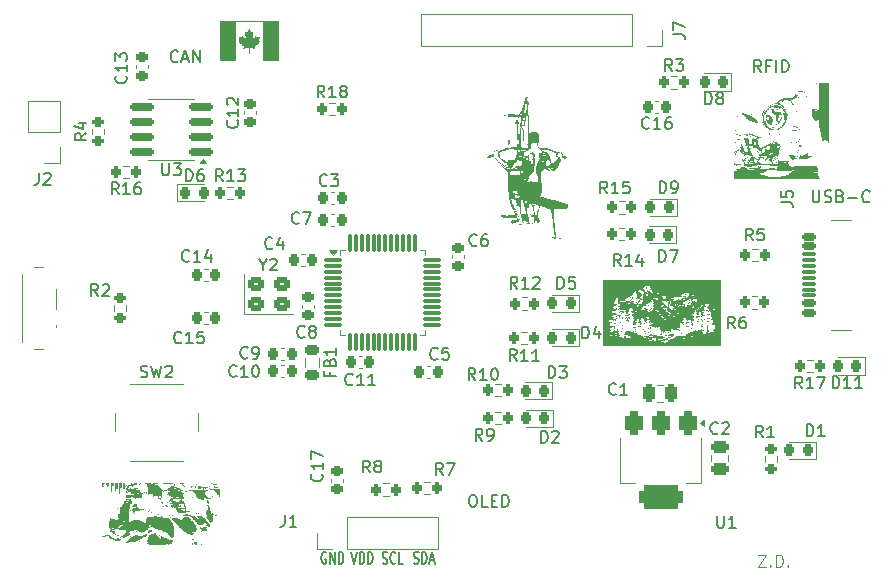
<source format=gto>
G04 #@! TF.GenerationSoftware,KiCad,Pcbnew,9.0.4*
G04 #@! TF.CreationDate,2025-10-31T21:14:41-06:00*
G04 #@! TF.ProjectId,tutorial,7475746f-7269-4616-9c2e-6b696361645f,rev?*
G04 #@! TF.SameCoordinates,Original*
G04 #@! TF.FileFunction,Legend,Top*
G04 #@! TF.FilePolarity,Positive*
%FSLAX46Y46*%
G04 Gerber Fmt 4.6, Leading zero omitted, Abs format (unit mm)*
G04 Created by KiCad (PCBNEW 9.0.4) date 2025-10-31 21:14:41*
%MOMM*%
%LPD*%
G01*
G04 APERTURE LIST*
G04 Aperture macros list*
%AMRoundRect*
0 Rectangle with rounded corners*
0 $1 Rounding radius*
0 $2 $3 $4 $5 $6 $7 $8 $9 X,Y pos of 4 corners*
0 Add a 4 corners polygon primitive as box body*
4,1,4,$2,$3,$4,$5,$6,$7,$8,$9,$2,$3,0*
0 Add four circle primitives for the rounded corners*
1,1,$1+$1,$2,$3*
1,1,$1+$1,$4,$5*
1,1,$1+$1,$6,$7*
1,1,$1+$1,$8,$9*
0 Add four rect primitives between the rounded corners*
20,1,$1+$1,$2,$3,$4,$5,0*
20,1,$1+$1,$4,$5,$6,$7,0*
20,1,$1+$1,$6,$7,$8,$9,0*
20,1,$1+$1,$8,$9,$2,$3,0*%
G04 Aperture macros list end*
%ADD10C,0.100000*%
%ADD11C,0.200000*%
%ADD12C,0.150000*%
%ADD13C,0.000000*%
%ADD14C,0.120000*%
%ADD15RoundRect,0.225000X-0.225000X-0.250000X0.225000X-0.250000X0.225000X0.250000X-0.225000X0.250000X0*%
%ADD16R,1.700000X1.700000*%
%ADD17O,1.700000X1.700000*%
%ADD18RoundRect,0.200000X0.200000X0.275000X-0.200000X0.275000X-0.200000X-0.275000X0.200000X-0.275000X0*%
%ADD19RoundRect,0.225000X0.250000X-0.225000X0.250000X0.225000X-0.250000X0.225000X-0.250000X-0.225000X0*%
%ADD20RoundRect,0.218750X0.218750X0.256250X-0.218750X0.256250X-0.218750X-0.256250X0.218750X-0.256250X0*%
%ADD21RoundRect,0.200000X-0.200000X-0.275000X0.200000X-0.275000X0.200000X0.275000X-0.200000X0.275000X0*%
%ADD22C,2.200000*%
%ADD23RoundRect,0.200000X0.275000X-0.200000X0.275000X0.200000X-0.275000X0.200000X-0.275000X-0.200000X0*%
%ADD24RoundRect,0.250000X0.475000X-0.250000X0.475000X0.250000X-0.475000X0.250000X-0.475000X-0.250000X0*%
%ADD25R,0.800000X1.000000*%
%ADD26C,0.900000*%
%ADD27R,1.500000X0.700000*%
%ADD28C,0.650000*%
%ADD29RoundRect,0.150000X0.425000X-0.150000X0.425000X0.150000X-0.425000X0.150000X-0.425000X-0.150000X0*%
%ADD30RoundRect,0.075000X0.500000X-0.075000X0.500000X0.075000X-0.500000X0.075000X-0.500000X-0.075000X0*%
%ADD31O,2.100000X1.000000*%
%ADD32O,1.800000X1.000000*%
%ADD33RoundRect,0.075000X-0.662500X-0.075000X0.662500X-0.075000X0.662500X0.075000X-0.662500X0.075000X0*%
%ADD34RoundRect,0.075000X-0.075000X-0.662500X0.075000X-0.662500X0.075000X0.662500X-0.075000X0.662500X0*%
%ADD35RoundRect,0.225000X-0.250000X0.225000X-0.250000X-0.225000X0.250000X-0.225000X0.250000X0.225000X0*%
%ADD36RoundRect,0.218750X-0.381250X0.218750X-0.381250X-0.218750X0.381250X-0.218750X0.381250X0.218750X0*%
%ADD37RoundRect,0.225000X0.225000X0.250000X-0.225000X0.250000X-0.225000X-0.250000X0.225000X-0.250000X0*%
%ADD38RoundRect,0.250000X-0.450000X-0.350000X0.450000X-0.350000X0.450000X0.350000X-0.450000X0.350000X0*%
%ADD39C,2.000000*%
%ADD40RoundRect,0.150000X0.825000X0.150000X-0.825000X0.150000X-0.825000X-0.150000X0.825000X-0.150000X0*%
%ADD41RoundRect,0.218750X-0.218750X-0.256250X0.218750X-0.256250X0.218750X0.256250X-0.218750X0.256250X0*%
%ADD42C,1.700000*%
%ADD43RoundRect,0.375000X-0.375000X0.625000X-0.375000X-0.625000X0.375000X-0.625000X0.375000X0.625000X0*%
%ADD44RoundRect,0.500000X-1.400000X0.500000X-1.400000X-0.500000X1.400000X-0.500000X1.400000X0.500000X0*%
%ADD45RoundRect,0.250000X-0.250000X-0.475000X0.250000X-0.475000X0.250000X0.475000X-0.250000X0.475000X0*%
G04 APERTURE END LIST*
D10*
X119308646Y-123712419D02*
X119975312Y-123712419D01*
X119975312Y-123712419D02*
X119308646Y-124712419D01*
X119308646Y-124712419D02*
X119975312Y-124712419D01*
X120356265Y-124617180D02*
X120403884Y-124664800D01*
X120403884Y-124664800D02*
X120356265Y-124712419D01*
X120356265Y-124712419D02*
X120308646Y-124664800D01*
X120308646Y-124664800D02*
X120356265Y-124617180D01*
X120356265Y-124617180D02*
X120356265Y-124712419D01*
X120832455Y-124712419D02*
X120832455Y-123712419D01*
X120832455Y-123712419D02*
X121070550Y-123712419D01*
X121070550Y-123712419D02*
X121213407Y-123760038D01*
X121213407Y-123760038D02*
X121308645Y-123855276D01*
X121308645Y-123855276D02*
X121356264Y-123950514D01*
X121356264Y-123950514D02*
X121403883Y-124140990D01*
X121403883Y-124140990D02*
X121403883Y-124283847D01*
X121403883Y-124283847D02*
X121356264Y-124474323D01*
X121356264Y-124474323D02*
X121308645Y-124569561D01*
X121308645Y-124569561D02*
X121213407Y-124664800D01*
X121213407Y-124664800D02*
X121070550Y-124712419D01*
X121070550Y-124712419D02*
X120832455Y-124712419D01*
X121832455Y-124617180D02*
X121880074Y-124664800D01*
X121880074Y-124664800D02*
X121832455Y-124712419D01*
X121832455Y-124712419D02*
X121784836Y-124664800D01*
X121784836Y-124664800D02*
X121832455Y-124617180D01*
X121832455Y-124617180D02*
X121832455Y-124712419D01*
D11*
X119561101Y-82822219D02*
X119227768Y-82346028D01*
X118989673Y-82822219D02*
X118989673Y-81822219D01*
X118989673Y-81822219D02*
X119370625Y-81822219D01*
X119370625Y-81822219D02*
X119465863Y-81869838D01*
X119465863Y-81869838D02*
X119513482Y-81917457D01*
X119513482Y-81917457D02*
X119561101Y-82012695D01*
X119561101Y-82012695D02*
X119561101Y-82155552D01*
X119561101Y-82155552D02*
X119513482Y-82250790D01*
X119513482Y-82250790D02*
X119465863Y-82298409D01*
X119465863Y-82298409D02*
X119370625Y-82346028D01*
X119370625Y-82346028D02*
X118989673Y-82346028D01*
X120323006Y-82298409D02*
X119989673Y-82298409D01*
X119989673Y-82822219D02*
X119989673Y-81822219D01*
X119989673Y-81822219D02*
X120465863Y-81822219D01*
X120846816Y-82822219D02*
X120846816Y-81822219D01*
X121323006Y-82822219D02*
X121323006Y-81822219D01*
X121323006Y-81822219D02*
X121561101Y-81822219D01*
X121561101Y-81822219D02*
X121703958Y-81869838D01*
X121703958Y-81869838D02*
X121799196Y-81965076D01*
X121799196Y-81965076D02*
X121846815Y-82060314D01*
X121846815Y-82060314D02*
X121894434Y-82250790D01*
X121894434Y-82250790D02*
X121894434Y-82393647D01*
X121894434Y-82393647D02*
X121846815Y-82584123D01*
X121846815Y-82584123D02*
X121799196Y-82679361D01*
X121799196Y-82679361D02*
X121703958Y-82774600D01*
X121703958Y-82774600D02*
X121561101Y-82822219D01*
X121561101Y-82822219D02*
X121323006Y-82822219D01*
X123929673Y-92867219D02*
X123929673Y-93676742D01*
X123929673Y-93676742D02*
X123977292Y-93771980D01*
X123977292Y-93771980D02*
X124024911Y-93819600D01*
X124024911Y-93819600D02*
X124120149Y-93867219D01*
X124120149Y-93867219D02*
X124310625Y-93867219D01*
X124310625Y-93867219D02*
X124405863Y-93819600D01*
X124405863Y-93819600D02*
X124453482Y-93771980D01*
X124453482Y-93771980D02*
X124501101Y-93676742D01*
X124501101Y-93676742D02*
X124501101Y-92867219D01*
X124929673Y-93819600D02*
X125072530Y-93867219D01*
X125072530Y-93867219D02*
X125310625Y-93867219D01*
X125310625Y-93867219D02*
X125405863Y-93819600D01*
X125405863Y-93819600D02*
X125453482Y-93771980D01*
X125453482Y-93771980D02*
X125501101Y-93676742D01*
X125501101Y-93676742D02*
X125501101Y-93581504D01*
X125501101Y-93581504D02*
X125453482Y-93486266D01*
X125453482Y-93486266D02*
X125405863Y-93438647D01*
X125405863Y-93438647D02*
X125310625Y-93391028D01*
X125310625Y-93391028D02*
X125120149Y-93343409D01*
X125120149Y-93343409D02*
X125024911Y-93295790D01*
X125024911Y-93295790D02*
X124977292Y-93248171D01*
X124977292Y-93248171D02*
X124929673Y-93152933D01*
X124929673Y-93152933D02*
X124929673Y-93057695D01*
X124929673Y-93057695D02*
X124977292Y-92962457D01*
X124977292Y-92962457D02*
X125024911Y-92914838D01*
X125024911Y-92914838D02*
X125120149Y-92867219D01*
X125120149Y-92867219D02*
X125358244Y-92867219D01*
X125358244Y-92867219D02*
X125501101Y-92914838D01*
X126263006Y-93343409D02*
X126405863Y-93391028D01*
X126405863Y-93391028D02*
X126453482Y-93438647D01*
X126453482Y-93438647D02*
X126501101Y-93533885D01*
X126501101Y-93533885D02*
X126501101Y-93676742D01*
X126501101Y-93676742D02*
X126453482Y-93771980D01*
X126453482Y-93771980D02*
X126405863Y-93819600D01*
X126405863Y-93819600D02*
X126310625Y-93867219D01*
X126310625Y-93867219D02*
X125929673Y-93867219D01*
X125929673Y-93867219D02*
X125929673Y-92867219D01*
X125929673Y-92867219D02*
X126263006Y-92867219D01*
X126263006Y-92867219D02*
X126358244Y-92914838D01*
X126358244Y-92914838D02*
X126405863Y-92962457D01*
X126405863Y-92962457D02*
X126453482Y-93057695D01*
X126453482Y-93057695D02*
X126453482Y-93152933D01*
X126453482Y-93152933D02*
X126405863Y-93248171D01*
X126405863Y-93248171D02*
X126358244Y-93295790D01*
X126358244Y-93295790D02*
X126263006Y-93343409D01*
X126263006Y-93343409D02*
X125929673Y-93343409D01*
X126929673Y-93486266D02*
X127691578Y-93486266D01*
X128739196Y-93771980D02*
X128691577Y-93819600D01*
X128691577Y-93819600D02*
X128548720Y-93867219D01*
X128548720Y-93867219D02*
X128453482Y-93867219D01*
X128453482Y-93867219D02*
X128310625Y-93819600D01*
X128310625Y-93819600D02*
X128215387Y-93724361D01*
X128215387Y-93724361D02*
X128167768Y-93629123D01*
X128167768Y-93629123D02*
X128120149Y-93438647D01*
X128120149Y-93438647D02*
X128120149Y-93295790D01*
X128120149Y-93295790D02*
X128167768Y-93105314D01*
X128167768Y-93105314D02*
X128215387Y-93010076D01*
X128215387Y-93010076D02*
X128310625Y-92914838D01*
X128310625Y-92914838D02*
X128453482Y-92867219D01*
X128453482Y-92867219D02*
X128548720Y-92867219D01*
X128548720Y-92867219D02*
X128691577Y-92914838D01*
X128691577Y-92914838D02*
X128739196Y-92962457D01*
X95070149Y-118647219D02*
X95260625Y-118647219D01*
X95260625Y-118647219D02*
X95355863Y-118694838D01*
X95355863Y-118694838D02*
X95451101Y-118790076D01*
X95451101Y-118790076D02*
X95498720Y-118980552D01*
X95498720Y-118980552D02*
X95498720Y-119313885D01*
X95498720Y-119313885D02*
X95451101Y-119504361D01*
X95451101Y-119504361D02*
X95355863Y-119599600D01*
X95355863Y-119599600D02*
X95260625Y-119647219D01*
X95260625Y-119647219D02*
X95070149Y-119647219D01*
X95070149Y-119647219D02*
X94974911Y-119599600D01*
X94974911Y-119599600D02*
X94879673Y-119504361D01*
X94879673Y-119504361D02*
X94832054Y-119313885D01*
X94832054Y-119313885D02*
X94832054Y-118980552D01*
X94832054Y-118980552D02*
X94879673Y-118790076D01*
X94879673Y-118790076D02*
X94974911Y-118694838D01*
X94974911Y-118694838D02*
X95070149Y-118647219D01*
X96403482Y-119647219D02*
X95927292Y-119647219D01*
X95927292Y-119647219D02*
X95927292Y-118647219D01*
X96736816Y-119123409D02*
X97070149Y-119123409D01*
X97213006Y-119647219D02*
X96736816Y-119647219D01*
X96736816Y-119647219D02*
X96736816Y-118647219D01*
X96736816Y-118647219D02*
X97213006Y-118647219D01*
X97641578Y-119647219D02*
X97641578Y-118647219D01*
X97641578Y-118647219D02*
X97879673Y-118647219D01*
X97879673Y-118647219D02*
X98022530Y-118694838D01*
X98022530Y-118694838D02*
X98117768Y-118790076D01*
X98117768Y-118790076D02*
X98165387Y-118885314D01*
X98165387Y-118885314D02*
X98213006Y-119075790D01*
X98213006Y-119075790D02*
X98213006Y-119218647D01*
X98213006Y-119218647D02*
X98165387Y-119409123D01*
X98165387Y-119409123D02*
X98117768Y-119504361D01*
X98117768Y-119504361D02*
X98022530Y-119599600D01*
X98022530Y-119599600D02*
X97879673Y-119647219D01*
X97879673Y-119647219D02*
X97641578Y-119647219D01*
X70181101Y-81921980D02*
X70133482Y-81969600D01*
X70133482Y-81969600D02*
X69990625Y-82017219D01*
X69990625Y-82017219D02*
X69895387Y-82017219D01*
X69895387Y-82017219D02*
X69752530Y-81969600D01*
X69752530Y-81969600D02*
X69657292Y-81874361D01*
X69657292Y-81874361D02*
X69609673Y-81779123D01*
X69609673Y-81779123D02*
X69562054Y-81588647D01*
X69562054Y-81588647D02*
X69562054Y-81445790D01*
X69562054Y-81445790D02*
X69609673Y-81255314D01*
X69609673Y-81255314D02*
X69657292Y-81160076D01*
X69657292Y-81160076D02*
X69752530Y-81064838D01*
X69752530Y-81064838D02*
X69895387Y-81017219D01*
X69895387Y-81017219D02*
X69990625Y-81017219D01*
X69990625Y-81017219D02*
X70133482Y-81064838D01*
X70133482Y-81064838D02*
X70181101Y-81112457D01*
X70562054Y-81731504D02*
X71038244Y-81731504D01*
X70466816Y-82017219D02*
X70800149Y-81017219D01*
X70800149Y-81017219D02*
X71133482Y-82017219D01*
X71466816Y-82017219D02*
X71466816Y-81017219D01*
X71466816Y-81017219D02*
X72038244Y-82017219D01*
X72038244Y-82017219D02*
X72038244Y-81017219D01*
D12*
X84982142Y-109284580D02*
X84934523Y-109332200D01*
X84934523Y-109332200D02*
X84791666Y-109379819D01*
X84791666Y-109379819D02*
X84696428Y-109379819D01*
X84696428Y-109379819D02*
X84553571Y-109332200D01*
X84553571Y-109332200D02*
X84458333Y-109236961D01*
X84458333Y-109236961D02*
X84410714Y-109141723D01*
X84410714Y-109141723D02*
X84363095Y-108951247D01*
X84363095Y-108951247D02*
X84363095Y-108808390D01*
X84363095Y-108808390D02*
X84410714Y-108617914D01*
X84410714Y-108617914D02*
X84458333Y-108522676D01*
X84458333Y-108522676D02*
X84553571Y-108427438D01*
X84553571Y-108427438D02*
X84696428Y-108379819D01*
X84696428Y-108379819D02*
X84791666Y-108379819D01*
X84791666Y-108379819D02*
X84934523Y-108427438D01*
X84934523Y-108427438D02*
X84982142Y-108475057D01*
X85934523Y-109379819D02*
X85363095Y-109379819D01*
X85648809Y-109379819D02*
X85648809Y-108379819D01*
X85648809Y-108379819D02*
X85553571Y-108522676D01*
X85553571Y-108522676D02*
X85458333Y-108617914D01*
X85458333Y-108617914D02*
X85363095Y-108665533D01*
X86886904Y-109379819D02*
X86315476Y-109379819D01*
X86601190Y-109379819D02*
X86601190Y-108379819D01*
X86601190Y-108379819D02*
X86505952Y-108522676D01*
X86505952Y-108522676D02*
X86410714Y-108617914D01*
X86410714Y-108617914D02*
X86315476Y-108665533D01*
X79216666Y-120334819D02*
X79216666Y-121049104D01*
X79216666Y-121049104D02*
X79169047Y-121191961D01*
X79169047Y-121191961D02*
X79073809Y-121287200D01*
X79073809Y-121287200D02*
X78930952Y-121334819D01*
X78930952Y-121334819D02*
X78835714Y-121334819D01*
X80216666Y-121334819D02*
X79645238Y-121334819D01*
X79930952Y-121334819D02*
X79930952Y-120334819D01*
X79930952Y-120334819D02*
X79835714Y-120477676D01*
X79835714Y-120477676D02*
X79740476Y-120572914D01*
X79740476Y-120572914D02*
X79645238Y-120620533D01*
X87506666Y-124426200D02*
X87606666Y-124473819D01*
X87606666Y-124473819D02*
X87773333Y-124473819D01*
X87773333Y-124473819D02*
X87839999Y-124426200D01*
X87839999Y-124426200D02*
X87873333Y-124378580D01*
X87873333Y-124378580D02*
X87906666Y-124283342D01*
X87906666Y-124283342D02*
X87906666Y-124188104D01*
X87906666Y-124188104D02*
X87873333Y-124092866D01*
X87873333Y-124092866D02*
X87839999Y-124045247D01*
X87839999Y-124045247D02*
X87773333Y-123997628D01*
X87773333Y-123997628D02*
X87639999Y-123950009D01*
X87639999Y-123950009D02*
X87573333Y-123902390D01*
X87573333Y-123902390D02*
X87539999Y-123854771D01*
X87539999Y-123854771D02*
X87506666Y-123759533D01*
X87506666Y-123759533D02*
X87506666Y-123664295D01*
X87506666Y-123664295D02*
X87539999Y-123569057D01*
X87539999Y-123569057D02*
X87573333Y-123521438D01*
X87573333Y-123521438D02*
X87639999Y-123473819D01*
X87639999Y-123473819D02*
X87806666Y-123473819D01*
X87806666Y-123473819D02*
X87906666Y-123521438D01*
X88606666Y-124378580D02*
X88573333Y-124426200D01*
X88573333Y-124426200D02*
X88473333Y-124473819D01*
X88473333Y-124473819D02*
X88406666Y-124473819D01*
X88406666Y-124473819D02*
X88306666Y-124426200D01*
X88306666Y-124426200D02*
X88240000Y-124330961D01*
X88240000Y-124330961D02*
X88206666Y-124235723D01*
X88206666Y-124235723D02*
X88173333Y-124045247D01*
X88173333Y-124045247D02*
X88173333Y-123902390D01*
X88173333Y-123902390D02*
X88206666Y-123711914D01*
X88206666Y-123711914D02*
X88240000Y-123616676D01*
X88240000Y-123616676D02*
X88306666Y-123521438D01*
X88306666Y-123521438D02*
X88406666Y-123473819D01*
X88406666Y-123473819D02*
X88473333Y-123473819D01*
X88473333Y-123473819D02*
X88573333Y-123521438D01*
X88573333Y-123521438D02*
X88606666Y-123569057D01*
X89240000Y-124473819D02*
X88906666Y-124473819D01*
X88906666Y-124473819D02*
X88906666Y-123473819D01*
X82726667Y-123521438D02*
X82660000Y-123473819D01*
X82660000Y-123473819D02*
X82560000Y-123473819D01*
X82560000Y-123473819D02*
X82460000Y-123521438D01*
X82460000Y-123521438D02*
X82393334Y-123616676D01*
X82393334Y-123616676D02*
X82360000Y-123711914D01*
X82360000Y-123711914D02*
X82326667Y-123902390D01*
X82326667Y-123902390D02*
X82326667Y-124045247D01*
X82326667Y-124045247D02*
X82360000Y-124235723D01*
X82360000Y-124235723D02*
X82393334Y-124330961D01*
X82393334Y-124330961D02*
X82460000Y-124426200D01*
X82460000Y-124426200D02*
X82560000Y-124473819D01*
X82560000Y-124473819D02*
X82626667Y-124473819D01*
X82626667Y-124473819D02*
X82726667Y-124426200D01*
X82726667Y-124426200D02*
X82760000Y-124378580D01*
X82760000Y-124378580D02*
X82760000Y-124045247D01*
X82760000Y-124045247D02*
X82626667Y-124045247D01*
X83060000Y-124473819D02*
X83060000Y-123473819D01*
X83060000Y-123473819D02*
X83460000Y-124473819D01*
X83460000Y-124473819D02*
X83460000Y-123473819D01*
X83793333Y-124473819D02*
X83793333Y-123473819D01*
X83793333Y-123473819D02*
X83960000Y-123473819D01*
X83960000Y-123473819D02*
X84060000Y-123521438D01*
X84060000Y-123521438D02*
X84126667Y-123616676D01*
X84126667Y-123616676D02*
X84160000Y-123711914D01*
X84160000Y-123711914D02*
X84193333Y-123902390D01*
X84193333Y-123902390D02*
X84193333Y-124045247D01*
X84193333Y-124045247D02*
X84160000Y-124235723D01*
X84160000Y-124235723D02*
X84126667Y-124330961D01*
X84126667Y-124330961D02*
X84060000Y-124426200D01*
X84060000Y-124426200D02*
X83960000Y-124473819D01*
X83960000Y-124473819D02*
X83793333Y-124473819D01*
X90157000Y-124426200D02*
X90257000Y-124473819D01*
X90257000Y-124473819D02*
X90423667Y-124473819D01*
X90423667Y-124473819D02*
X90490333Y-124426200D01*
X90490333Y-124426200D02*
X90523667Y-124378580D01*
X90523667Y-124378580D02*
X90557000Y-124283342D01*
X90557000Y-124283342D02*
X90557000Y-124188104D01*
X90557000Y-124188104D02*
X90523667Y-124092866D01*
X90523667Y-124092866D02*
X90490333Y-124045247D01*
X90490333Y-124045247D02*
X90423667Y-123997628D01*
X90423667Y-123997628D02*
X90290333Y-123950009D01*
X90290333Y-123950009D02*
X90223667Y-123902390D01*
X90223667Y-123902390D02*
X90190333Y-123854771D01*
X90190333Y-123854771D02*
X90157000Y-123759533D01*
X90157000Y-123759533D02*
X90157000Y-123664295D01*
X90157000Y-123664295D02*
X90190333Y-123569057D01*
X90190333Y-123569057D02*
X90223667Y-123521438D01*
X90223667Y-123521438D02*
X90290333Y-123473819D01*
X90290333Y-123473819D02*
X90457000Y-123473819D01*
X90457000Y-123473819D02*
X90557000Y-123521438D01*
X90857000Y-124473819D02*
X90857000Y-123473819D01*
X90857000Y-123473819D02*
X91023667Y-123473819D01*
X91023667Y-123473819D02*
X91123667Y-123521438D01*
X91123667Y-123521438D02*
X91190334Y-123616676D01*
X91190334Y-123616676D02*
X91223667Y-123711914D01*
X91223667Y-123711914D02*
X91257000Y-123902390D01*
X91257000Y-123902390D02*
X91257000Y-124045247D01*
X91257000Y-124045247D02*
X91223667Y-124235723D01*
X91223667Y-124235723D02*
X91190334Y-124330961D01*
X91190334Y-124330961D02*
X91123667Y-124426200D01*
X91123667Y-124426200D02*
X91023667Y-124473819D01*
X91023667Y-124473819D02*
X90857000Y-124473819D01*
X91523667Y-124188104D02*
X91857000Y-124188104D01*
X91457000Y-124473819D02*
X91690334Y-123473819D01*
X91690334Y-123473819D02*
X91923667Y-124473819D01*
X84866666Y-123473819D02*
X85100000Y-124473819D01*
X85100000Y-124473819D02*
X85333333Y-123473819D01*
X85566666Y-124473819D02*
X85566666Y-123473819D01*
X85566666Y-123473819D02*
X85733333Y-123473819D01*
X85733333Y-123473819D02*
X85833333Y-123521438D01*
X85833333Y-123521438D02*
X85900000Y-123616676D01*
X85900000Y-123616676D02*
X85933333Y-123711914D01*
X85933333Y-123711914D02*
X85966666Y-123902390D01*
X85966666Y-123902390D02*
X85966666Y-124045247D01*
X85966666Y-124045247D02*
X85933333Y-124235723D01*
X85933333Y-124235723D02*
X85900000Y-124330961D01*
X85900000Y-124330961D02*
X85833333Y-124426200D01*
X85833333Y-124426200D02*
X85733333Y-124473819D01*
X85733333Y-124473819D02*
X85566666Y-124473819D01*
X86266666Y-124473819D02*
X86266666Y-123473819D01*
X86266666Y-123473819D02*
X86433333Y-123473819D01*
X86433333Y-123473819D02*
X86533333Y-123521438D01*
X86533333Y-123521438D02*
X86600000Y-123616676D01*
X86600000Y-123616676D02*
X86633333Y-123711914D01*
X86633333Y-123711914D02*
X86666666Y-123902390D01*
X86666666Y-123902390D02*
X86666666Y-124045247D01*
X86666666Y-124045247D02*
X86633333Y-124235723D01*
X86633333Y-124235723D02*
X86600000Y-124330961D01*
X86600000Y-124330961D02*
X86533333Y-124426200D01*
X86533333Y-124426200D02*
X86433333Y-124473819D01*
X86433333Y-124473819D02*
X86266666Y-124473819D01*
X118868333Y-97104819D02*
X118535000Y-96628628D01*
X118296905Y-97104819D02*
X118296905Y-96104819D01*
X118296905Y-96104819D02*
X118677857Y-96104819D01*
X118677857Y-96104819D02*
X118773095Y-96152438D01*
X118773095Y-96152438D02*
X118820714Y-96200057D01*
X118820714Y-96200057D02*
X118868333Y-96295295D01*
X118868333Y-96295295D02*
X118868333Y-96438152D01*
X118868333Y-96438152D02*
X118820714Y-96533390D01*
X118820714Y-96533390D02*
X118773095Y-96581009D01*
X118773095Y-96581009D02*
X118677857Y-96628628D01*
X118677857Y-96628628D02*
X118296905Y-96628628D01*
X119773095Y-96104819D02*
X119296905Y-96104819D01*
X119296905Y-96104819D02*
X119249286Y-96581009D01*
X119249286Y-96581009D02*
X119296905Y-96533390D01*
X119296905Y-96533390D02*
X119392143Y-96485771D01*
X119392143Y-96485771D02*
X119630238Y-96485771D01*
X119630238Y-96485771D02*
X119725476Y-96533390D01*
X119725476Y-96533390D02*
X119773095Y-96581009D01*
X119773095Y-96581009D02*
X119820714Y-96676247D01*
X119820714Y-96676247D02*
X119820714Y-96914342D01*
X119820714Y-96914342D02*
X119773095Y-97009580D01*
X119773095Y-97009580D02*
X119725476Y-97057200D01*
X119725476Y-97057200D02*
X119630238Y-97104819D01*
X119630238Y-97104819D02*
X119392143Y-97104819D01*
X119392143Y-97104819D02*
X119296905Y-97057200D01*
X119296905Y-97057200D02*
X119249286Y-97009580D01*
X80903333Y-105234580D02*
X80855714Y-105282200D01*
X80855714Y-105282200D02*
X80712857Y-105329819D01*
X80712857Y-105329819D02*
X80617619Y-105329819D01*
X80617619Y-105329819D02*
X80474762Y-105282200D01*
X80474762Y-105282200D02*
X80379524Y-105186961D01*
X80379524Y-105186961D02*
X80331905Y-105091723D01*
X80331905Y-105091723D02*
X80284286Y-104901247D01*
X80284286Y-104901247D02*
X80284286Y-104758390D01*
X80284286Y-104758390D02*
X80331905Y-104567914D01*
X80331905Y-104567914D02*
X80379524Y-104472676D01*
X80379524Y-104472676D02*
X80474762Y-104377438D01*
X80474762Y-104377438D02*
X80617619Y-104329819D01*
X80617619Y-104329819D02*
X80712857Y-104329819D01*
X80712857Y-104329819D02*
X80855714Y-104377438D01*
X80855714Y-104377438D02*
X80903333Y-104425057D01*
X81474762Y-104758390D02*
X81379524Y-104710771D01*
X81379524Y-104710771D02*
X81331905Y-104663152D01*
X81331905Y-104663152D02*
X81284286Y-104567914D01*
X81284286Y-104567914D02*
X81284286Y-104520295D01*
X81284286Y-104520295D02*
X81331905Y-104425057D01*
X81331905Y-104425057D02*
X81379524Y-104377438D01*
X81379524Y-104377438D02*
X81474762Y-104329819D01*
X81474762Y-104329819D02*
X81665238Y-104329819D01*
X81665238Y-104329819D02*
X81760476Y-104377438D01*
X81760476Y-104377438D02*
X81808095Y-104425057D01*
X81808095Y-104425057D02*
X81855714Y-104520295D01*
X81855714Y-104520295D02*
X81855714Y-104567914D01*
X81855714Y-104567914D02*
X81808095Y-104663152D01*
X81808095Y-104663152D02*
X81760476Y-104710771D01*
X81760476Y-104710771D02*
X81665238Y-104758390D01*
X81665238Y-104758390D02*
X81474762Y-104758390D01*
X81474762Y-104758390D02*
X81379524Y-104806009D01*
X81379524Y-104806009D02*
X81331905Y-104853628D01*
X81331905Y-104853628D02*
X81284286Y-104948866D01*
X81284286Y-104948866D02*
X81284286Y-105139342D01*
X81284286Y-105139342D02*
X81331905Y-105234580D01*
X81331905Y-105234580D02*
X81379524Y-105282200D01*
X81379524Y-105282200D02*
X81474762Y-105329819D01*
X81474762Y-105329819D02*
X81665238Y-105329819D01*
X81665238Y-105329819D02*
X81760476Y-105282200D01*
X81760476Y-105282200D02*
X81808095Y-105234580D01*
X81808095Y-105234580D02*
X81855714Y-105139342D01*
X81855714Y-105139342D02*
X81855714Y-104948866D01*
X81855714Y-104948866D02*
X81808095Y-104853628D01*
X81808095Y-104853628D02*
X81760476Y-104806009D01*
X81760476Y-104806009D02*
X81665238Y-104758390D01*
X110931905Y-98904819D02*
X110931905Y-97904819D01*
X110931905Y-97904819D02*
X111170000Y-97904819D01*
X111170000Y-97904819D02*
X111312857Y-97952438D01*
X111312857Y-97952438D02*
X111408095Y-98047676D01*
X111408095Y-98047676D02*
X111455714Y-98142914D01*
X111455714Y-98142914D02*
X111503333Y-98333390D01*
X111503333Y-98333390D02*
X111503333Y-98476247D01*
X111503333Y-98476247D02*
X111455714Y-98666723D01*
X111455714Y-98666723D02*
X111408095Y-98761961D01*
X111408095Y-98761961D02*
X111312857Y-98857200D01*
X111312857Y-98857200D02*
X111170000Y-98904819D01*
X111170000Y-98904819D02*
X110931905Y-98904819D01*
X111836667Y-97904819D02*
X112503333Y-97904819D01*
X112503333Y-97904819D02*
X112074762Y-98904819D01*
X92603333Y-116934819D02*
X92270000Y-116458628D01*
X92031905Y-116934819D02*
X92031905Y-115934819D01*
X92031905Y-115934819D02*
X92412857Y-115934819D01*
X92412857Y-115934819D02*
X92508095Y-115982438D01*
X92508095Y-115982438D02*
X92555714Y-116030057D01*
X92555714Y-116030057D02*
X92603333Y-116125295D01*
X92603333Y-116125295D02*
X92603333Y-116268152D01*
X92603333Y-116268152D02*
X92555714Y-116363390D01*
X92555714Y-116363390D02*
X92508095Y-116411009D01*
X92508095Y-116411009D02*
X92412857Y-116458628D01*
X92412857Y-116458628D02*
X92031905Y-116458628D01*
X92936667Y-115934819D02*
X93603333Y-115934819D01*
X93603333Y-115934819D02*
X93174762Y-116934819D01*
X110961905Y-93094819D02*
X110961905Y-92094819D01*
X110961905Y-92094819D02*
X111200000Y-92094819D01*
X111200000Y-92094819D02*
X111342857Y-92142438D01*
X111342857Y-92142438D02*
X111438095Y-92237676D01*
X111438095Y-92237676D02*
X111485714Y-92332914D01*
X111485714Y-92332914D02*
X111533333Y-92523390D01*
X111533333Y-92523390D02*
X111533333Y-92666247D01*
X111533333Y-92666247D02*
X111485714Y-92856723D01*
X111485714Y-92856723D02*
X111438095Y-92951961D01*
X111438095Y-92951961D02*
X111342857Y-93047200D01*
X111342857Y-93047200D02*
X111200000Y-93094819D01*
X111200000Y-93094819D02*
X110961905Y-93094819D01*
X112009524Y-93094819D02*
X112200000Y-93094819D01*
X112200000Y-93094819D02*
X112295238Y-93047200D01*
X112295238Y-93047200D02*
X112342857Y-92999580D01*
X112342857Y-92999580D02*
X112438095Y-92856723D01*
X112438095Y-92856723D02*
X112485714Y-92666247D01*
X112485714Y-92666247D02*
X112485714Y-92285295D01*
X112485714Y-92285295D02*
X112438095Y-92190057D01*
X112438095Y-92190057D02*
X112390476Y-92142438D01*
X112390476Y-92142438D02*
X112295238Y-92094819D01*
X112295238Y-92094819D02*
X112104762Y-92094819D01*
X112104762Y-92094819D02*
X112009524Y-92142438D01*
X112009524Y-92142438D02*
X111961905Y-92190057D01*
X111961905Y-92190057D02*
X111914286Y-92285295D01*
X111914286Y-92285295D02*
X111914286Y-92523390D01*
X111914286Y-92523390D02*
X111961905Y-92618628D01*
X111961905Y-92618628D02*
X112009524Y-92666247D01*
X112009524Y-92666247D02*
X112104762Y-92713866D01*
X112104762Y-92713866D02*
X112295238Y-92713866D01*
X112295238Y-92713866D02*
X112390476Y-92666247D01*
X112390476Y-92666247D02*
X112438095Y-92618628D01*
X112438095Y-92618628D02*
X112485714Y-92523390D01*
X82587142Y-84994819D02*
X82253809Y-84518628D01*
X82015714Y-84994819D02*
X82015714Y-83994819D01*
X82015714Y-83994819D02*
X82396666Y-83994819D01*
X82396666Y-83994819D02*
X82491904Y-84042438D01*
X82491904Y-84042438D02*
X82539523Y-84090057D01*
X82539523Y-84090057D02*
X82587142Y-84185295D01*
X82587142Y-84185295D02*
X82587142Y-84328152D01*
X82587142Y-84328152D02*
X82539523Y-84423390D01*
X82539523Y-84423390D02*
X82491904Y-84471009D01*
X82491904Y-84471009D02*
X82396666Y-84518628D01*
X82396666Y-84518628D02*
X82015714Y-84518628D01*
X83539523Y-84994819D02*
X82968095Y-84994819D01*
X83253809Y-84994819D02*
X83253809Y-83994819D01*
X83253809Y-83994819D02*
X83158571Y-84137676D01*
X83158571Y-84137676D02*
X83063333Y-84232914D01*
X83063333Y-84232914D02*
X82968095Y-84280533D01*
X84110952Y-84423390D02*
X84015714Y-84375771D01*
X84015714Y-84375771D02*
X83968095Y-84328152D01*
X83968095Y-84328152D02*
X83920476Y-84232914D01*
X83920476Y-84232914D02*
X83920476Y-84185295D01*
X83920476Y-84185295D02*
X83968095Y-84090057D01*
X83968095Y-84090057D02*
X84015714Y-84042438D01*
X84015714Y-84042438D02*
X84110952Y-83994819D01*
X84110952Y-83994819D02*
X84301428Y-83994819D01*
X84301428Y-83994819D02*
X84396666Y-84042438D01*
X84396666Y-84042438D02*
X84444285Y-84090057D01*
X84444285Y-84090057D02*
X84491904Y-84185295D01*
X84491904Y-84185295D02*
X84491904Y-84232914D01*
X84491904Y-84232914D02*
X84444285Y-84328152D01*
X84444285Y-84328152D02*
X84396666Y-84375771D01*
X84396666Y-84375771D02*
X84301428Y-84423390D01*
X84301428Y-84423390D02*
X84110952Y-84423390D01*
X84110952Y-84423390D02*
X84015714Y-84471009D01*
X84015714Y-84471009D02*
X83968095Y-84518628D01*
X83968095Y-84518628D02*
X83920476Y-84613866D01*
X83920476Y-84613866D02*
X83920476Y-84804342D01*
X83920476Y-84804342D02*
X83968095Y-84899580D01*
X83968095Y-84899580D02*
X84015714Y-84947200D01*
X84015714Y-84947200D02*
X84110952Y-84994819D01*
X84110952Y-84994819D02*
X84301428Y-84994819D01*
X84301428Y-84994819D02*
X84396666Y-84947200D01*
X84396666Y-84947200D02*
X84444285Y-84899580D01*
X84444285Y-84899580D02*
X84491904Y-84804342D01*
X84491904Y-84804342D02*
X84491904Y-84613866D01*
X84491904Y-84613866D02*
X84444285Y-84518628D01*
X84444285Y-84518628D02*
X84396666Y-84471009D01*
X84396666Y-84471009D02*
X84301428Y-84423390D01*
X119703333Y-113784819D02*
X119370000Y-113308628D01*
X119131905Y-113784819D02*
X119131905Y-112784819D01*
X119131905Y-112784819D02*
X119512857Y-112784819D01*
X119512857Y-112784819D02*
X119608095Y-112832438D01*
X119608095Y-112832438D02*
X119655714Y-112880057D01*
X119655714Y-112880057D02*
X119703333Y-112975295D01*
X119703333Y-112975295D02*
X119703333Y-113118152D01*
X119703333Y-113118152D02*
X119655714Y-113213390D01*
X119655714Y-113213390D02*
X119608095Y-113261009D01*
X119608095Y-113261009D02*
X119512857Y-113308628D01*
X119512857Y-113308628D02*
X119131905Y-113308628D01*
X120655714Y-113784819D02*
X120084286Y-113784819D01*
X120370000Y-113784819D02*
X120370000Y-112784819D01*
X120370000Y-112784819D02*
X120274762Y-112927676D01*
X120274762Y-112927676D02*
X120179524Y-113022914D01*
X120179524Y-113022914D02*
X120084286Y-113070533D01*
X115893333Y-113407080D02*
X115845714Y-113454700D01*
X115845714Y-113454700D02*
X115702857Y-113502319D01*
X115702857Y-113502319D02*
X115607619Y-113502319D01*
X115607619Y-113502319D02*
X115464762Y-113454700D01*
X115464762Y-113454700D02*
X115369524Y-113359461D01*
X115369524Y-113359461D02*
X115321905Y-113264223D01*
X115321905Y-113264223D02*
X115274286Y-113073747D01*
X115274286Y-113073747D02*
X115274286Y-112930890D01*
X115274286Y-112930890D02*
X115321905Y-112740414D01*
X115321905Y-112740414D02*
X115369524Y-112645176D01*
X115369524Y-112645176D02*
X115464762Y-112549938D01*
X115464762Y-112549938D02*
X115607619Y-112502319D01*
X115607619Y-112502319D02*
X115702857Y-112502319D01*
X115702857Y-112502319D02*
X115845714Y-112549938D01*
X115845714Y-112549938D02*
X115893333Y-112597557D01*
X116274286Y-112597557D02*
X116321905Y-112549938D01*
X116321905Y-112549938D02*
X116417143Y-112502319D01*
X116417143Y-112502319D02*
X116655238Y-112502319D01*
X116655238Y-112502319D02*
X116750476Y-112549938D01*
X116750476Y-112549938D02*
X116798095Y-112597557D01*
X116798095Y-112597557D02*
X116845714Y-112692795D01*
X116845714Y-112692795D02*
X116845714Y-112788033D01*
X116845714Y-112788033D02*
X116798095Y-112930890D01*
X116798095Y-112930890D02*
X116226667Y-113502319D01*
X116226667Y-113502319D02*
X116845714Y-113502319D01*
X121264819Y-93883333D02*
X121979104Y-93883333D01*
X121979104Y-93883333D02*
X122121961Y-93930952D01*
X122121961Y-93930952D02*
X122217200Y-94026190D01*
X122217200Y-94026190D02*
X122264819Y-94169047D01*
X122264819Y-94169047D02*
X122264819Y-94264285D01*
X121264819Y-92930952D02*
X121264819Y-93407142D01*
X121264819Y-93407142D02*
X121741009Y-93454761D01*
X121741009Y-93454761D02*
X121693390Y-93407142D01*
X121693390Y-93407142D02*
X121645771Y-93311904D01*
X121645771Y-93311904D02*
X121645771Y-93073809D01*
X121645771Y-93073809D02*
X121693390Y-92978571D01*
X121693390Y-92978571D02*
X121741009Y-92930952D01*
X121741009Y-92930952D02*
X121836247Y-92883333D01*
X121836247Y-92883333D02*
X122074342Y-92883333D01*
X122074342Y-92883333D02*
X122169580Y-92930952D01*
X122169580Y-92930952D02*
X122217200Y-92978571D01*
X122217200Y-92978571D02*
X122264819Y-93073809D01*
X122264819Y-93073809D02*
X122264819Y-93311904D01*
X122264819Y-93311904D02*
X122217200Y-93407142D01*
X122217200Y-93407142D02*
X122169580Y-93454761D01*
X63423333Y-101799819D02*
X63090000Y-101323628D01*
X62851905Y-101799819D02*
X62851905Y-100799819D01*
X62851905Y-100799819D02*
X63232857Y-100799819D01*
X63232857Y-100799819D02*
X63328095Y-100847438D01*
X63328095Y-100847438D02*
X63375714Y-100895057D01*
X63375714Y-100895057D02*
X63423333Y-100990295D01*
X63423333Y-100990295D02*
X63423333Y-101133152D01*
X63423333Y-101133152D02*
X63375714Y-101228390D01*
X63375714Y-101228390D02*
X63328095Y-101276009D01*
X63328095Y-101276009D02*
X63232857Y-101323628D01*
X63232857Y-101323628D02*
X62851905Y-101323628D01*
X63804286Y-100895057D02*
X63851905Y-100847438D01*
X63851905Y-100847438D02*
X63947143Y-100799819D01*
X63947143Y-100799819D02*
X64185238Y-100799819D01*
X64185238Y-100799819D02*
X64280476Y-100847438D01*
X64280476Y-100847438D02*
X64328095Y-100895057D01*
X64328095Y-100895057D02*
X64375714Y-100990295D01*
X64375714Y-100990295D02*
X64375714Y-101085533D01*
X64375714Y-101085533D02*
X64328095Y-101228390D01*
X64328095Y-101228390D02*
X63756667Y-101799819D01*
X63756667Y-101799819D02*
X64375714Y-101799819D01*
X65162142Y-93194819D02*
X64828809Y-92718628D01*
X64590714Y-93194819D02*
X64590714Y-92194819D01*
X64590714Y-92194819D02*
X64971666Y-92194819D01*
X64971666Y-92194819D02*
X65066904Y-92242438D01*
X65066904Y-92242438D02*
X65114523Y-92290057D01*
X65114523Y-92290057D02*
X65162142Y-92385295D01*
X65162142Y-92385295D02*
X65162142Y-92528152D01*
X65162142Y-92528152D02*
X65114523Y-92623390D01*
X65114523Y-92623390D02*
X65066904Y-92671009D01*
X65066904Y-92671009D02*
X64971666Y-92718628D01*
X64971666Y-92718628D02*
X64590714Y-92718628D01*
X66114523Y-93194819D02*
X65543095Y-93194819D01*
X65828809Y-93194819D02*
X65828809Y-92194819D01*
X65828809Y-92194819D02*
X65733571Y-92337676D01*
X65733571Y-92337676D02*
X65638333Y-92432914D01*
X65638333Y-92432914D02*
X65543095Y-92480533D01*
X66971666Y-92194819D02*
X66781190Y-92194819D01*
X66781190Y-92194819D02*
X66685952Y-92242438D01*
X66685952Y-92242438D02*
X66638333Y-92290057D01*
X66638333Y-92290057D02*
X66543095Y-92432914D01*
X66543095Y-92432914D02*
X66495476Y-92623390D01*
X66495476Y-92623390D02*
X66495476Y-93004342D01*
X66495476Y-93004342D02*
X66543095Y-93099580D01*
X66543095Y-93099580D02*
X66590714Y-93147200D01*
X66590714Y-93147200D02*
X66685952Y-93194819D01*
X66685952Y-93194819D02*
X66876428Y-93194819D01*
X66876428Y-93194819D02*
X66971666Y-93147200D01*
X66971666Y-93147200D02*
X67019285Y-93099580D01*
X67019285Y-93099580D02*
X67066904Y-93004342D01*
X67066904Y-93004342D02*
X67066904Y-92766247D01*
X67066904Y-92766247D02*
X67019285Y-92671009D01*
X67019285Y-92671009D02*
X66971666Y-92623390D01*
X66971666Y-92623390D02*
X66876428Y-92575771D01*
X66876428Y-92575771D02*
X66685952Y-92575771D01*
X66685952Y-92575771D02*
X66590714Y-92623390D01*
X66590714Y-92623390D02*
X66543095Y-92671009D01*
X66543095Y-92671009D02*
X66495476Y-92766247D01*
X73972142Y-92084819D02*
X73638809Y-91608628D01*
X73400714Y-92084819D02*
X73400714Y-91084819D01*
X73400714Y-91084819D02*
X73781666Y-91084819D01*
X73781666Y-91084819D02*
X73876904Y-91132438D01*
X73876904Y-91132438D02*
X73924523Y-91180057D01*
X73924523Y-91180057D02*
X73972142Y-91275295D01*
X73972142Y-91275295D02*
X73972142Y-91418152D01*
X73972142Y-91418152D02*
X73924523Y-91513390D01*
X73924523Y-91513390D02*
X73876904Y-91561009D01*
X73876904Y-91561009D02*
X73781666Y-91608628D01*
X73781666Y-91608628D02*
X73400714Y-91608628D01*
X74924523Y-92084819D02*
X74353095Y-92084819D01*
X74638809Y-92084819D02*
X74638809Y-91084819D01*
X74638809Y-91084819D02*
X74543571Y-91227676D01*
X74543571Y-91227676D02*
X74448333Y-91322914D01*
X74448333Y-91322914D02*
X74353095Y-91370533D01*
X75257857Y-91084819D02*
X75876904Y-91084819D01*
X75876904Y-91084819D02*
X75543571Y-91465771D01*
X75543571Y-91465771D02*
X75686428Y-91465771D01*
X75686428Y-91465771D02*
X75781666Y-91513390D01*
X75781666Y-91513390D02*
X75829285Y-91561009D01*
X75829285Y-91561009D02*
X75876904Y-91656247D01*
X75876904Y-91656247D02*
X75876904Y-91894342D01*
X75876904Y-91894342D02*
X75829285Y-91989580D01*
X75829285Y-91989580D02*
X75781666Y-92037200D01*
X75781666Y-92037200D02*
X75686428Y-92084819D01*
X75686428Y-92084819D02*
X75400714Y-92084819D01*
X75400714Y-92084819D02*
X75305476Y-92037200D01*
X75305476Y-92037200D02*
X75257857Y-91989580D01*
X123044642Y-109634819D02*
X122711309Y-109158628D01*
X122473214Y-109634819D02*
X122473214Y-108634819D01*
X122473214Y-108634819D02*
X122854166Y-108634819D01*
X122854166Y-108634819D02*
X122949404Y-108682438D01*
X122949404Y-108682438D02*
X122997023Y-108730057D01*
X122997023Y-108730057D02*
X123044642Y-108825295D01*
X123044642Y-108825295D02*
X123044642Y-108968152D01*
X123044642Y-108968152D02*
X122997023Y-109063390D01*
X122997023Y-109063390D02*
X122949404Y-109111009D01*
X122949404Y-109111009D02*
X122854166Y-109158628D01*
X122854166Y-109158628D02*
X122473214Y-109158628D01*
X123997023Y-109634819D02*
X123425595Y-109634819D01*
X123711309Y-109634819D02*
X123711309Y-108634819D01*
X123711309Y-108634819D02*
X123616071Y-108777676D01*
X123616071Y-108777676D02*
X123520833Y-108872914D01*
X123520833Y-108872914D02*
X123425595Y-108920533D01*
X124330357Y-108634819D02*
X124997023Y-108634819D01*
X124997023Y-108634819D02*
X124568452Y-109634819D01*
X112028333Y-82744819D02*
X111695000Y-82268628D01*
X111456905Y-82744819D02*
X111456905Y-81744819D01*
X111456905Y-81744819D02*
X111837857Y-81744819D01*
X111837857Y-81744819D02*
X111933095Y-81792438D01*
X111933095Y-81792438D02*
X111980714Y-81840057D01*
X111980714Y-81840057D02*
X112028333Y-81935295D01*
X112028333Y-81935295D02*
X112028333Y-82078152D01*
X112028333Y-82078152D02*
X111980714Y-82173390D01*
X111980714Y-82173390D02*
X111933095Y-82221009D01*
X111933095Y-82221009D02*
X111837857Y-82268628D01*
X111837857Y-82268628D02*
X111456905Y-82268628D01*
X112361667Y-81744819D02*
X112980714Y-81744819D01*
X112980714Y-81744819D02*
X112647381Y-82125771D01*
X112647381Y-82125771D02*
X112790238Y-82125771D01*
X112790238Y-82125771D02*
X112885476Y-82173390D01*
X112885476Y-82173390D02*
X112933095Y-82221009D01*
X112933095Y-82221009D02*
X112980714Y-82316247D01*
X112980714Y-82316247D02*
X112980714Y-82554342D01*
X112980714Y-82554342D02*
X112933095Y-82649580D01*
X112933095Y-82649580D02*
X112885476Y-82697200D01*
X112885476Y-82697200D02*
X112790238Y-82744819D01*
X112790238Y-82744819D02*
X112504524Y-82744819D01*
X112504524Y-82744819D02*
X112409286Y-82697200D01*
X112409286Y-82697200D02*
X112361667Y-82649580D01*
X82349580Y-116872857D02*
X82397200Y-116920476D01*
X82397200Y-116920476D02*
X82444819Y-117063333D01*
X82444819Y-117063333D02*
X82444819Y-117158571D01*
X82444819Y-117158571D02*
X82397200Y-117301428D01*
X82397200Y-117301428D02*
X82301961Y-117396666D01*
X82301961Y-117396666D02*
X82206723Y-117444285D01*
X82206723Y-117444285D02*
X82016247Y-117491904D01*
X82016247Y-117491904D02*
X81873390Y-117491904D01*
X81873390Y-117491904D02*
X81682914Y-117444285D01*
X81682914Y-117444285D02*
X81587676Y-117396666D01*
X81587676Y-117396666D02*
X81492438Y-117301428D01*
X81492438Y-117301428D02*
X81444819Y-117158571D01*
X81444819Y-117158571D02*
X81444819Y-117063333D01*
X81444819Y-117063333D02*
X81492438Y-116920476D01*
X81492438Y-116920476D02*
X81540057Y-116872857D01*
X82444819Y-115920476D02*
X82444819Y-116491904D01*
X82444819Y-116206190D02*
X81444819Y-116206190D01*
X81444819Y-116206190D02*
X81587676Y-116301428D01*
X81587676Y-116301428D02*
X81682914Y-116396666D01*
X81682914Y-116396666D02*
X81730533Y-116491904D01*
X81444819Y-115587142D02*
X81444819Y-114920476D01*
X81444819Y-114920476D02*
X82444819Y-115349047D01*
X65779580Y-83158437D02*
X65827200Y-83206056D01*
X65827200Y-83206056D02*
X65874819Y-83348913D01*
X65874819Y-83348913D02*
X65874819Y-83444151D01*
X65874819Y-83444151D02*
X65827200Y-83587008D01*
X65827200Y-83587008D02*
X65731961Y-83682246D01*
X65731961Y-83682246D02*
X65636723Y-83729865D01*
X65636723Y-83729865D02*
X65446247Y-83777484D01*
X65446247Y-83777484D02*
X65303390Y-83777484D01*
X65303390Y-83777484D02*
X65112914Y-83729865D01*
X65112914Y-83729865D02*
X65017676Y-83682246D01*
X65017676Y-83682246D02*
X64922438Y-83587008D01*
X64922438Y-83587008D02*
X64874819Y-83444151D01*
X64874819Y-83444151D02*
X64874819Y-83348913D01*
X64874819Y-83348913D02*
X64922438Y-83206056D01*
X64922438Y-83206056D02*
X64970057Y-83158437D01*
X65874819Y-82206056D02*
X65874819Y-82777484D01*
X65874819Y-82491770D02*
X64874819Y-82491770D01*
X64874819Y-82491770D02*
X65017676Y-82587008D01*
X65017676Y-82587008D02*
X65112914Y-82682246D01*
X65112914Y-82682246D02*
X65160533Y-82777484D01*
X64874819Y-81872722D02*
X64874819Y-81253675D01*
X64874819Y-81253675D02*
X65255771Y-81587008D01*
X65255771Y-81587008D02*
X65255771Y-81444151D01*
X65255771Y-81444151D02*
X65303390Y-81348913D01*
X65303390Y-81348913D02*
X65351009Y-81301294D01*
X65351009Y-81301294D02*
X65446247Y-81253675D01*
X65446247Y-81253675D02*
X65684342Y-81253675D01*
X65684342Y-81253675D02*
X65779580Y-81301294D01*
X65779580Y-81301294D02*
X65827200Y-81348913D01*
X65827200Y-81348913D02*
X65874819Y-81444151D01*
X65874819Y-81444151D02*
X65874819Y-81729865D01*
X65874819Y-81729865D02*
X65827200Y-81825103D01*
X65827200Y-81825103D02*
X65779580Y-81872722D01*
X75209580Y-86937857D02*
X75257200Y-86985476D01*
X75257200Y-86985476D02*
X75304819Y-87128333D01*
X75304819Y-87128333D02*
X75304819Y-87223571D01*
X75304819Y-87223571D02*
X75257200Y-87366428D01*
X75257200Y-87366428D02*
X75161961Y-87461666D01*
X75161961Y-87461666D02*
X75066723Y-87509285D01*
X75066723Y-87509285D02*
X74876247Y-87556904D01*
X74876247Y-87556904D02*
X74733390Y-87556904D01*
X74733390Y-87556904D02*
X74542914Y-87509285D01*
X74542914Y-87509285D02*
X74447676Y-87461666D01*
X74447676Y-87461666D02*
X74352438Y-87366428D01*
X74352438Y-87366428D02*
X74304819Y-87223571D01*
X74304819Y-87223571D02*
X74304819Y-87128333D01*
X74304819Y-87128333D02*
X74352438Y-86985476D01*
X74352438Y-86985476D02*
X74400057Y-86937857D01*
X75304819Y-85985476D02*
X75304819Y-86556904D01*
X75304819Y-86271190D02*
X74304819Y-86271190D01*
X74304819Y-86271190D02*
X74447676Y-86366428D01*
X74447676Y-86366428D02*
X74542914Y-86461666D01*
X74542914Y-86461666D02*
X74590533Y-86556904D01*
X74400057Y-85604523D02*
X74352438Y-85556904D01*
X74352438Y-85556904D02*
X74304819Y-85461666D01*
X74304819Y-85461666D02*
X74304819Y-85223571D01*
X74304819Y-85223571D02*
X74352438Y-85128333D01*
X74352438Y-85128333D02*
X74400057Y-85080714D01*
X74400057Y-85080714D02*
X74495295Y-85033095D01*
X74495295Y-85033095D02*
X74590533Y-85033095D01*
X74590533Y-85033095D02*
X74733390Y-85080714D01*
X74733390Y-85080714D02*
X75304819Y-85652142D01*
X75304819Y-85652142D02*
X75304819Y-85033095D01*
X114829405Y-85574819D02*
X114829405Y-84574819D01*
X114829405Y-84574819D02*
X115067500Y-84574819D01*
X115067500Y-84574819D02*
X115210357Y-84622438D01*
X115210357Y-84622438D02*
X115305595Y-84717676D01*
X115305595Y-84717676D02*
X115353214Y-84812914D01*
X115353214Y-84812914D02*
X115400833Y-85003390D01*
X115400833Y-85003390D02*
X115400833Y-85146247D01*
X115400833Y-85146247D02*
X115353214Y-85336723D01*
X115353214Y-85336723D02*
X115305595Y-85431961D01*
X115305595Y-85431961D02*
X115210357Y-85527200D01*
X115210357Y-85527200D02*
X115067500Y-85574819D01*
X115067500Y-85574819D02*
X114829405Y-85574819D01*
X115972262Y-85003390D02*
X115877024Y-84955771D01*
X115877024Y-84955771D02*
X115829405Y-84908152D01*
X115829405Y-84908152D02*
X115781786Y-84812914D01*
X115781786Y-84812914D02*
X115781786Y-84765295D01*
X115781786Y-84765295D02*
X115829405Y-84670057D01*
X115829405Y-84670057D02*
X115877024Y-84622438D01*
X115877024Y-84622438D02*
X115972262Y-84574819D01*
X115972262Y-84574819D02*
X116162738Y-84574819D01*
X116162738Y-84574819D02*
X116257976Y-84622438D01*
X116257976Y-84622438D02*
X116305595Y-84670057D01*
X116305595Y-84670057D02*
X116353214Y-84765295D01*
X116353214Y-84765295D02*
X116353214Y-84812914D01*
X116353214Y-84812914D02*
X116305595Y-84908152D01*
X116305595Y-84908152D02*
X116257976Y-84955771D01*
X116257976Y-84955771D02*
X116162738Y-85003390D01*
X116162738Y-85003390D02*
X115972262Y-85003390D01*
X115972262Y-85003390D02*
X115877024Y-85051009D01*
X115877024Y-85051009D02*
X115829405Y-85098628D01*
X115829405Y-85098628D02*
X115781786Y-85193866D01*
X115781786Y-85193866D02*
X115781786Y-85384342D01*
X115781786Y-85384342D02*
X115829405Y-85479580D01*
X115829405Y-85479580D02*
X115877024Y-85527200D01*
X115877024Y-85527200D02*
X115972262Y-85574819D01*
X115972262Y-85574819D02*
X116162738Y-85574819D01*
X116162738Y-85574819D02*
X116257976Y-85527200D01*
X116257976Y-85527200D02*
X116305595Y-85479580D01*
X116305595Y-85479580D02*
X116353214Y-85384342D01*
X116353214Y-85384342D02*
X116353214Y-85193866D01*
X116353214Y-85193866D02*
X116305595Y-85098628D01*
X116305595Y-85098628D02*
X116257976Y-85051009D01*
X116257976Y-85051009D02*
X116162738Y-85003390D01*
X62444819Y-88031666D02*
X61968628Y-88364999D01*
X62444819Y-88603094D02*
X61444819Y-88603094D01*
X61444819Y-88603094D02*
X61444819Y-88222142D01*
X61444819Y-88222142D02*
X61492438Y-88126904D01*
X61492438Y-88126904D02*
X61540057Y-88079285D01*
X61540057Y-88079285D02*
X61635295Y-88031666D01*
X61635295Y-88031666D02*
X61778152Y-88031666D01*
X61778152Y-88031666D02*
X61873390Y-88079285D01*
X61873390Y-88079285D02*
X61921009Y-88126904D01*
X61921009Y-88126904D02*
X61968628Y-88222142D01*
X61968628Y-88222142D02*
X61968628Y-88603094D01*
X61778152Y-87174523D02*
X62444819Y-87174523D01*
X61397200Y-87412618D02*
X62111485Y-87650713D01*
X62111485Y-87650713D02*
X62111485Y-87031666D01*
X83026009Y-108270833D02*
X83026009Y-108604166D01*
X83549819Y-108604166D02*
X82549819Y-108604166D01*
X82549819Y-108604166D02*
X82549819Y-108127976D01*
X83026009Y-107413690D02*
X83073628Y-107270833D01*
X83073628Y-107270833D02*
X83121247Y-107223214D01*
X83121247Y-107223214D02*
X83216485Y-107175595D01*
X83216485Y-107175595D02*
X83359342Y-107175595D01*
X83359342Y-107175595D02*
X83454580Y-107223214D01*
X83454580Y-107223214D02*
X83502200Y-107270833D01*
X83502200Y-107270833D02*
X83549819Y-107366071D01*
X83549819Y-107366071D02*
X83549819Y-107747023D01*
X83549819Y-107747023D02*
X82549819Y-107747023D01*
X82549819Y-107747023D02*
X82549819Y-107413690D01*
X82549819Y-107413690D02*
X82597438Y-107318452D01*
X82597438Y-107318452D02*
X82645057Y-107270833D01*
X82645057Y-107270833D02*
X82740295Y-107223214D01*
X82740295Y-107223214D02*
X82835533Y-107223214D01*
X82835533Y-107223214D02*
X82930771Y-107270833D01*
X82930771Y-107270833D02*
X82978390Y-107318452D01*
X82978390Y-107318452D02*
X83026009Y-107413690D01*
X83026009Y-107413690D02*
X83026009Y-107747023D01*
X83549819Y-106223214D02*
X83549819Y-106794642D01*
X83549819Y-106508928D02*
X82549819Y-106508928D01*
X82549819Y-106508928D02*
X82692676Y-106604166D01*
X82692676Y-106604166D02*
X82787914Y-106699404D01*
X82787914Y-106699404D02*
X82835533Y-106794642D01*
X125625714Y-109614819D02*
X125625714Y-108614819D01*
X125625714Y-108614819D02*
X125863809Y-108614819D01*
X125863809Y-108614819D02*
X126006666Y-108662438D01*
X126006666Y-108662438D02*
X126101904Y-108757676D01*
X126101904Y-108757676D02*
X126149523Y-108852914D01*
X126149523Y-108852914D02*
X126197142Y-109043390D01*
X126197142Y-109043390D02*
X126197142Y-109186247D01*
X126197142Y-109186247D02*
X126149523Y-109376723D01*
X126149523Y-109376723D02*
X126101904Y-109471961D01*
X126101904Y-109471961D02*
X126006666Y-109567200D01*
X126006666Y-109567200D02*
X125863809Y-109614819D01*
X125863809Y-109614819D02*
X125625714Y-109614819D01*
X127149523Y-109614819D02*
X126578095Y-109614819D01*
X126863809Y-109614819D02*
X126863809Y-108614819D01*
X126863809Y-108614819D02*
X126768571Y-108757676D01*
X126768571Y-108757676D02*
X126673333Y-108852914D01*
X126673333Y-108852914D02*
X126578095Y-108900533D01*
X128101904Y-109614819D02*
X127530476Y-109614819D01*
X127816190Y-109614819D02*
X127816190Y-108614819D01*
X127816190Y-108614819D02*
X127720952Y-108757676D01*
X127720952Y-108757676D02*
X127625714Y-108852914D01*
X127625714Y-108852914D02*
X127530476Y-108900533D01*
X102321905Y-101184819D02*
X102321905Y-100184819D01*
X102321905Y-100184819D02*
X102560000Y-100184819D01*
X102560000Y-100184819D02*
X102702857Y-100232438D01*
X102702857Y-100232438D02*
X102798095Y-100327676D01*
X102798095Y-100327676D02*
X102845714Y-100422914D01*
X102845714Y-100422914D02*
X102893333Y-100613390D01*
X102893333Y-100613390D02*
X102893333Y-100756247D01*
X102893333Y-100756247D02*
X102845714Y-100946723D01*
X102845714Y-100946723D02*
X102798095Y-101041961D01*
X102798095Y-101041961D02*
X102702857Y-101137200D01*
X102702857Y-101137200D02*
X102560000Y-101184819D01*
X102560000Y-101184819D02*
X102321905Y-101184819D01*
X103798095Y-100184819D02*
X103321905Y-100184819D01*
X103321905Y-100184819D02*
X103274286Y-100661009D01*
X103274286Y-100661009D02*
X103321905Y-100613390D01*
X103321905Y-100613390D02*
X103417143Y-100565771D01*
X103417143Y-100565771D02*
X103655238Y-100565771D01*
X103655238Y-100565771D02*
X103750476Y-100613390D01*
X103750476Y-100613390D02*
X103798095Y-100661009D01*
X103798095Y-100661009D02*
X103845714Y-100756247D01*
X103845714Y-100756247D02*
X103845714Y-100994342D01*
X103845714Y-100994342D02*
X103798095Y-101089580D01*
X103798095Y-101089580D02*
X103750476Y-101137200D01*
X103750476Y-101137200D02*
X103655238Y-101184819D01*
X103655238Y-101184819D02*
X103417143Y-101184819D01*
X103417143Y-101184819D02*
X103321905Y-101137200D01*
X103321905Y-101137200D02*
X103274286Y-101089580D01*
X70487142Y-105729580D02*
X70439523Y-105777200D01*
X70439523Y-105777200D02*
X70296666Y-105824819D01*
X70296666Y-105824819D02*
X70201428Y-105824819D01*
X70201428Y-105824819D02*
X70058571Y-105777200D01*
X70058571Y-105777200D02*
X69963333Y-105681961D01*
X69963333Y-105681961D02*
X69915714Y-105586723D01*
X69915714Y-105586723D02*
X69868095Y-105396247D01*
X69868095Y-105396247D02*
X69868095Y-105253390D01*
X69868095Y-105253390D02*
X69915714Y-105062914D01*
X69915714Y-105062914D02*
X69963333Y-104967676D01*
X69963333Y-104967676D02*
X70058571Y-104872438D01*
X70058571Y-104872438D02*
X70201428Y-104824819D01*
X70201428Y-104824819D02*
X70296666Y-104824819D01*
X70296666Y-104824819D02*
X70439523Y-104872438D01*
X70439523Y-104872438D02*
X70487142Y-104920057D01*
X71439523Y-105824819D02*
X70868095Y-105824819D01*
X71153809Y-105824819D02*
X71153809Y-104824819D01*
X71153809Y-104824819D02*
X71058571Y-104967676D01*
X71058571Y-104967676D02*
X70963333Y-105062914D01*
X70963333Y-105062914D02*
X70868095Y-105110533D01*
X72344285Y-104824819D02*
X71868095Y-104824819D01*
X71868095Y-104824819D02*
X71820476Y-105301009D01*
X71820476Y-105301009D02*
X71868095Y-105253390D01*
X71868095Y-105253390D02*
X71963333Y-105205771D01*
X71963333Y-105205771D02*
X72201428Y-105205771D01*
X72201428Y-105205771D02*
X72296666Y-105253390D01*
X72296666Y-105253390D02*
X72344285Y-105301009D01*
X72344285Y-105301009D02*
X72391904Y-105396247D01*
X72391904Y-105396247D02*
X72391904Y-105634342D01*
X72391904Y-105634342D02*
X72344285Y-105729580D01*
X72344285Y-105729580D02*
X72296666Y-105777200D01*
X72296666Y-105777200D02*
X72201428Y-105824819D01*
X72201428Y-105824819D02*
X71963333Y-105824819D01*
X71963333Y-105824819D02*
X71868095Y-105777200D01*
X71868095Y-105777200D02*
X71820476Y-105729580D01*
X71137142Y-98799580D02*
X71089523Y-98847200D01*
X71089523Y-98847200D02*
X70946666Y-98894819D01*
X70946666Y-98894819D02*
X70851428Y-98894819D01*
X70851428Y-98894819D02*
X70708571Y-98847200D01*
X70708571Y-98847200D02*
X70613333Y-98751961D01*
X70613333Y-98751961D02*
X70565714Y-98656723D01*
X70565714Y-98656723D02*
X70518095Y-98466247D01*
X70518095Y-98466247D02*
X70518095Y-98323390D01*
X70518095Y-98323390D02*
X70565714Y-98132914D01*
X70565714Y-98132914D02*
X70613333Y-98037676D01*
X70613333Y-98037676D02*
X70708571Y-97942438D01*
X70708571Y-97942438D02*
X70851428Y-97894819D01*
X70851428Y-97894819D02*
X70946666Y-97894819D01*
X70946666Y-97894819D02*
X71089523Y-97942438D01*
X71089523Y-97942438D02*
X71137142Y-97990057D01*
X72089523Y-98894819D02*
X71518095Y-98894819D01*
X71803809Y-98894819D02*
X71803809Y-97894819D01*
X71803809Y-97894819D02*
X71708571Y-98037676D01*
X71708571Y-98037676D02*
X71613333Y-98132914D01*
X71613333Y-98132914D02*
X71518095Y-98180533D01*
X72946666Y-98228152D02*
X72946666Y-98894819D01*
X72708571Y-97847200D02*
X72470476Y-98561485D01*
X72470476Y-98561485D02*
X73089523Y-98561485D01*
X110087142Y-87559580D02*
X110039523Y-87607200D01*
X110039523Y-87607200D02*
X109896666Y-87654819D01*
X109896666Y-87654819D02*
X109801428Y-87654819D01*
X109801428Y-87654819D02*
X109658571Y-87607200D01*
X109658571Y-87607200D02*
X109563333Y-87511961D01*
X109563333Y-87511961D02*
X109515714Y-87416723D01*
X109515714Y-87416723D02*
X109468095Y-87226247D01*
X109468095Y-87226247D02*
X109468095Y-87083390D01*
X109468095Y-87083390D02*
X109515714Y-86892914D01*
X109515714Y-86892914D02*
X109563333Y-86797676D01*
X109563333Y-86797676D02*
X109658571Y-86702438D01*
X109658571Y-86702438D02*
X109801428Y-86654819D01*
X109801428Y-86654819D02*
X109896666Y-86654819D01*
X109896666Y-86654819D02*
X110039523Y-86702438D01*
X110039523Y-86702438D02*
X110087142Y-86750057D01*
X111039523Y-87654819D02*
X110468095Y-87654819D01*
X110753809Y-87654819D02*
X110753809Y-86654819D01*
X110753809Y-86654819D02*
X110658571Y-86797676D01*
X110658571Y-86797676D02*
X110563333Y-86892914D01*
X110563333Y-86892914D02*
X110468095Y-86940533D01*
X111896666Y-86654819D02*
X111706190Y-86654819D01*
X111706190Y-86654819D02*
X111610952Y-86702438D01*
X111610952Y-86702438D02*
X111563333Y-86750057D01*
X111563333Y-86750057D02*
X111468095Y-86892914D01*
X111468095Y-86892914D02*
X111420476Y-87083390D01*
X111420476Y-87083390D02*
X111420476Y-87464342D01*
X111420476Y-87464342D02*
X111468095Y-87559580D01*
X111468095Y-87559580D02*
X111515714Y-87607200D01*
X111515714Y-87607200D02*
X111610952Y-87654819D01*
X111610952Y-87654819D02*
X111801428Y-87654819D01*
X111801428Y-87654819D02*
X111896666Y-87607200D01*
X111896666Y-87607200D02*
X111944285Y-87559580D01*
X111944285Y-87559580D02*
X111991904Y-87464342D01*
X111991904Y-87464342D02*
X111991904Y-87226247D01*
X111991904Y-87226247D02*
X111944285Y-87131009D01*
X111944285Y-87131009D02*
X111896666Y-87083390D01*
X111896666Y-87083390D02*
X111801428Y-87035771D01*
X111801428Y-87035771D02*
X111610952Y-87035771D01*
X111610952Y-87035771D02*
X111515714Y-87083390D01*
X111515714Y-87083390D02*
X111468095Y-87131009D01*
X111468095Y-87131009D02*
X111420476Y-87226247D01*
X117343333Y-104544819D02*
X117010000Y-104068628D01*
X116771905Y-104544819D02*
X116771905Y-103544819D01*
X116771905Y-103544819D02*
X117152857Y-103544819D01*
X117152857Y-103544819D02*
X117248095Y-103592438D01*
X117248095Y-103592438D02*
X117295714Y-103640057D01*
X117295714Y-103640057D02*
X117343333Y-103735295D01*
X117343333Y-103735295D02*
X117343333Y-103878152D01*
X117343333Y-103878152D02*
X117295714Y-103973390D01*
X117295714Y-103973390D02*
X117248095Y-104021009D01*
X117248095Y-104021009D02*
X117152857Y-104068628D01*
X117152857Y-104068628D02*
X116771905Y-104068628D01*
X118200476Y-103544819D02*
X118010000Y-103544819D01*
X118010000Y-103544819D02*
X117914762Y-103592438D01*
X117914762Y-103592438D02*
X117867143Y-103640057D01*
X117867143Y-103640057D02*
X117771905Y-103782914D01*
X117771905Y-103782914D02*
X117724286Y-103973390D01*
X117724286Y-103973390D02*
X117724286Y-104354342D01*
X117724286Y-104354342D02*
X117771905Y-104449580D01*
X117771905Y-104449580D02*
X117819524Y-104497200D01*
X117819524Y-104497200D02*
X117914762Y-104544819D01*
X117914762Y-104544819D02*
X118105238Y-104544819D01*
X118105238Y-104544819D02*
X118200476Y-104497200D01*
X118200476Y-104497200D02*
X118248095Y-104449580D01*
X118248095Y-104449580D02*
X118295714Y-104354342D01*
X118295714Y-104354342D02*
X118295714Y-104116247D01*
X118295714Y-104116247D02*
X118248095Y-104021009D01*
X118248095Y-104021009D02*
X118200476Y-103973390D01*
X118200476Y-103973390D02*
X118105238Y-103925771D01*
X118105238Y-103925771D02*
X117914762Y-103925771D01*
X117914762Y-103925771D02*
X117819524Y-103973390D01*
X117819524Y-103973390D02*
X117771905Y-104021009D01*
X117771905Y-104021009D02*
X117724286Y-104116247D01*
X123421905Y-113674819D02*
X123421905Y-112674819D01*
X123421905Y-112674819D02*
X123660000Y-112674819D01*
X123660000Y-112674819D02*
X123802857Y-112722438D01*
X123802857Y-112722438D02*
X123898095Y-112817676D01*
X123898095Y-112817676D02*
X123945714Y-112912914D01*
X123945714Y-112912914D02*
X123993333Y-113103390D01*
X123993333Y-113103390D02*
X123993333Y-113246247D01*
X123993333Y-113246247D02*
X123945714Y-113436723D01*
X123945714Y-113436723D02*
X123898095Y-113531961D01*
X123898095Y-113531961D02*
X123802857Y-113627200D01*
X123802857Y-113627200D02*
X123660000Y-113674819D01*
X123660000Y-113674819D02*
X123421905Y-113674819D01*
X124945714Y-113674819D02*
X124374286Y-113674819D01*
X124660000Y-113674819D02*
X124660000Y-112674819D01*
X124660000Y-112674819D02*
X124564762Y-112817676D01*
X124564762Y-112817676D02*
X124469524Y-112912914D01*
X124469524Y-112912914D02*
X124374286Y-112960533D01*
X76093333Y-107004580D02*
X76045714Y-107052200D01*
X76045714Y-107052200D02*
X75902857Y-107099819D01*
X75902857Y-107099819D02*
X75807619Y-107099819D01*
X75807619Y-107099819D02*
X75664762Y-107052200D01*
X75664762Y-107052200D02*
X75569524Y-106956961D01*
X75569524Y-106956961D02*
X75521905Y-106861723D01*
X75521905Y-106861723D02*
X75474286Y-106671247D01*
X75474286Y-106671247D02*
X75474286Y-106528390D01*
X75474286Y-106528390D02*
X75521905Y-106337914D01*
X75521905Y-106337914D02*
X75569524Y-106242676D01*
X75569524Y-106242676D02*
X75664762Y-106147438D01*
X75664762Y-106147438D02*
X75807619Y-106099819D01*
X75807619Y-106099819D02*
X75902857Y-106099819D01*
X75902857Y-106099819D02*
X76045714Y-106147438D01*
X76045714Y-106147438D02*
X76093333Y-106195057D01*
X76569524Y-107099819D02*
X76760000Y-107099819D01*
X76760000Y-107099819D02*
X76855238Y-107052200D01*
X76855238Y-107052200D02*
X76902857Y-107004580D01*
X76902857Y-107004580D02*
X76998095Y-106861723D01*
X76998095Y-106861723D02*
X77045714Y-106671247D01*
X77045714Y-106671247D02*
X77045714Y-106290295D01*
X77045714Y-106290295D02*
X76998095Y-106195057D01*
X76998095Y-106195057D02*
X76950476Y-106147438D01*
X76950476Y-106147438D02*
X76855238Y-106099819D01*
X76855238Y-106099819D02*
X76664762Y-106099819D01*
X76664762Y-106099819D02*
X76569524Y-106147438D01*
X76569524Y-106147438D02*
X76521905Y-106195057D01*
X76521905Y-106195057D02*
X76474286Y-106290295D01*
X76474286Y-106290295D02*
X76474286Y-106528390D01*
X76474286Y-106528390D02*
X76521905Y-106623628D01*
X76521905Y-106623628D02*
X76569524Y-106671247D01*
X76569524Y-106671247D02*
X76664762Y-106718866D01*
X76664762Y-106718866D02*
X76855238Y-106718866D01*
X76855238Y-106718866D02*
X76950476Y-106671247D01*
X76950476Y-106671247D02*
X76998095Y-106623628D01*
X76998095Y-106623628D02*
X77045714Y-106528390D01*
X101581905Y-108734819D02*
X101581905Y-107734819D01*
X101581905Y-107734819D02*
X101820000Y-107734819D01*
X101820000Y-107734819D02*
X101962857Y-107782438D01*
X101962857Y-107782438D02*
X102058095Y-107877676D01*
X102058095Y-107877676D02*
X102105714Y-107972914D01*
X102105714Y-107972914D02*
X102153333Y-108163390D01*
X102153333Y-108163390D02*
X102153333Y-108306247D01*
X102153333Y-108306247D02*
X102105714Y-108496723D01*
X102105714Y-108496723D02*
X102058095Y-108591961D01*
X102058095Y-108591961D02*
X101962857Y-108687200D01*
X101962857Y-108687200D02*
X101820000Y-108734819D01*
X101820000Y-108734819D02*
X101581905Y-108734819D01*
X102486667Y-107734819D02*
X103105714Y-107734819D01*
X103105714Y-107734819D02*
X102772381Y-108115771D01*
X102772381Y-108115771D02*
X102915238Y-108115771D01*
X102915238Y-108115771D02*
X103010476Y-108163390D01*
X103010476Y-108163390D02*
X103058095Y-108211009D01*
X103058095Y-108211009D02*
X103105714Y-108306247D01*
X103105714Y-108306247D02*
X103105714Y-108544342D01*
X103105714Y-108544342D02*
X103058095Y-108639580D01*
X103058095Y-108639580D02*
X103010476Y-108687200D01*
X103010476Y-108687200D02*
X102915238Y-108734819D01*
X102915238Y-108734819D02*
X102629524Y-108734819D01*
X102629524Y-108734819D02*
X102534286Y-108687200D01*
X102534286Y-108687200D02*
X102486667Y-108639580D01*
X95367142Y-108917319D02*
X95033809Y-108441128D01*
X94795714Y-108917319D02*
X94795714Y-107917319D01*
X94795714Y-107917319D02*
X95176666Y-107917319D01*
X95176666Y-107917319D02*
X95271904Y-107964938D01*
X95271904Y-107964938D02*
X95319523Y-108012557D01*
X95319523Y-108012557D02*
X95367142Y-108107795D01*
X95367142Y-108107795D02*
X95367142Y-108250652D01*
X95367142Y-108250652D02*
X95319523Y-108345890D01*
X95319523Y-108345890D02*
X95271904Y-108393509D01*
X95271904Y-108393509D02*
X95176666Y-108441128D01*
X95176666Y-108441128D02*
X94795714Y-108441128D01*
X96319523Y-108917319D02*
X95748095Y-108917319D01*
X96033809Y-108917319D02*
X96033809Y-107917319D01*
X96033809Y-107917319D02*
X95938571Y-108060176D01*
X95938571Y-108060176D02*
X95843333Y-108155414D01*
X95843333Y-108155414D02*
X95748095Y-108203033D01*
X96938571Y-107917319D02*
X97033809Y-107917319D01*
X97033809Y-107917319D02*
X97129047Y-107964938D01*
X97129047Y-107964938D02*
X97176666Y-108012557D01*
X97176666Y-108012557D02*
X97224285Y-108107795D01*
X97224285Y-108107795D02*
X97271904Y-108298271D01*
X97271904Y-108298271D02*
X97271904Y-108536366D01*
X97271904Y-108536366D02*
X97224285Y-108726842D01*
X97224285Y-108726842D02*
X97176666Y-108822080D01*
X97176666Y-108822080D02*
X97129047Y-108869700D01*
X97129047Y-108869700D02*
X97033809Y-108917319D01*
X97033809Y-108917319D02*
X96938571Y-108917319D01*
X96938571Y-108917319D02*
X96843333Y-108869700D01*
X96843333Y-108869700D02*
X96795714Y-108822080D01*
X96795714Y-108822080D02*
X96748095Y-108726842D01*
X96748095Y-108726842D02*
X96700476Y-108536366D01*
X96700476Y-108536366D02*
X96700476Y-108298271D01*
X96700476Y-108298271D02*
X96748095Y-108107795D01*
X96748095Y-108107795D02*
X96795714Y-108012557D01*
X96795714Y-108012557D02*
X96843333Y-107964938D01*
X96843333Y-107964938D02*
X96938571Y-107917319D01*
X107677142Y-99254819D02*
X107343809Y-98778628D01*
X107105714Y-99254819D02*
X107105714Y-98254819D01*
X107105714Y-98254819D02*
X107486666Y-98254819D01*
X107486666Y-98254819D02*
X107581904Y-98302438D01*
X107581904Y-98302438D02*
X107629523Y-98350057D01*
X107629523Y-98350057D02*
X107677142Y-98445295D01*
X107677142Y-98445295D02*
X107677142Y-98588152D01*
X107677142Y-98588152D02*
X107629523Y-98683390D01*
X107629523Y-98683390D02*
X107581904Y-98731009D01*
X107581904Y-98731009D02*
X107486666Y-98778628D01*
X107486666Y-98778628D02*
X107105714Y-98778628D01*
X108629523Y-99254819D02*
X108058095Y-99254819D01*
X108343809Y-99254819D02*
X108343809Y-98254819D01*
X108343809Y-98254819D02*
X108248571Y-98397676D01*
X108248571Y-98397676D02*
X108153333Y-98492914D01*
X108153333Y-98492914D02*
X108058095Y-98540533D01*
X109486666Y-98588152D02*
X109486666Y-99254819D01*
X109248571Y-98207200D02*
X109010476Y-98921485D01*
X109010476Y-98921485D02*
X109629523Y-98921485D01*
X77383809Y-99168628D02*
X77383809Y-99644819D01*
X77050476Y-98644819D02*
X77383809Y-99168628D01*
X77383809Y-99168628D02*
X77717142Y-98644819D01*
X78002857Y-98740057D02*
X78050476Y-98692438D01*
X78050476Y-98692438D02*
X78145714Y-98644819D01*
X78145714Y-98644819D02*
X78383809Y-98644819D01*
X78383809Y-98644819D02*
X78479047Y-98692438D01*
X78479047Y-98692438D02*
X78526666Y-98740057D01*
X78526666Y-98740057D02*
X78574285Y-98835295D01*
X78574285Y-98835295D02*
X78574285Y-98930533D01*
X78574285Y-98930533D02*
X78526666Y-99073390D01*
X78526666Y-99073390D02*
X77955238Y-99644819D01*
X77955238Y-99644819D02*
X78574285Y-99644819D01*
X82793333Y-92409580D02*
X82745714Y-92457200D01*
X82745714Y-92457200D02*
X82602857Y-92504819D01*
X82602857Y-92504819D02*
X82507619Y-92504819D01*
X82507619Y-92504819D02*
X82364762Y-92457200D01*
X82364762Y-92457200D02*
X82269524Y-92361961D01*
X82269524Y-92361961D02*
X82221905Y-92266723D01*
X82221905Y-92266723D02*
X82174286Y-92076247D01*
X82174286Y-92076247D02*
X82174286Y-91933390D01*
X82174286Y-91933390D02*
X82221905Y-91742914D01*
X82221905Y-91742914D02*
X82269524Y-91647676D01*
X82269524Y-91647676D02*
X82364762Y-91552438D01*
X82364762Y-91552438D02*
X82507619Y-91504819D01*
X82507619Y-91504819D02*
X82602857Y-91504819D01*
X82602857Y-91504819D02*
X82745714Y-91552438D01*
X82745714Y-91552438D02*
X82793333Y-91600057D01*
X83126667Y-91504819D02*
X83745714Y-91504819D01*
X83745714Y-91504819D02*
X83412381Y-91885771D01*
X83412381Y-91885771D02*
X83555238Y-91885771D01*
X83555238Y-91885771D02*
X83650476Y-91933390D01*
X83650476Y-91933390D02*
X83698095Y-91981009D01*
X83698095Y-91981009D02*
X83745714Y-92076247D01*
X83745714Y-92076247D02*
X83745714Y-92314342D01*
X83745714Y-92314342D02*
X83698095Y-92409580D01*
X83698095Y-92409580D02*
X83650476Y-92457200D01*
X83650476Y-92457200D02*
X83555238Y-92504819D01*
X83555238Y-92504819D02*
X83269524Y-92504819D01*
X83269524Y-92504819D02*
X83174286Y-92457200D01*
X83174286Y-92457200D02*
X83126667Y-92409580D01*
X98917142Y-101174819D02*
X98583809Y-100698628D01*
X98345714Y-101174819D02*
X98345714Y-100174819D01*
X98345714Y-100174819D02*
X98726666Y-100174819D01*
X98726666Y-100174819D02*
X98821904Y-100222438D01*
X98821904Y-100222438D02*
X98869523Y-100270057D01*
X98869523Y-100270057D02*
X98917142Y-100365295D01*
X98917142Y-100365295D02*
X98917142Y-100508152D01*
X98917142Y-100508152D02*
X98869523Y-100603390D01*
X98869523Y-100603390D02*
X98821904Y-100651009D01*
X98821904Y-100651009D02*
X98726666Y-100698628D01*
X98726666Y-100698628D02*
X98345714Y-100698628D01*
X99869523Y-101174819D02*
X99298095Y-101174819D01*
X99583809Y-101174819D02*
X99583809Y-100174819D01*
X99583809Y-100174819D02*
X99488571Y-100317676D01*
X99488571Y-100317676D02*
X99393333Y-100412914D01*
X99393333Y-100412914D02*
X99298095Y-100460533D01*
X100250476Y-100270057D02*
X100298095Y-100222438D01*
X100298095Y-100222438D02*
X100393333Y-100174819D01*
X100393333Y-100174819D02*
X100631428Y-100174819D01*
X100631428Y-100174819D02*
X100726666Y-100222438D01*
X100726666Y-100222438D02*
X100774285Y-100270057D01*
X100774285Y-100270057D02*
X100821904Y-100365295D01*
X100821904Y-100365295D02*
X100821904Y-100460533D01*
X100821904Y-100460533D02*
X100774285Y-100603390D01*
X100774285Y-100603390D02*
X100202857Y-101174819D01*
X100202857Y-101174819D02*
X100821904Y-101174819D01*
X95483333Y-97484580D02*
X95435714Y-97532200D01*
X95435714Y-97532200D02*
X95292857Y-97579819D01*
X95292857Y-97579819D02*
X95197619Y-97579819D01*
X95197619Y-97579819D02*
X95054762Y-97532200D01*
X95054762Y-97532200D02*
X94959524Y-97436961D01*
X94959524Y-97436961D02*
X94911905Y-97341723D01*
X94911905Y-97341723D02*
X94864286Y-97151247D01*
X94864286Y-97151247D02*
X94864286Y-97008390D01*
X94864286Y-97008390D02*
X94911905Y-96817914D01*
X94911905Y-96817914D02*
X94959524Y-96722676D01*
X94959524Y-96722676D02*
X95054762Y-96627438D01*
X95054762Y-96627438D02*
X95197619Y-96579819D01*
X95197619Y-96579819D02*
X95292857Y-96579819D01*
X95292857Y-96579819D02*
X95435714Y-96627438D01*
X95435714Y-96627438D02*
X95483333Y-96675057D01*
X96340476Y-96579819D02*
X96150000Y-96579819D01*
X96150000Y-96579819D02*
X96054762Y-96627438D01*
X96054762Y-96627438D02*
X96007143Y-96675057D01*
X96007143Y-96675057D02*
X95911905Y-96817914D01*
X95911905Y-96817914D02*
X95864286Y-97008390D01*
X95864286Y-97008390D02*
X95864286Y-97389342D01*
X95864286Y-97389342D02*
X95911905Y-97484580D01*
X95911905Y-97484580D02*
X95959524Y-97532200D01*
X95959524Y-97532200D02*
X96054762Y-97579819D01*
X96054762Y-97579819D02*
X96245238Y-97579819D01*
X96245238Y-97579819D02*
X96340476Y-97532200D01*
X96340476Y-97532200D02*
X96388095Y-97484580D01*
X96388095Y-97484580D02*
X96435714Y-97389342D01*
X96435714Y-97389342D02*
X96435714Y-97151247D01*
X96435714Y-97151247D02*
X96388095Y-97056009D01*
X96388095Y-97056009D02*
X96340476Y-97008390D01*
X96340476Y-97008390D02*
X96245238Y-96960771D01*
X96245238Y-96960771D02*
X96054762Y-96960771D01*
X96054762Y-96960771D02*
X95959524Y-97008390D01*
X95959524Y-97008390D02*
X95911905Y-97056009D01*
X95911905Y-97056009D02*
X95864286Y-97151247D01*
X98862142Y-107304819D02*
X98528809Y-106828628D01*
X98290714Y-107304819D02*
X98290714Y-106304819D01*
X98290714Y-106304819D02*
X98671666Y-106304819D01*
X98671666Y-106304819D02*
X98766904Y-106352438D01*
X98766904Y-106352438D02*
X98814523Y-106400057D01*
X98814523Y-106400057D02*
X98862142Y-106495295D01*
X98862142Y-106495295D02*
X98862142Y-106638152D01*
X98862142Y-106638152D02*
X98814523Y-106733390D01*
X98814523Y-106733390D02*
X98766904Y-106781009D01*
X98766904Y-106781009D02*
X98671666Y-106828628D01*
X98671666Y-106828628D02*
X98290714Y-106828628D01*
X99814523Y-107304819D02*
X99243095Y-107304819D01*
X99528809Y-107304819D02*
X99528809Y-106304819D01*
X99528809Y-106304819D02*
X99433571Y-106447676D01*
X99433571Y-106447676D02*
X99338333Y-106542914D01*
X99338333Y-106542914D02*
X99243095Y-106590533D01*
X100766904Y-107304819D02*
X100195476Y-107304819D01*
X100481190Y-107304819D02*
X100481190Y-106304819D01*
X100481190Y-106304819D02*
X100385952Y-106447676D01*
X100385952Y-106447676D02*
X100290714Y-106542914D01*
X100290714Y-106542914D02*
X100195476Y-106590533D01*
X106527142Y-93124819D02*
X106193809Y-92648628D01*
X105955714Y-93124819D02*
X105955714Y-92124819D01*
X105955714Y-92124819D02*
X106336666Y-92124819D01*
X106336666Y-92124819D02*
X106431904Y-92172438D01*
X106431904Y-92172438D02*
X106479523Y-92220057D01*
X106479523Y-92220057D02*
X106527142Y-92315295D01*
X106527142Y-92315295D02*
X106527142Y-92458152D01*
X106527142Y-92458152D02*
X106479523Y-92553390D01*
X106479523Y-92553390D02*
X106431904Y-92601009D01*
X106431904Y-92601009D02*
X106336666Y-92648628D01*
X106336666Y-92648628D02*
X105955714Y-92648628D01*
X107479523Y-93124819D02*
X106908095Y-93124819D01*
X107193809Y-93124819D02*
X107193809Y-92124819D01*
X107193809Y-92124819D02*
X107098571Y-92267676D01*
X107098571Y-92267676D02*
X107003333Y-92362914D01*
X107003333Y-92362914D02*
X106908095Y-92410533D01*
X108384285Y-92124819D02*
X107908095Y-92124819D01*
X107908095Y-92124819D02*
X107860476Y-92601009D01*
X107860476Y-92601009D02*
X107908095Y-92553390D01*
X107908095Y-92553390D02*
X108003333Y-92505771D01*
X108003333Y-92505771D02*
X108241428Y-92505771D01*
X108241428Y-92505771D02*
X108336666Y-92553390D01*
X108336666Y-92553390D02*
X108384285Y-92601009D01*
X108384285Y-92601009D02*
X108431904Y-92696247D01*
X108431904Y-92696247D02*
X108431904Y-92934342D01*
X108431904Y-92934342D02*
X108384285Y-93029580D01*
X108384285Y-93029580D02*
X108336666Y-93077200D01*
X108336666Y-93077200D02*
X108241428Y-93124819D01*
X108241428Y-93124819D02*
X108003333Y-93124819D01*
X108003333Y-93124819D02*
X107908095Y-93077200D01*
X107908095Y-93077200D02*
X107860476Y-93029580D01*
X80453333Y-95605580D02*
X80405714Y-95653200D01*
X80405714Y-95653200D02*
X80262857Y-95700819D01*
X80262857Y-95700819D02*
X80167619Y-95700819D01*
X80167619Y-95700819D02*
X80024762Y-95653200D01*
X80024762Y-95653200D02*
X79929524Y-95557961D01*
X79929524Y-95557961D02*
X79881905Y-95462723D01*
X79881905Y-95462723D02*
X79834286Y-95272247D01*
X79834286Y-95272247D02*
X79834286Y-95129390D01*
X79834286Y-95129390D02*
X79881905Y-94938914D01*
X79881905Y-94938914D02*
X79929524Y-94843676D01*
X79929524Y-94843676D02*
X80024762Y-94748438D01*
X80024762Y-94748438D02*
X80167619Y-94700819D01*
X80167619Y-94700819D02*
X80262857Y-94700819D01*
X80262857Y-94700819D02*
X80405714Y-94748438D01*
X80405714Y-94748438D02*
X80453333Y-94796057D01*
X80786667Y-94700819D02*
X81453333Y-94700819D01*
X81453333Y-94700819D02*
X81024762Y-95700819D01*
X95960833Y-114044819D02*
X95627500Y-113568628D01*
X95389405Y-114044819D02*
X95389405Y-113044819D01*
X95389405Y-113044819D02*
X95770357Y-113044819D01*
X95770357Y-113044819D02*
X95865595Y-113092438D01*
X95865595Y-113092438D02*
X95913214Y-113140057D01*
X95913214Y-113140057D02*
X95960833Y-113235295D01*
X95960833Y-113235295D02*
X95960833Y-113378152D01*
X95960833Y-113378152D02*
X95913214Y-113473390D01*
X95913214Y-113473390D02*
X95865595Y-113521009D01*
X95865595Y-113521009D02*
X95770357Y-113568628D01*
X95770357Y-113568628D02*
X95389405Y-113568628D01*
X96437024Y-114044819D02*
X96627500Y-114044819D01*
X96627500Y-114044819D02*
X96722738Y-113997200D01*
X96722738Y-113997200D02*
X96770357Y-113949580D01*
X96770357Y-113949580D02*
X96865595Y-113806723D01*
X96865595Y-113806723D02*
X96913214Y-113616247D01*
X96913214Y-113616247D02*
X96913214Y-113235295D01*
X96913214Y-113235295D02*
X96865595Y-113140057D01*
X96865595Y-113140057D02*
X96817976Y-113092438D01*
X96817976Y-113092438D02*
X96722738Y-113044819D01*
X96722738Y-113044819D02*
X96532262Y-113044819D01*
X96532262Y-113044819D02*
X96437024Y-113092438D01*
X96437024Y-113092438D02*
X96389405Y-113140057D01*
X96389405Y-113140057D02*
X96341786Y-113235295D01*
X96341786Y-113235295D02*
X96341786Y-113473390D01*
X96341786Y-113473390D02*
X96389405Y-113568628D01*
X96389405Y-113568628D02*
X96437024Y-113616247D01*
X96437024Y-113616247D02*
X96532262Y-113663866D01*
X96532262Y-113663866D02*
X96722738Y-113663866D01*
X96722738Y-113663866D02*
X96817976Y-113616247D01*
X96817976Y-113616247D02*
X96865595Y-113568628D01*
X96865595Y-113568628D02*
X96913214Y-113473390D01*
X67026667Y-108657200D02*
X67169524Y-108704819D01*
X67169524Y-108704819D02*
X67407619Y-108704819D01*
X67407619Y-108704819D02*
X67502857Y-108657200D01*
X67502857Y-108657200D02*
X67550476Y-108609580D01*
X67550476Y-108609580D02*
X67598095Y-108514342D01*
X67598095Y-108514342D02*
X67598095Y-108419104D01*
X67598095Y-108419104D02*
X67550476Y-108323866D01*
X67550476Y-108323866D02*
X67502857Y-108276247D01*
X67502857Y-108276247D02*
X67407619Y-108228628D01*
X67407619Y-108228628D02*
X67217143Y-108181009D01*
X67217143Y-108181009D02*
X67121905Y-108133390D01*
X67121905Y-108133390D02*
X67074286Y-108085771D01*
X67074286Y-108085771D02*
X67026667Y-107990533D01*
X67026667Y-107990533D02*
X67026667Y-107895295D01*
X67026667Y-107895295D02*
X67074286Y-107800057D01*
X67074286Y-107800057D02*
X67121905Y-107752438D01*
X67121905Y-107752438D02*
X67217143Y-107704819D01*
X67217143Y-107704819D02*
X67455238Y-107704819D01*
X67455238Y-107704819D02*
X67598095Y-107752438D01*
X67931429Y-107704819D02*
X68169524Y-108704819D01*
X68169524Y-108704819D02*
X68360000Y-107990533D01*
X68360000Y-107990533D02*
X68550476Y-108704819D01*
X68550476Y-108704819D02*
X68788572Y-107704819D01*
X69121905Y-107800057D02*
X69169524Y-107752438D01*
X69169524Y-107752438D02*
X69264762Y-107704819D01*
X69264762Y-107704819D02*
X69502857Y-107704819D01*
X69502857Y-107704819D02*
X69598095Y-107752438D01*
X69598095Y-107752438D02*
X69645714Y-107800057D01*
X69645714Y-107800057D02*
X69693333Y-107895295D01*
X69693333Y-107895295D02*
X69693333Y-107990533D01*
X69693333Y-107990533D02*
X69645714Y-108133390D01*
X69645714Y-108133390D02*
X69074286Y-108704819D01*
X69074286Y-108704819D02*
X69693333Y-108704819D01*
X100921905Y-114224819D02*
X100921905Y-113224819D01*
X100921905Y-113224819D02*
X101160000Y-113224819D01*
X101160000Y-113224819D02*
X101302857Y-113272438D01*
X101302857Y-113272438D02*
X101398095Y-113367676D01*
X101398095Y-113367676D02*
X101445714Y-113462914D01*
X101445714Y-113462914D02*
X101493333Y-113653390D01*
X101493333Y-113653390D02*
X101493333Y-113796247D01*
X101493333Y-113796247D02*
X101445714Y-113986723D01*
X101445714Y-113986723D02*
X101398095Y-114081961D01*
X101398095Y-114081961D02*
X101302857Y-114177200D01*
X101302857Y-114177200D02*
X101160000Y-114224819D01*
X101160000Y-114224819D02*
X100921905Y-114224819D01*
X101874286Y-113320057D02*
X101921905Y-113272438D01*
X101921905Y-113272438D02*
X102017143Y-113224819D01*
X102017143Y-113224819D02*
X102255238Y-113224819D01*
X102255238Y-113224819D02*
X102350476Y-113272438D01*
X102350476Y-113272438D02*
X102398095Y-113320057D01*
X102398095Y-113320057D02*
X102445714Y-113415295D01*
X102445714Y-113415295D02*
X102445714Y-113510533D01*
X102445714Y-113510533D02*
X102398095Y-113653390D01*
X102398095Y-113653390D02*
X101826667Y-114224819D01*
X101826667Y-114224819D02*
X102445714Y-114224819D01*
X68863095Y-90569819D02*
X68863095Y-91379342D01*
X68863095Y-91379342D02*
X68910714Y-91474580D01*
X68910714Y-91474580D02*
X68958333Y-91522200D01*
X68958333Y-91522200D02*
X69053571Y-91569819D01*
X69053571Y-91569819D02*
X69244047Y-91569819D01*
X69244047Y-91569819D02*
X69339285Y-91522200D01*
X69339285Y-91522200D02*
X69386904Y-91474580D01*
X69386904Y-91474580D02*
X69434523Y-91379342D01*
X69434523Y-91379342D02*
X69434523Y-90569819D01*
X69815476Y-90569819D02*
X70434523Y-90569819D01*
X70434523Y-90569819D02*
X70101190Y-90950771D01*
X70101190Y-90950771D02*
X70244047Y-90950771D01*
X70244047Y-90950771D02*
X70339285Y-90998390D01*
X70339285Y-90998390D02*
X70386904Y-91046009D01*
X70386904Y-91046009D02*
X70434523Y-91141247D01*
X70434523Y-91141247D02*
X70434523Y-91379342D01*
X70434523Y-91379342D02*
X70386904Y-91474580D01*
X70386904Y-91474580D02*
X70339285Y-91522200D01*
X70339285Y-91522200D02*
X70244047Y-91569819D01*
X70244047Y-91569819D02*
X69958333Y-91569819D01*
X69958333Y-91569819D02*
X69863095Y-91522200D01*
X69863095Y-91522200D02*
X69815476Y-91474580D01*
X92163333Y-107099580D02*
X92115714Y-107147200D01*
X92115714Y-107147200D02*
X91972857Y-107194819D01*
X91972857Y-107194819D02*
X91877619Y-107194819D01*
X91877619Y-107194819D02*
X91734762Y-107147200D01*
X91734762Y-107147200D02*
X91639524Y-107051961D01*
X91639524Y-107051961D02*
X91591905Y-106956723D01*
X91591905Y-106956723D02*
X91544286Y-106766247D01*
X91544286Y-106766247D02*
X91544286Y-106623390D01*
X91544286Y-106623390D02*
X91591905Y-106432914D01*
X91591905Y-106432914D02*
X91639524Y-106337676D01*
X91639524Y-106337676D02*
X91734762Y-106242438D01*
X91734762Y-106242438D02*
X91877619Y-106194819D01*
X91877619Y-106194819D02*
X91972857Y-106194819D01*
X91972857Y-106194819D02*
X92115714Y-106242438D01*
X92115714Y-106242438D02*
X92163333Y-106290057D01*
X93068095Y-106194819D02*
X92591905Y-106194819D01*
X92591905Y-106194819D02*
X92544286Y-106671009D01*
X92544286Y-106671009D02*
X92591905Y-106623390D01*
X92591905Y-106623390D02*
X92687143Y-106575771D01*
X92687143Y-106575771D02*
X92925238Y-106575771D01*
X92925238Y-106575771D02*
X93020476Y-106623390D01*
X93020476Y-106623390D02*
X93068095Y-106671009D01*
X93068095Y-106671009D02*
X93115714Y-106766247D01*
X93115714Y-106766247D02*
X93115714Y-107004342D01*
X93115714Y-107004342D02*
X93068095Y-107099580D01*
X93068095Y-107099580D02*
X93020476Y-107147200D01*
X93020476Y-107147200D02*
X92925238Y-107194819D01*
X92925238Y-107194819D02*
X92687143Y-107194819D01*
X92687143Y-107194819D02*
X92591905Y-107147200D01*
X92591905Y-107147200D02*
X92544286Y-107099580D01*
X75147142Y-108569580D02*
X75099523Y-108617200D01*
X75099523Y-108617200D02*
X74956666Y-108664819D01*
X74956666Y-108664819D02*
X74861428Y-108664819D01*
X74861428Y-108664819D02*
X74718571Y-108617200D01*
X74718571Y-108617200D02*
X74623333Y-108521961D01*
X74623333Y-108521961D02*
X74575714Y-108426723D01*
X74575714Y-108426723D02*
X74528095Y-108236247D01*
X74528095Y-108236247D02*
X74528095Y-108093390D01*
X74528095Y-108093390D02*
X74575714Y-107902914D01*
X74575714Y-107902914D02*
X74623333Y-107807676D01*
X74623333Y-107807676D02*
X74718571Y-107712438D01*
X74718571Y-107712438D02*
X74861428Y-107664819D01*
X74861428Y-107664819D02*
X74956666Y-107664819D01*
X74956666Y-107664819D02*
X75099523Y-107712438D01*
X75099523Y-107712438D02*
X75147142Y-107760057D01*
X76099523Y-108664819D02*
X75528095Y-108664819D01*
X75813809Y-108664819D02*
X75813809Y-107664819D01*
X75813809Y-107664819D02*
X75718571Y-107807676D01*
X75718571Y-107807676D02*
X75623333Y-107902914D01*
X75623333Y-107902914D02*
X75528095Y-107950533D01*
X76718571Y-107664819D02*
X76813809Y-107664819D01*
X76813809Y-107664819D02*
X76909047Y-107712438D01*
X76909047Y-107712438D02*
X76956666Y-107760057D01*
X76956666Y-107760057D02*
X77004285Y-107855295D01*
X77004285Y-107855295D02*
X77051904Y-108045771D01*
X77051904Y-108045771D02*
X77051904Y-108283866D01*
X77051904Y-108283866D02*
X77004285Y-108474342D01*
X77004285Y-108474342D02*
X76956666Y-108569580D01*
X76956666Y-108569580D02*
X76909047Y-108617200D01*
X76909047Y-108617200D02*
X76813809Y-108664819D01*
X76813809Y-108664819D02*
X76718571Y-108664819D01*
X76718571Y-108664819D02*
X76623333Y-108617200D01*
X76623333Y-108617200D02*
X76575714Y-108569580D01*
X76575714Y-108569580D02*
X76528095Y-108474342D01*
X76528095Y-108474342D02*
X76480476Y-108283866D01*
X76480476Y-108283866D02*
X76480476Y-108045771D01*
X76480476Y-108045771D02*
X76528095Y-107855295D01*
X76528095Y-107855295D02*
X76575714Y-107760057D01*
X76575714Y-107760057D02*
X76623333Y-107712438D01*
X76623333Y-107712438D02*
X76718571Y-107664819D01*
X78183333Y-97739580D02*
X78135714Y-97787200D01*
X78135714Y-97787200D02*
X77992857Y-97834819D01*
X77992857Y-97834819D02*
X77897619Y-97834819D01*
X77897619Y-97834819D02*
X77754762Y-97787200D01*
X77754762Y-97787200D02*
X77659524Y-97691961D01*
X77659524Y-97691961D02*
X77611905Y-97596723D01*
X77611905Y-97596723D02*
X77564286Y-97406247D01*
X77564286Y-97406247D02*
X77564286Y-97263390D01*
X77564286Y-97263390D02*
X77611905Y-97072914D01*
X77611905Y-97072914D02*
X77659524Y-96977676D01*
X77659524Y-96977676D02*
X77754762Y-96882438D01*
X77754762Y-96882438D02*
X77897619Y-96834819D01*
X77897619Y-96834819D02*
X77992857Y-96834819D01*
X77992857Y-96834819D02*
X78135714Y-96882438D01*
X78135714Y-96882438D02*
X78183333Y-96930057D01*
X79040476Y-97168152D02*
X79040476Y-97834819D01*
X78802381Y-96787200D02*
X78564286Y-97501485D01*
X78564286Y-97501485D02*
X79183333Y-97501485D01*
X70849405Y-92084819D02*
X70849405Y-91084819D01*
X70849405Y-91084819D02*
X71087500Y-91084819D01*
X71087500Y-91084819D02*
X71230357Y-91132438D01*
X71230357Y-91132438D02*
X71325595Y-91227676D01*
X71325595Y-91227676D02*
X71373214Y-91322914D01*
X71373214Y-91322914D02*
X71420833Y-91513390D01*
X71420833Y-91513390D02*
X71420833Y-91656247D01*
X71420833Y-91656247D02*
X71373214Y-91846723D01*
X71373214Y-91846723D02*
X71325595Y-91941961D01*
X71325595Y-91941961D02*
X71230357Y-92037200D01*
X71230357Y-92037200D02*
X71087500Y-92084819D01*
X71087500Y-92084819D02*
X70849405Y-92084819D01*
X72277976Y-91084819D02*
X72087500Y-91084819D01*
X72087500Y-91084819D02*
X71992262Y-91132438D01*
X71992262Y-91132438D02*
X71944643Y-91180057D01*
X71944643Y-91180057D02*
X71849405Y-91322914D01*
X71849405Y-91322914D02*
X71801786Y-91513390D01*
X71801786Y-91513390D02*
X71801786Y-91894342D01*
X71801786Y-91894342D02*
X71849405Y-91989580D01*
X71849405Y-91989580D02*
X71897024Y-92037200D01*
X71897024Y-92037200D02*
X71992262Y-92084819D01*
X71992262Y-92084819D02*
X72182738Y-92084819D01*
X72182738Y-92084819D02*
X72277976Y-92037200D01*
X72277976Y-92037200D02*
X72325595Y-91989580D01*
X72325595Y-91989580D02*
X72373214Y-91894342D01*
X72373214Y-91894342D02*
X72373214Y-91656247D01*
X72373214Y-91656247D02*
X72325595Y-91561009D01*
X72325595Y-91561009D02*
X72277976Y-91513390D01*
X72277976Y-91513390D02*
X72182738Y-91465771D01*
X72182738Y-91465771D02*
X71992262Y-91465771D01*
X71992262Y-91465771D02*
X71897024Y-91513390D01*
X71897024Y-91513390D02*
X71849405Y-91561009D01*
X71849405Y-91561009D02*
X71801786Y-91656247D01*
X86443333Y-116744819D02*
X86110000Y-116268628D01*
X85871905Y-116744819D02*
X85871905Y-115744819D01*
X85871905Y-115744819D02*
X86252857Y-115744819D01*
X86252857Y-115744819D02*
X86348095Y-115792438D01*
X86348095Y-115792438D02*
X86395714Y-115840057D01*
X86395714Y-115840057D02*
X86443333Y-115935295D01*
X86443333Y-115935295D02*
X86443333Y-116078152D01*
X86443333Y-116078152D02*
X86395714Y-116173390D01*
X86395714Y-116173390D02*
X86348095Y-116221009D01*
X86348095Y-116221009D02*
X86252857Y-116268628D01*
X86252857Y-116268628D02*
X85871905Y-116268628D01*
X87014762Y-116173390D02*
X86919524Y-116125771D01*
X86919524Y-116125771D02*
X86871905Y-116078152D01*
X86871905Y-116078152D02*
X86824286Y-115982914D01*
X86824286Y-115982914D02*
X86824286Y-115935295D01*
X86824286Y-115935295D02*
X86871905Y-115840057D01*
X86871905Y-115840057D02*
X86919524Y-115792438D01*
X86919524Y-115792438D02*
X87014762Y-115744819D01*
X87014762Y-115744819D02*
X87205238Y-115744819D01*
X87205238Y-115744819D02*
X87300476Y-115792438D01*
X87300476Y-115792438D02*
X87348095Y-115840057D01*
X87348095Y-115840057D02*
X87395714Y-115935295D01*
X87395714Y-115935295D02*
X87395714Y-115982914D01*
X87395714Y-115982914D02*
X87348095Y-116078152D01*
X87348095Y-116078152D02*
X87300476Y-116125771D01*
X87300476Y-116125771D02*
X87205238Y-116173390D01*
X87205238Y-116173390D02*
X87014762Y-116173390D01*
X87014762Y-116173390D02*
X86919524Y-116221009D01*
X86919524Y-116221009D02*
X86871905Y-116268628D01*
X86871905Y-116268628D02*
X86824286Y-116363866D01*
X86824286Y-116363866D02*
X86824286Y-116554342D01*
X86824286Y-116554342D02*
X86871905Y-116649580D01*
X86871905Y-116649580D02*
X86919524Y-116697200D01*
X86919524Y-116697200D02*
X87014762Y-116744819D01*
X87014762Y-116744819D02*
X87205238Y-116744819D01*
X87205238Y-116744819D02*
X87300476Y-116697200D01*
X87300476Y-116697200D02*
X87348095Y-116649580D01*
X87348095Y-116649580D02*
X87395714Y-116554342D01*
X87395714Y-116554342D02*
X87395714Y-116363866D01*
X87395714Y-116363866D02*
X87348095Y-116268628D01*
X87348095Y-116268628D02*
X87300476Y-116221009D01*
X87300476Y-116221009D02*
X87205238Y-116173390D01*
X112084819Y-79623333D02*
X112799104Y-79623333D01*
X112799104Y-79623333D02*
X112941961Y-79670952D01*
X112941961Y-79670952D02*
X113037200Y-79766190D01*
X113037200Y-79766190D02*
X113084819Y-79909047D01*
X113084819Y-79909047D02*
X113084819Y-80004285D01*
X112084819Y-79242380D02*
X112084819Y-78575714D01*
X112084819Y-78575714D02*
X113084819Y-79004285D01*
X58416666Y-91364819D02*
X58416666Y-92079104D01*
X58416666Y-92079104D02*
X58369047Y-92221961D01*
X58369047Y-92221961D02*
X58273809Y-92317200D01*
X58273809Y-92317200D02*
X58130952Y-92364819D01*
X58130952Y-92364819D02*
X58035714Y-92364819D01*
X58845238Y-91460057D02*
X58892857Y-91412438D01*
X58892857Y-91412438D02*
X58988095Y-91364819D01*
X58988095Y-91364819D02*
X59226190Y-91364819D01*
X59226190Y-91364819D02*
X59321428Y-91412438D01*
X59321428Y-91412438D02*
X59369047Y-91460057D01*
X59369047Y-91460057D02*
X59416666Y-91555295D01*
X59416666Y-91555295D02*
X59416666Y-91650533D01*
X59416666Y-91650533D02*
X59369047Y-91793390D01*
X59369047Y-91793390D02*
X58797619Y-92364819D01*
X58797619Y-92364819D02*
X59416666Y-92364819D01*
X115838095Y-120414819D02*
X115838095Y-121224342D01*
X115838095Y-121224342D02*
X115885714Y-121319580D01*
X115885714Y-121319580D02*
X115933333Y-121367200D01*
X115933333Y-121367200D02*
X116028571Y-121414819D01*
X116028571Y-121414819D02*
X116219047Y-121414819D01*
X116219047Y-121414819D02*
X116314285Y-121367200D01*
X116314285Y-121367200D02*
X116361904Y-121319580D01*
X116361904Y-121319580D02*
X116409523Y-121224342D01*
X116409523Y-121224342D02*
X116409523Y-120414819D01*
X117409523Y-121414819D02*
X116838095Y-121414819D01*
X117123809Y-121414819D02*
X117123809Y-120414819D01*
X117123809Y-120414819D02*
X117028571Y-120557676D01*
X117028571Y-120557676D02*
X116933333Y-120652914D01*
X116933333Y-120652914D02*
X116838095Y-120700533D01*
X107273333Y-110089580D02*
X107225714Y-110137200D01*
X107225714Y-110137200D02*
X107082857Y-110184819D01*
X107082857Y-110184819D02*
X106987619Y-110184819D01*
X106987619Y-110184819D02*
X106844762Y-110137200D01*
X106844762Y-110137200D02*
X106749524Y-110041961D01*
X106749524Y-110041961D02*
X106701905Y-109946723D01*
X106701905Y-109946723D02*
X106654286Y-109756247D01*
X106654286Y-109756247D02*
X106654286Y-109613390D01*
X106654286Y-109613390D02*
X106701905Y-109422914D01*
X106701905Y-109422914D02*
X106749524Y-109327676D01*
X106749524Y-109327676D02*
X106844762Y-109232438D01*
X106844762Y-109232438D02*
X106987619Y-109184819D01*
X106987619Y-109184819D02*
X107082857Y-109184819D01*
X107082857Y-109184819D02*
X107225714Y-109232438D01*
X107225714Y-109232438D02*
X107273333Y-109280057D01*
X108225714Y-110184819D02*
X107654286Y-110184819D01*
X107940000Y-110184819D02*
X107940000Y-109184819D01*
X107940000Y-109184819D02*
X107844762Y-109327676D01*
X107844762Y-109327676D02*
X107749524Y-109422914D01*
X107749524Y-109422914D02*
X107654286Y-109470533D01*
X104421905Y-105394819D02*
X104421905Y-104394819D01*
X104421905Y-104394819D02*
X104660000Y-104394819D01*
X104660000Y-104394819D02*
X104802857Y-104442438D01*
X104802857Y-104442438D02*
X104898095Y-104537676D01*
X104898095Y-104537676D02*
X104945714Y-104632914D01*
X104945714Y-104632914D02*
X104993333Y-104823390D01*
X104993333Y-104823390D02*
X104993333Y-104966247D01*
X104993333Y-104966247D02*
X104945714Y-105156723D01*
X104945714Y-105156723D02*
X104898095Y-105251961D01*
X104898095Y-105251961D02*
X104802857Y-105347200D01*
X104802857Y-105347200D02*
X104660000Y-105394819D01*
X104660000Y-105394819D02*
X104421905Y-105394819D01*
X105850476Y-104728152D02*
X105850476Y-105394819D01*
X105612381Y-104347200D02*
X105374286Y-105061485D01*
X105374286Y-105061485D02*
X105993333Y-105061485D01*
D13*
G04 #@! TO.C,G\u002A\u002A\u002A*
G36*
X116171395Y-103239999D02*
G01*
X116171395Y-106014271D01*
X111169999Y-106014271D01*
X106168604Y-106014271D01*
X106168604Y-105544186D01*
X109975521Y-105544186D01*
X109983227Y-105551893D01*
X109990934Y-105544186D01*
X110006346Y-105544186D01*
X110014053Y-105551893D01*
X110021759Y-105544186D01*
X110014053Y-105536480D01*
X110006346Y-105544186D01*
X109990934Y-105544186D01*
X109983227Y-105536480D01*
X109975521Y-105544186D01*
X106168604Y-105544186D01*
X106168604Y-105501970D01*
X110197982Y-105501970D01*
X110213132Y-105504438D01*
X110233123Y-105501604D01*
X110233361Y-105496343D01*
X110212733Y-105492664D01*
X110203820Y-105495126D01*
X110197982Y-105501970D01*
X106168604Y-105501970D01*
X106168604Y-105467123D01*
X109852220Y-105467123D01*
X109859926Y-105474829D01*
X109867633Y-105467123D01*
X109859926Y-105459417D01*
X109852220Y-105467123D01*
X106168604Y-105467123D01*
X106168604Y-105435537D01*
X108087088Y-105435537D01*
X108101481Y-105446264D01*
X108136815Y-105454070D01*
X108152197Y-105455524D01*
X108195363Y-105458484D01*
X108157608Y-105437496D01*
X108122546Y-105424640D01*
X108098519Y-105424694D01*
X108087088Y-105435537D01*
X106168604Y-105435537D01*
X106168604Y-105418316D01*
X107468401Y-105418316D01*
X107470517Y-105427479D01*
X107478676Y-105428592D01*
X107491363Y-105422952D01*
X107489863Y-105420069D01*
X107930510Y-105420069D01*
X107935677Y-105427658D01*
X107957932Y-105428356D01*
X107981327Y-105425458D01*
X107976109Y-105416206D01*
X107973884Y-105414744D01*
X107967405Y-105407209D01*
X108023416Y-105407209D01*
X108025824Y-105413179D01*
X108039674Y-105427882D01*
X108042147Y-105428592D01*
X108048767Y-105416667D01*
X108048943Y-105413179D01*
X108037095Y-105398359D01*
X108032621Y-105397766D01*
X108023416Y-105407209D01*
X107967405Y-105407209D01*
X107962470Y-105401470D01*
X107977816Y-105386866D01*
X107981590Y-105384623D01*
X107997620Y-105371608D01*
X107993535Y-105367410D01*
X107971489Y-105377474D01*
X107948761Y-105397766D01*
X107930510Y-105420069D01*
X107489863Y-105420069D01*
X107488951Y-105418316D01*
X107470660Y-105416472D01*
X107468401Y-105418316D01*
X106168604Y-105418316D01*
X106168604Y-105066503D01*
X106679269Y-105066503D01*
X106696409Y-105080004D01*
X106731519Y-105098745D01*
X106781191Y-105120316D01*
X106802584Y-105128534D01*
X106871693Y-105152712D01*
X106914787Y-105164025D01*
X106933705Y-105162808D01*
X106932145Y-105152162D01*
X106913315Y-105139221D01*
X106902933Y-105134356D01*
X107180542Y-105134356D01*
X107197478Y-105145564D01*
X107244160Y-105156316D01*
X107255744Y-105158148D01*
X107311707Y-105169602D01*
X107364057Y-105185071D01*
X107375382Y-105189449D01*
X107414597Y-105203406D01*
X107431140Y-105200791D01*
X107429068Y-105180380D01*
X107426745Y-105173971D01*
X107412104Y-105157121D01*
X107403113Y-105157944D01*
X107380690Y-105161179D01*
X107357142Y-105153312D01*
X107346386Y-105139913D01*
X107347669Y-105135752D01*
X107344348Y-105120819D01*
X107329626Y-105115973D01*
X107372351Y-105115973D01*
X107387794Y-105112739D01*
X107390718Y-105111642D01*
X107409592Y-105099432D01*
X107409727Y-105092491D01*
X107393423Y-105094219D01*
X107382091Y-105103014D01*
X107372351Y-105115973D01*
X107329626Y-105115973D01*
X107317186Y-105111878D01*
X107272809Y-105110244D01*
X107237262Y-105113816D01*
X107193690Y-105123502D01*
X107180542Y-105134356D01*
X106902933Y-105134356D01*
X106873749Y-105120681D01*
X106822174Y-105100012D01*
X106767315Y-105080684D01*
X106726143Y-105068586D01*
X107315850Y-105068586D01*
X107333735Y-105067593D01*
X107347669Y-105064695D01*
X107382192Y-105055769D01*
X107400322Y-105048820D01*
X107400329Y-105048814D01*
X107398478Y-105042950D01*
X107378149Y-105043539D01*
X107350625Y-105049005D01*
X107327188Y-105057774D01*
X107324550Y-105059393D01*
X107315850Y-105068586D01*
X106726143Y-105068586D01*
X106717900Y-105066164D01*
X106712526Y-105064856D01*
X106683505Y-105060650D01*
X106679269Y-105066503D01*
X106168604Y-105066503D01*
X106168604Y-105050982D01*
X106923822Y-105050982D01*
X106931528Y-105058689D01*
X106939235Y-105050982D01*
X106936667Y-105048414D01*
X107067673Y-105048414D01*
X107069789Y-105057576D01*
X107077948Y-105058689D01*
X107090634Y-105053049D01*
X107088223Y-105048414D01*
X107069932Y-105046569D01*
X107067673Y-105048414D01*
X106936667Y-105048414D01*
X106931528Y-105043276D01*
X106923822Y-105050982D01*
X106168604Y-105050982D01*
X106168604Y-105035570D01*
X106892997Y-105035570D01*
X106900703Y-105043276D01*
X106908409Y-105035570D01*
X107108773Y-105035570D01*
X107116480Y-105043276D01*
X107124186Y-105035570D01*
X107116480Y-105027863D01*
X107108773Y-105035570D01*
X106908409Y-105035570D01*
X106900703Y-105027863D01*
X106892997Y-105035570D01*
X106168604Y-105035570D01*
X106168604Y-105020157D01*
X106862171Y-105020157D01*
X106869878Y-105027863D01*
X106873731Y-105024010D01*
X107170493Y-105024010D01*
X107179144Y-105043363D01*
X107209263Y-105052475D01*
X107227300Y-105053939D01*
X107284039Y-105056896D01*
X107238791Y-105027069D01*
X107199245Y-105003596D01*
X107178289Y-104999649D01*
X107170848Y-105015000D01*
X107170493Y-105024010D01*
X106873731Y-105024010D01*
X106877584Y-105020157D01*
X106869878Y-105012451D01*
X106862171Y-105020157D01*
X106168604Y-105020157D01*
X106168604Y-105004744D01*
X106923822Y-105004744D01*
X106931528Y-105012451D01*
X106939235Y-105004744D01*
X107031710Y-105004744D01*
X107039417Y-105012451D01*
X107047123Y-105004744D01*
X107039417Y-104997038D01*
X107031710Y-105004744D01*
X106939235Y-105004744D01*
X106931528Y-104997038D01*
X106923822Y-105004744D01*
X106168604Y-105004744D01*
X106168604Y-104996454D01*
X106967410Y-104996454D01*
X106971804Y-104996981D01*
X106987651Y-104989332D01*
X107077948Y-104989332D01*
X107085654Y-104997038D01*
X107093361Y-104989332D01*
X107085654Y-104981626D01*
X107077948Y-104989332D01*
X106987651Y-104989332D01*
X106994423Y-104986063D01*
X107028777Y-104958138D01*
X107067702Y-104920551D01*
X107104033Y-104880645D01*
X107130604Y-104845764D01*
X107140275Y-104824306D01*
X107145002Y-104824659D01*
X107156186Y-104848476D01*
X107162749Y-104866031D01*
X107185937Y-104911700D01*
X107219829Y-104956486D01*
X107256967Y-104992318D01*
X107289895Y-105011125D01*
X107297821Y-105012240D01*
X107327361Y-105008268D01*
X107351349Y-105002782D01*
X107375236Y-104989219D01*
X107372277Y-104974374D01*
X107344989Y-104966336D01*
X107339963Y-104966213D01*
X107310967Y-104959115D01*
X107301668Y-104951183D01*
X107308421Y-104941902D01*
X107339855Y-104939214D01*
X107349170Y-104939624D01*
X107391318Y-104937104D01*
X107412372Y-104924815D01*
X107412778Y-104923828D01*
X107405186Y-104909173D01*
X107371163Y-104904562D01*
X107339621Y-104900486D01*
X107331807Y-104889966D01*
X107332256Y-104889150D01*
X107353502Y-104877219D01*
X107379404Y-104873737D01*
X107408880Y-104866125D01*
X107417026Y-104852237D01*
X107403534Y-104838305D01*
X107370706Y-104827272D01*
X107330016Y-104821016D01*
X107292935Y-104821415D01*
X107272581Y-104828599D01*
X107247916Y-104834548D01*
X107237272Y-104832110D01*
X107221405Y-104833645D01*
X107222005Y-104851290D01*
X107237413Y-104876224D01*
X107247487Y-104886384D01*
X107258712Y-104898924D01*
X107252507Y-104897810D01*
X107234788Y-104902317D01*
X107228236Y-104915933D01*
X107221068Y-104926864D01*
X107208531Y-104911735D01*
X107197369Y-104889150D01*
X107178800Y-104846357D01*
X107165487Y-104811802D01*
X107164326Y-104808234D01*
X107154976Y-104798412D01*
X107311947Y-104798412D01*
X107327539Y-104802720D01*
X107359229Y-104798010D01*
X107398189Y-104782909D01*
X107413953Y-104755342D01*
X107414366Y-104752795D01*
X107419412Y-104717764D01*
X107364465Y-104753366D01*
X107324238Y-104782114D01*
X107311947Y-104798412D01*
X107154976Y-104798412D01*
X107144501Y-104787408D01*
X107112343Y-104781794D01*
X107082561Y-104791807D01*
X107071891Y-104805641D01*
X107063454Y-104836097D01*
X107064182Y-104853189D01*
X107073250Y-104849444D01*
X107076258Y-104845120D01*
X107092079Y-104833980D01*
X107098931Y-104839455D01*
X107096679Y-104862181D01*
X107075483Y-104895504D01*
X107041392Y-104931981D01*
X107000456Y-104964168D01*
X106994546Y-104967894D01*
X106968624Y-104986968D01*
X106967410Y-104996454D01*
X106168604Y-104996454D01*
X106168604Y-104946367D01*
X106756547Y-104946367D01*
X106761989Y-104950300D01*
X106793859Y-104957796D01*
X106843940Y-104962789D01*
X106885290Y-104964046D01*
X106933971Y-104962520D01*
X106953833Y-104958072D01*
X106947228Y-104952118D01*
X106918424Y-104945182D01*
X106878315Y-104940539D01*
X106834488Y-104938261D01*
X106794527Y-104938424D01*
X106766019Y-104941101D01*
X106756547Y-104946367D01*
X106168604Y-104946367D01*
X106168604Y-104866031D01*
X106677220Y-104866031D01*
X106684926Y-104873737D01*
X106692633Y-104866031D01*
X106688767Y-104862166D01*
X106744498Y-104862166D01*
X106751628Y-104878177D01*
X106754283Y-104881444D01*
X106781987Y-104898619D01*
X106817927Y-104904312D01*
X106847221Y-104897101D01*
X106853382Y-104890902D01*
X106847416Y-104877758D01*
X106819778Y-104866095D01*
X106779566Y-104859209D01*
X106763955Y-104858535D01*
X106744498Y-104862166D01*
X106688767Y-104862166D01*
X106684926Y-104858325D01*
X106677220Y-104866031D01*
X106168604Y-104866031D01*
X106168604Y-104632273D01*
X106682358Y-104632273D01*
X106684473Y-104641436D01*
X106692633Y-104642548D01*
X106705319Y-104636909D01*
X106702908Y-104632273D01*
X106684617Y-104630428D01*
X106682358Y-104632273D01*
X106168604Y-104632273D01*
X106168604Y-104578974D01*
X106630982Y-104578974D01*
X106644447Y-104592098D01*
X106677495Y-104603523D01*
X106683859Y-104604833D01*
X106721733Y-104617226D01*
X106744038Y-104634326D01*
X106745025Y-104636357D01*
X106746208Y-104655335D01*
X106741667Y-104657961D01*
X106731319Y-104670986D01*
X106727608Y-104689951D01*
X106728942Y-104711881D01*
X106742992Y-104707291D01*
X106750405Y-104701510D01*
X106767214Y-104690162D01*
X106764038Y-104700345D01*
X106765167Y-104714391D01*
X106792798Y-104720637D01*
X106803465Y-104721147D01*
X106835433Y-104722788D01*
X106838693Y-104726282D01*
X106815934Y-104733577D01*
X106777402Y-104744471D01*
X106815934Y-104757626D01*
X106838225Y-104766357D01*
X106836086Y-104771499D01*
X106806685Y-104775849D01*
X106796345Y-104776971D01*
X106761595Y-104784174D01*
X106746574Y-104794497D01*
X106747164Y-104797624D01*
X106741459Y-104808948D01*
X106720514Y-104813064D01*
X106696399Y-104814472D01*
X106699529Y-104819475D01*
X106723458Y-104829439D01*
X106758931Y-104835987D01*
X106810050Y-104836099D01*
X106870133Y-104830949D01*
X106932501Y-104821714D01*
X106990471Y-104809571D01*
X107037364Y-104795696D01*
X107066497Y-104781264D01*
X107071653Y-104768131D01*
X107077900Y-104753005D01*
X107104249Y-104734682D01*
X107105404Y-104734101D01*
X107147305Y-104713258D01*
X107104524Y-104707666D01*
X107061744Y-104702074D01*
X107096818Y-104672624D01*
X107119188Y-104649554D01*
X107117430Y-104634524D01*
X107110981Y-104629375D01*
X107098894Y-104614135D01*
X107107866Y-104604577D01*
X107135904Y-104599638D01*
X107161738Y-104610674D01*
X107170424Y-104627561D01*
X107161010Y-104637216D01*
X107155011Y-104634842D01*
X107140157Y-104630383D01*
X107143376Y-104644192D01*
X107162414Y-104671363D01*
X107181983Y-104693626D01*
X107208000Y-104722046D01*
X107213621Y-104732921D01*
X107199680Y-104731057D01*
X107187866Y-104727530D01*
X107161673Y-104723242D01*
X107158030Y-104735202D01*
X107158700Y-104737259D01*
X107177628Y-104752167D01*
X107195202Y-104752742D01*
X107228969Y-104749403D01*
X107276616Y-104747820D01*
X107289754Y-104747810D01*
X107348676Y-104737147D01*
X107386859Y-104705767D01*
X107401537Y-104656047D01*
X107401613Y-104651585D01*
X107400367Y-104630529D01*
X107392082Y-104634331D01*
X107378863Y-104651162D01*
X107368833Y-104660167D01*
X107371528Y-104643447D01*
X107385516Y-104604016D01*
X107406092Y-104547595D01*
X107424484Y-104493075D01*
X107430672Y-104473009D01*
X107438045Y-104451557D01*
X107441515Y-104453292D01*
X107441343Y-104480680D01*
X107437788Y-104536183D01*
X107437602Y-104538711D01*
X107428780Y-104658358D01*
X107500422Y-104730000D01*
X107538333Y-104771394D01*
X107560179Y-104801911D01*
X107565431Y-104818365D01*
X107553561Y-104817568D01*
X107524043Y-104796330D01*
X107509243Y-104783293D01*
X107467938Y-104748726D01*
X107443927Y-104738069D01*
X107434633Y-104751667D01*
X107437479Y-104789865D01*
X107437959Y-104792821D01*
X107444509Y-104842557D01*
X107447640Y-104886109D01*
X107447679Y-104889150D01*
X107449090Y-104908481D01*
X107457379Y-104919845D01*
X107478944Y-104925226D01*
X107520182Y-104926605D01*
X107567297Y-104926213D01*
X107652856Y-104920723D01*
X107722570Y-104907466D01*
X107746910Y-104899039D01*
X107784927Y-104884358D01*
X107808907Y-104878036D01*
X107812242Y-104878500D01*
X107806430Y-104889982D01*
X107777902Y-104906748D01*
X107733670Y-104925930D01*
X107680745Y-104944660D01*
X107626139Y-104960069D01*
X107598275Y-104966027D01*
X107538070Y-104979309D01*
X107508454Y-104991637D01*
X107509217Y-105003264D01*
X107540148Y-105014447D01*
X107555419Y-105017781D01*
X107592536Y-105030750D01*
X107601108Y-105045116D01*
X107582589Y-105055189D01*
X107545636Y-105056041D01*
X107505972Y-105056949D01*
X107484347Y-105066382D01*
X107483336Y-105068343D01*
X107491345Y-105087233D01*
X107519858Y-105109958D01*
X107559859Y-105131486D01*
X107602329Y-105146787D01*
X107631796Y-105151164D01*
X107670172Y-105158424D01*
X107693314Y-105172911D01*
X107704855Y-105194997D01*
X107691719Y-105202061D01*
X107656070Y-105194242D01*
X107600073Y-105171678D01*
X107588380Y-105166241D01*
X107535158Y-105143211D01*
X107507958Y-105135637D01*
X107507089Y-105141971D01*
X107532863Y-105160663D01*
X107583771Y-105189222D01*
X107619081Y-105209781D01*
X107635087Y-105223727D01*
X107631561Y-105227510D01*
X107604463Y-105221271D01*
X107562099Y-105204545D01*
X107534939Y-105191643D01*
X107493222Y-105173287D01*
X107463656Y-105165414D01*
X107455122Y-105167282D01*
X107458143Y-105187039D01*
X107479325Y-105209496D01*
X107508373Y-105225495D01*
X107523647Y-105228228D01*
X107555875Y-105234907D01*
X107596836Y-105251111D01*
X107599413Y-105252377D01*
X107635565Y-105266266D01*
X107660354Y-105268480D01*
X107662138Y-105267680D01*
X107685429Y-105266442D01*
X107720132Y-105275724D01*
X107762025Y-105290153D01*
X107792867Y-105298470D01*
X107824077Y-105306987D01*
X107825371Y-105313658D01*
X107797616Y-105318243D01*
X107741679Y-105320504D01*
X107712434Y-105320703D01*
X107647856Y-105322807D01*
X107605563Y-105328394D01*
X107587579Y-105336383D01*
X107595924Y-105345688D01*
X107632621Y-105355226D01*
X107644362Y-105357195D01*
X107722280Y-105369102D01*
X107776820Y-105375806D01*
X107815050Y-105376926D01*
X107844037Y-105372083D01*
X107870850Y-105360897D01*
X107901942Y-105343348D01*
X107948869Y-105314368D01*
X107968619Y-105298038D01*
X107961750Y-105293555D01*
X107932527Y-105299168D01*
X107915148Y-105301397D01*
X107914851Y-105293146D01*
X107933648Y-105271017D01*
X107971115Y-105233958D01*
X107977063Y-105228228D01*
X108033531Y-105228228D01*
X108039170Y-105240914D01*
X108043806Y-105238503D01*
X108045650Y-105220211D01*
X108043806Y-105217952D01*
X108034643Y-105220068D01*
X108033531Y-105228228D01*
X107977063Y-105228228D01*
X108049057Y-105158871D01*
X108035735Y-105076975D01*
X108030165Y-105019744D01*
X108031017Y-104966520D01*
X108034100Y-104945968D01*
X108041418Y-104917243D01*
X108045067Y-104914107D01*
X108046736Y-104938644D01*
X108047366Y-104962360D01*
X108052839Y-105008995D01*
X108066682Y-105027419D01*
X108070175Y-105027863D01*
X108097186Y-105038737D01*
X108110594Y-105050982D01*
X108119570Y-105069647D01*
X108109106Y-105073088D01*
X108087336Y-105059861D01*
X108083108Y-105055863D01*
X108061651Y-105046003D01*
X108053053Y-105049483D01*
X108054962Y-105066236D01*
X108075915Y-105089458D01*
X108100943Y-105113147D01*
X108110594Y-105128550D01*
X108101091Y-105129519D01*
X108087475Y-105120339D01*
X108068469Y-105110772D01*
X108064356Y-105117166D01*
X108075475Y-105136598D01*
X108102655Y-105162890D01*
X108106741Y-105166142D01*
X108130283Y-105185593D01*
X108129255Y-105188828D01*
X108114447Y-105182298D01*
X108086975Y-105172721D01*
X108083030Y-105182146D01*
X108102689Y-105210801D01*
X108137566Y-105249966D01*
X108163578Y-105279044D01*
X108172918Y-105292546D01*
X108165868Y-105289148D01*
X108145523Y-105275145D01*
X108145386Y-105282939D01*
X108154428Y-105300647D01*
X108181181Y-105336431D01*
X108207042Y-105360341D01*
X108224479Y-105376089D01*
X108219486Y-105378969D01*
X108218482Y-105378659D01*
X108168389Y-105362765D01*
X108141600Y-105356173D01*
X108132128Y-105358584D01*
X108133987Y-105369697D01*
X108135799Y-105374525D01*
X108152122Y-105392653D01*
X108162674Y-105392971D01*
X108185753Y-105392380D01*
X108215262Y-105399830D01*
X108239248Y-105411045D01*
X108245757Y-105421753D01*
X108245159Y-105422465D01*
X108226757Y-105422646D01*
X108202530Y-105412890D01*
X108180666Y-105404363D01*
X108177760Y-105409634D01*
X108199094Y-105428288D01*
X108232249Y-105444081D01*
X108265824Y-105453183D01*
X108288417Y-105451761D01*
X108291673Y-105447915D01*
X108309091Y-105434240D01*
X108315807Y-105434638D01*
X108325677Y-105434807D01*
X108322517Y-105432487D01*
X108311968Y-105413360D01*
X108310958Y-105403692D01*
X108298221Y-105381312D01*
X108276279Y-105367421D01*
X108258009Y-105358473D01*
X108264362Y-105354140D01*
X108298374Y-105352539D01*
X108300308Y-105352505D01*
X108338499Y-105348917D01*
X108349861Y-105338876D01*
X108347440Y-105332263D01*
X108343473Y-105320749D01*
X108358090Y-105329303D01*
X108390364Y-105341065D01*
X108418561Y-105342796D01*
X108455758Y-105350016D01*
X108476396Y-105365021D01*
X108490513Y-105381489D01*
X108489768Y-105372479D01*
X108486592Y-105363088D01*
X108485850Y-105340306D01*
X108502140Y-105338807D01*
X108523652Y-105354611D01*
X108537949Y-105362805D01*
X108542127Y-105343944D01*
X108542147Y-105341086D01*
X108538414Y-105328410D01*
X109297366Y-105328410D01*
X109305072Y-105336116D01*
X109312778Y-105328410D01*
X109305072Y-105320703D01*
X109297366Y-105328410D01*
X108538414Y-105328410D01*
X108531691Y-105305582D01*
X108519198Y-105290019D01*
X108518396Y-105288968D01*
X108711686Y-105288968D01*
X108722874Y-105304663D01*
X108727099Y-105305291D01*
X108742111Y-105300032D01*
X108742511Y-105298494D01*
X108741764Y-105297584D01*
X109158652Y-105297584D01*
X109166358Y-105305291D01*
X109170043Y-105301606D01*
X109442764Y-105301606D01*
X109457914Y-105304074D01*
X109477904Y-105301240D01*
X109478143Y-105295979D01*
X109457515Y-105292300D01*
X109448602Y-105294762D01*
X109442764Y-105301606D01*
X109170043Y-105301606D01*
X109174065Y-105297584D01*
X109166358Y-105289878D01*
X109158652Y-105297584D01*
X108741764Y-105297584D01*
X108731711Y-105285335D01*
X108727099Y-105282172D01*
X108712896Y-105283394D01*
X108711686Y-105288968D01*
X108518396Y-105288968D01*
X108502292Y-105267859D01*
X108509141Y-105255992D01*
X108533168Y-105259218D01*
X108549475Y-105267929D01*
X108574952Y-105283102D01*
X108581704Y-105279151D01*
X108578099Y-105261581D01*
X108557629Y-105235487D01*
X108522378Y-105223126D01*
X108486637Y-105227991D01*
X108474626Y-105236300D01*
X108455822Y-105246851D01*
X108439007Y-105230102D01*
X108438740Y-105229676D01*
X108428179Y-105220521D01*
X108619210Y-105220521D01*
X108626917Y-105228228D01*
X108634623Y-105220521D01*
X108626917Y-105212815D01*
X108619210Y-105220521D01*
X108428179Y-105220521D01*
X108414360Y-105208541D01*
X108407586Y-105205109D01*
X108542147Y-105205109D01*
X108549854Y-105212815D01*
X108557560Y-105205109D01*
X109297366Y-105205109D01*
X109305072Y-105212815D01*
X109312778Y-105205109D01*
X109305072Y-105197402D01*
X109297366Y-105205109D01*
X108557560Y-105205109D01*
X108549854Y-105197402D01*
X108542147Y-105205109D01*
X108407586Y-105205109D01*
X108377162Y-105189696D01*
X108434259Y-105189696D01*
X108441965Y-105197402D01*
X108449671Y-105189696D01*
X108441965Y-105181990D01*
X108434259Y-105189696D01*
X108377162Y-105189696D01*
X108373569Y-105187876D01*
X108359776Y-105182841D01*
X108333777Y-105171715D01*
X108393159Y-105171715D01*
X108395274Y-105180877D01*
X108403434Y-105181990D01*
X108416120Y-105176350D01*
X108413709Y-105171715D01*
X108395418Y-105169870D01*
X108393159Y-105171715D01*
X108333777Y-105171715D01*
X108319114Y-105165440D01*
X108292806Y-105146792D01*
X108290590Y-105143458D01*
X108588385Y-105143458D01*
X108596091Y-105151164D01*
X108603798Y-105143458D01*
X108596091Y-105135752D01*
X108588385Y-105143458D01*
X108290590Y-105143458D01*
X108289127Y-105141257D01*
X108268750Y-105123033D01*
X108253644Y-105119849D01*
X108219837Y-105110446D01*
X108196271Y-105096730D01*
X108177591Y-105081403D01*
X108240357Y-105081403D01*
X108241601Y-105089514D01*
X108262623Y-105100929D01*
X108292602Y-105104691D01*
X108319004Y-105102374D01*
X108317668Y-105094295D01*
X108310958Y-105089514D01*
X108292492Y-105081808D01*
X108434259Y-105081808D01*
X108441965Y-105089514D01*
X108449671Y-105081808D01*
X108441965Y-105074101D01*
X108434259Y-105081808D01*
X108292492Y-105081808D01*
X108282525Y-105077649D01*
X108255368Y-105074946D01*
X108240357Y-105081403D01*
X108177591Y-105081403D01*
X108175643Y-105079805D01*
X108180123Y-105074513D01*
X108197555Y-105074101D01*
X108228484Y-105069139D01*
X108233570Y-105066395D01*
X108357196Y-105066395D01*
X108364902Y-105074101D01*
X108372608Y-105066395D01*
X108364902Y-105058689D01*
X108357196Y-105066395D01*
X108233570Y-105066395D01*
X108239854Y-105063005D01*
X108263193Y-105053402D01*
X108280755Y-105051445D01*
X108306923Y-105044096D01*
X108308211Y-105029627D01*
X108285665Y-105017596D01*
X108276890Y-105016140D01*
X108218339Y-105007648D01*
X108160043Y-104996209D01*
X108109789Y-104983731D01*
X108075367Y-104972120D01*
X108074309Y-104971350D01*
X108223620Y-104971350D01*
X108225735Y-104980513D01*
X108233895Y-104981626D01*
X108246581Y-104975986D01*
X108244170Y-104971350D01*
X108225879Y-104969506D01*
X108223620Y-104971350D01*
X108074309Y-104971350D01*
X108064356Y-104964107D01*
X108078021Y-104955722D01*
X108112099Y-104951109D01*
X108125097Y-104950800D01*
X108170308Y-104946819D01*
X108192482Y-104936993D01*
X108189147Y-104924496D01*
X108157831Y-104912503D01*
X108155359Y-104911945D01*
X108100284Y-104895685D01*
X108042205Y-104872137D01*
X107991607Y-104846152D01*
X107958973Y-104822582D01*
X107956617Y-104819972D01*
X107944203Y-104802047D01*
X107950442Y-104799010D01*
X107977891Y-104811466D01*
X108020398Y-104835020D01*
X108095750Y-104865680D01*
X108152979Y-104873552D01*
X108200360Y-104869466D01*
X108219230Y-104858072D01*
X108210522Y-104841187D01*
X108200234Y-104835206D01*
X108310958Y-104835206D01*
X108318664Y-104842912D01*
X108326370Y-104835206D01*
X108318664Y-104827499D01*
X108310958Y-104835206D01*
X108200234Y-104835206D01*
X108175166Y-104820632D01*
X108172881Y-104819793D01*
X108372608Y-104819793D01*
X108380315Y-104827499D01*
X108388021Y-104819793D01*
X108380315Y-104812087D01*
X108372608Y-104819793D01*
X108172881Y-104819793D01*
X108114447Y-104798333D01*
X108086276Y-104788968D01*
X108280133Y-104788968D01*
X108287839Y-104796674D01*
X108295545Y-104788968D01*
X108310958Y-104788968D01*
X108318664Y-104796674D01*
X108326370Y-104788968D01*
X108318664Y-104781261D01*
X108310958Y-104788968D01*
X108295545Y-104788968D01*
X108287839Y-104781261D01*
X108280133Y-104788968D01*
X108086276Y-104788968D01*
X108058918Y-104779873D01*
X108013255Y-104762370D01*
X107987324Y-104749607D01*
X107987293Y-104749584D01*
X107976605Y-104741297D01*
X107976553Y-104737875D01*
X107991455Y-104740137D01*
X108025630Y-104748904D01*
X108083396Y-104764996D01*
X108114061Y-104773664D01*
X108175344Y-104787706D01*
X108214985Y-104788231D01*
X108229656Y-104782937D01*
X108244062Y-104771600D01*
X108234599Y-104763669D01*
X108206388Y-104756803D01*
X108174236Y-104748219D01*
X108161694Y-104740834D01*
X108162086Y-104740045D01*
X108179836Y-104738594D01*
X108217977Y-104743010D01*
X108268644Y-104751647D01*
X108323971Y-104762857D01*
X108376093Y-104774995D01*
X108417145Y-104786414D01*
X108439260Y-104795467D01*
X108440895Y-104798406D01*
X108445053Y-104805173D01*
X108457906Y-104802045D01*
X108481285Y-104800873D01*
X108524117Y-104808743D01*
X108588441Y-104826233D01*
X108676293Y-104853924D01*
X108789710Y-104892394D01*
X108851641Y-104914087D01*
X108915682Y-104936067D01*
X108969762Y-104953468D01*
X109006725Y-104964051D01*
X109018237Y-104966213D01*
X109029943Y-104975146D01*
X109027754Y-104981449D01*
X109030235Y-104990207D01*
X109042257Y-104987506D01*
X109062527Y-104988167D01*
X109066176Y-104996299D01*
X109074812Y-105007546D01*
X109080198Y-105005604D01*
X109102862Y-105002338D01*
X109126189Y-105010592D01*
X109136391Y-105024555D01*
X109135016Y-105028700D01*
X109142839Y-105039629D01*
X109172400Y-105050059D01*
X109180794Y-105051816D01*
X109222255Y-105064485D01*
X109250984Y-105081786D01*
X109252466Y-105083420D01*
X109275097Y-105101918D01*
X109285126Y-105104927D01*
X109310953Y-105110946D01*
X109355070Y-105126579D01*
X109408951Y-105148186D01*
X109464073Y-105172128D01*
X109511910Y-105194767D01*
X109543936Y-105212463D01*
X109551674Y-105218706D01*
X109574680Y-105235723D01*
X109615113Y-105255797D01*
X109636443Y-105264351D01*
X109670046Y-105277689D01*
X109675723Y-105282481D01*
X109653101Y-105278656D01*
X109601810Y-105266144D01*
X109521477Y-105244872D01*
X109491075Y-105236613D01*
X109412875Y-105216942D01*
X109361658Y-105208221D01*
X109335638Y-105210338D01*
X109333026Y-105223178D01*
X109334942Y-105226682D01*
X109352855Y-105236212D01*
X109391505Y-105248535D01*
X109427669Y-105257548D01*
X109473957Y-105269765D01*
X109504996Y-105281517D01*
X109513142Y-105288262D01*
X109527434Y-105294850D01*
X109566368Y-105304270D01*
X109624033Y-105315275D01*
X109694516Y-105326618D01*
X109696001Y-105326837D01*
X109802889Y-105345694D01*
X109893115Y-105367794D01*
X109959741Y-105391426D01*
X109961868Y-105392403D01*
X110010865Y-105411177D01*
X110080082Y-105432711D01*
X110159396Y-105454334D01*
X110238686Y-105473378D01*
X110307827Y-105487172D01*
X110337718Y-105491537D01*
X110349408Y-105495590D01*
X110336389Y-105501121D01*
X110304684Y-105507204D01*
X110260314Y-105512913D01*
X110209303Y-105517322D01*
X110157671Y-105519504D01*
X110155710Y-105519531D01*
X110092314Y-105522159D01*
X110054469Y-105527857D01*
X110044736Y-105536235D01*
X110044878Y-105536480D01*
X110066411Y-105549420D01*
X110088172Y-105553144D01*
X110107318Y-105555567D01*
X110101504Y-105562911D01*
X110075703Y-105575568D01*
X110051114Y-105587486D01*
X110046475Y-105593874D01*
X110065290Y-105596563D01*
X110111060Y-105597383D01*
X110117549Y-105597435D01*
X110182844Y-105602481D01*
X110249255Y-105614517D01*
X110277132Y-105622405D01*
X110312503Y-105632383D01*
X110351671Y-105638251D01*
X110401360Y-105640284D01*
X110468295Y-105638758D01*
X110558951Y-105633964D01*
X110769271Y-105621249D01*
X110561201Y-105612858D01*
X110353130Y-105604466D01*
X110530375Y-105600215D01*
X110600043Y-105597574D01*
X110650189Y-105593682D01*
X110676961Y-105588957D01*
X110677456Y-105584166D01*
X110676571Y-105577690D01*
X110702298Y-105570787D01*
X110750437Y-105563949D01*
X110816785Y-105557670D01*
X110897145Y-105552443D01*
X110975814Y-105549116D01*
X111017626Y-105547584D01*
X111034445Y-105546000D01*
X111024699Y-105543685D01*
X110986820Y-105539962D01*
X110946516Y-105536480D01*
X110830921Y-105526621D01*
X110923397Y-105522665D01*
X110978850Y-105519502D01*
X111025402Y-105515470D01*
X111046698Y-105512538D01*
X111073366Y-105508235D01*
X111123549Y-105501016D01*
X111190186Y-105491867D01*
X111266214Y-105481777D01*
X111270181Y-105481259D01*
X111364755Y-105468366D01*
X111428980Y-105458267D01*
X111463198Y-105450882D01*
X111467752Y-105446132D01*
X111442984Y-105443937D01*
X111430729Y-105443768D01*
X111403679Y-105440535D01*
X111402680Y-105432727D01*
X111423708Y-105422523D01*
X111462737Y-105412107D01*
X111501370Y-105405473D01*
X111550950Y-105396340D01*
X111586325Y-105385615D01*
X111603145Y-105375519D01*
X111597058Y-105368274D01*
X111578434Y-105366134D01*
X111552869Y-105364168D01*
X111556183Y-105358658D01*
X111570727Y-105352409D01*
X111598391Y-105343663D01*
X111648023Y-105330149D01*
X111711552Y-105314011D01*
X111755499Y-105303361D01*
X111823957Y-105286904D01*
X111865358Y-105275942D01*
X111882646Y-105268908D01*
X111878771Y-105264236D01*
X111856679Y-105260359D01*
X111840268Y-105258296D01*
X111771091Y-105249833D01*
X111848154Y-105237559D01*
X111909933Y-105226232D01*
X111979885Y-105211309D01*
X112012212Y-105203638D01*
X112080026Y-105188135D01*
X112119698Y-105182334D01*
X112130835Y-105186261D01*
X112119483Y-105196083D01*
X112105628Y-105220235D01*
X112107747Y-105235179D01*
X112109634Y-105252330D01*
X112102663Y-105251470D01*
X112081064Y-105252497D01*
X112044619Y-105266040D01*
X112029629Y-105273551D01*
X111959889Y-105309078D01*
X111891297Y-105340642D01*
X111831024Y-105365237D01*
X111786242Y-105379856D01*
X111769604Y-105382590D01*
X111731880Y-105390561D01*
X111717147Y-105397766D01*
X111704000Y-105409557D01*
X111719001Y-105413853D01*
X111724854Y-105414195D01*
X111740577Y-105417548D01*
X111730793Y-105426941D01*
X111709441Y-105437903D01*
X111684792Y-105450373D01*
X111680769Y-105456090D01*
X111700722Y-105456302D01*
X111747972Y-105452261D01*
X111790460Y-105449738D01*
X111805167Y-105452164D01*
X111794575Y-105458621D01*
X111761165Y-105468188D01*
X111707417Y-105479945D01*
X111640084Y-105492255D01*
X111584034Y-105502229D01*
X111555522Y-105509096D01*
X111551582Y-105514190D01*
X111569247Y-105518849D01*
X111577852Y-105520288D01*
X111631214Y-105528774D01*
X111589495Y-105547671D01*
X111543686Y-105558654D01*
X111497601Y-105557933D01*
X111467576Y-105555107D01*
X111463884Y-105560863D01*
X111466326Y-105562837D01*
X111461123Y-105571320D01*
X111427107Y-105582354D01*
X111366139Y-105595430D01*
X111312199Y-105604907D01*
X111227310Y-105619151D01*
X111168600Y-105629907D01*
X111131783Y-105638379D01*
X111112570Y-105645772D01*
X111106676Y-105653294D01*
X111109639Y-105661869D01*
X111129167Y-105668860D01*
X111165414Y-105667236D01*
X111171201Y-105666245D01*
X111210600Y-105663284D01*
X111223943Y-105673478D01*
X111237259Y-105686287D01*
X111266328Y-105691791D01*
X111289268Y-105693564D01*
X111287590Y-105698583D01*
X111259110Y-105709285D01*
X111247062Y-105713293D01*
X111185412Y-105733612D01*
X111297153Y-105735228D01*
X111351383Y-105737691D01*
X111391100Y-105742697D01*
X111408643Y-105749222D01*
X111408895Y-105750119D01*
X111421718Y-105757535D01*
X111447426Y-105756029D01*
X111476360Y-105746159D01*
X111477059Y-105745416D01*
X111535393Y-105745416D01*
X111553918Y-105747970D01*
X111570727Y-105748370D01*
X111602448Y-105747129D01*
X111610635Y-105743636D01*
X111605585Y-105741667D01*
X111568573Y-105738796D01*
X111543935Y-105741356D01*
X111535393Y-105745416D01*
X111477059Y-105745416D01*
X111485958Y-105735954D01*
X111499496Y-105725208D01*
X111533597Y-105713060D01*
X111551462Y-105708576D01*
X111575422Y-105702334D01*
X111646769Y-105702334D01*
X111661919Y-105704802D01*
X111681909Y-105701968D01*
X111682148Y-105696707D01*
X111661520Y-105693028D01*
X111652607Y-105695490D01*
X111646769Y-105702334D01*
X111575422Y-105702334D01*
X111587110Y-105699289D01*
X111593452Y-105693616D01*
X111578434Y-105691173D01*
X111552603Y-105688156D01*
X111554310Y-105684697D01*
X111717147Y-105684697D01*
X111729262Y-105690705D01*
X111755104Y-105689393D01*
X111778921Y-105682447D01*
X111785128Y-105677420D01*
X111779262Y-105670612D01*
X111896309Y-105670612D01*
X111917511Y-105672760D01*
X111939391Y-105670338D01*
X111936777Y-105664986D01*
X111905222Y-105662950D01*
X111898245Y-105664986D01*
X111896309Y-105670612D01*
X111779262Y-105670612D01*
X111778808Y-105670085D01*
X111755212Y-105671510D01*
X111726556Y-105679019D01*
X111717147Y-105684697D01*
X111554310Y-105684697D01*
X111555572Y-105682138D01*
X111570727Y-105675194D01*
X111604792Y-105666850D01*
X111653823Y-105661596D01*
X111673478Y-105660864D01*
X111717191Y-105656812D01*
X111745874Y-105647776D01*
X111749214Y-105644368D01*
X111994574Y-105644368D01*
X111999833Y-105659380D01*
X112001371Y-105659781D01*
X112005861Y-105656096D01*
X112124560Y-105656096D01*
X112139710Y-105658564D01*
X112159700Y-105655730D01*
X112159939Y-105650469D01*
X112139311Y-105646790D01*
X112130398Y-105649252D01*
X112124560Y-105656096D01*
X112005861Y-105656096D01*
X112014530Y-105648981D01*
X112017693Y-105644368D01*
X112017271Y-105639467D01*
X112246924Y-105639467D01*
X112256589Y-105643049D01*
X112289491Y-105635771D01*
X112302827Y-105628956D01*
X112314932Y-105617398D01*
X112303726Y-105615938D01*
X112275023Y-105624578D01*
X112264295Y-105628956D01*
X112246924Y-105639467D01*
X112017271Y-105639467D01*
X112016471Y-105630166D01*
X112010897Y-105628956D01*
X111995202Y-105640144D01*
X111994574Y-105644368D01*
X111749214Y-105644368D01*
X111751225Y-105642316D01*
X111754121Y-105640683D01*
X111847133Y-105640683D01*
X111862283Y-105643151D01*
X111882273Y-105640318D01*
X111882512Y-105635056D01*
X111861884Y-105631377D01*
X111852971Y-105633840D01*
X111847133Y-105640683D01*
X111754121Y-105640683D01*
X111769117Y-105632226D01*
X111810417Y-105625297D01*
X111851101Y-105623050D01*
X111897160Y-105620646D01*
X111924917Y-105616139D01*
X111928646Y-105610973D01*
X111929701Y-105601839D01*
X111936586Y-105599568D01*
X112064820Y-105599568D01*
X112081681Y-105610136D01*
X112104920Y-105613963D01*
X112117794Y-105608502D01*
X112117875Y-105607634D01*
X112105166Y-105599539D01*
X112087029Y-105593659D01*
X112066170Y-105592644D01*
X112064820Y-105599568D01*
X111936586Y-105599568D01*
X111954663Y-105593605D01*
X111957209Y-105593158D01*
X111962593Y-105590649D01*
X111941384Y-105589856D01*
X111897770Y-105590804D01*
X111855861Y-105592532D01*
X111782602Y-105594184D01*
X111725603Y-105591877D01*
X111691159Y-105585941D01*
X111686322Y-105583611D01*
X111682008Y-105579033D01*
X111770070Y-105579033D01*
X111785220Y-105581501D01*
X111805210Y-105578667D01*
X111805449Y-105573406D01*
X111784821Y-105569727D01*
X111775908Y-105572189D01*
X111770070Y-105579033D01*
X111682008Y-105579033D01*
X111673990Y-105570525D01*
X111678616Y-105567305D01*
X111679154Y-105566302D01*
X111705513Y-105566302D01*
X111707622Y-105567305D01*
X111720942Y-105557030D01*
X112184663Y-105557030D01*
X112186779Y-105566193D01*
X112194938Y-105567305D01*
X112207625Y-105561666D01*
X112205214Y-105557030D01*
X112186922Y-105555185D01*
X112184663Y-105557030D01*
X111720942Y-105557030D01*
X111721687Y-105556455D01*
X111724854Y-105551893D01*
X111727654Y-105541617D01*
X112061362Y-105541617D01*
X112063478Y-105550780D01*
X112071637Y-105551893D01*
X112084324Y-105546253D01*
X112081913Y-105541617D01*
X112063621Y-105539773D01*
X112061362Y-105541617D01*
X111727654Y-105541617D01*
X111728781Y-105537483D01*
X111726673Y-105536480D01*
X111712607Y-105547330D01*
X111709441Y-105551893D01*
X111705513Y-105566302D01*
X111679154Y-105566302D01*
X111682109Y-105560790D01*
X111673868Y-105554048D01*
X111673967Y-105542626D01*
X111701626Y-105528774D01*
X111917511Y-105528774D01*
X111925218Y-105536480D01*
X111932924Y-105528774D01*
X111925218Y-105521067D01*
X111917511Y-105528774D01*
X111701626Y-105528774D01*
X111704414Y-105527378D01*
X111743225Y-105514575D01*
X111796971Y-105497804D01*
X111841793Y-105482536D01*
X112688142Y-105482536D01*
X112695849Y-105490242D01*
X112703555Y-105482536D01*
X112695849Y-105474829D01*
X112688142Y-105482536D01*
X111841793Y-105482536D01*
X111842407Y-105482327D01*
X111863567Y-105474091D01*
X111896297Y-105460683D01*
X113083687Y-105460683D01*
X113091184Y-105465595D01*
X113111049Y-105463369D01*
X113144506Y-105452310D01*
X113160385Y-105440513D01*
X113156499Y-105432184D01*
X113133185Y-105436379D01*
X113098768Y-105449627D01*
X113083687Y-105460683D01*
X111896297Y-105460683D01*
X111906979Y-105456307D01*
X111919205Y-105451711D01*
X112194938Y-105451711D01*
X112202645Y-105459417D01*
X112210351Y-105451711D01*
X112456953Y-105451711D01*
X112464659Y-105459417D01*
X112472366Y-105451711D01*
X112464659Y-105444004D01*
X112456953Y-105451711D01*
X112210351Y-105451711D01*
X112202645Y-105444004D01*
X112194938Y-105451711D01*
X111919205Y-105451711D01*
X111960205Y-105436298D01*
X112903919Y-105436298D01*
X112911625Y-105444004D01*
X112919332Y-105436298D01*
X112911625Y-105428592D01*
X112903919Y-105436298D01*
X111960205Y-105436298D01*
X111968153Y-105433310D01*
X112003874Y-105420504D01*
X112842269Y-105420504D01*
X112845016Y-105427212D01*
X112858166Y-105425538D01*
X112889078Y-105413830D01*
X112909248Y-105405473D01*
X112953333Y-105389403D01*
X112981155Y-105383648D01*
X112988677Y-105388121D01*
X112971863Y-105402737D01*
X112965570Y-105406662D01*
X112927038Y-105429877D01*
X112965570Y-105419167D01*
X113011004Y-105409600D01*
X113041896Y-105405473D01*
X113196759Y-105405473D01*
X113204465Y-105413179D01*
X113212171Y-105405473D01*
X113204465Y-105397766D01*
X113196759Y-105405473D01*
X113041896Y-105405473D01*
X113050339Y-105404345D01*
X113095510Y-105395381D01*
X113147129Y-105378612D01*
X113155773Y-105375090D01*
X113189665Y-105362890D01*
X113206091Y-105361452D01*
X113205952Y-105364535D01*
X113205160Y-105381965D01*
X113229560Y-105387575D01*
X113275943Y-105381522D01*
X113341101Y-105363965D01*
X113363043Y-105356747D01*
X113400007Y-105343822D01*
X113674550Y-105343822D01*
X113682256Y-105351528D01*
X113689963Y-105343822D01*
X113682256Y-105336116D01*
X113674550Y-105343822D01*
X113400007Y-105343822D01*
X113432727Y-105332381D01*
X113473892Y-105316362D01*
X113487529Y-105308132D01*
X113474630Y-105307134D01*
X113443361Y-105311585D01*
X113392257Y-105319399D01*
X113333292Y-105327415D01*
X113320060Y-105329065D01*
X113265351Y-105335795D01*
X113215073Y-105342100D01*
X113204465Y-105343456D01*
X113166154Y-105348362D01*
X113109247Y-105355617D01*
X113045729Y-105363693D01*
X113042633Y-105364086D01*
X112967772Y-105375819D01*
X112905776Y-105389800D01*
X112862246Y-105404451D01*
X112842784Y-105418195D01*
X112842269Y-105420504D01*
X112003874Y-105420504D01*
X112038738Y-105408005D01*
X112090770Y-105390060D01*
X112426128Y-105390060D01*
X112433834Y-105397766D01*
X112441540Y-105390060D01*
X112433834Y-105382354D01*
X112426128Y-105390060D01*
X112090770Y-105390060D01*
X112110383Y-105383296D01*
X112174739Y-105362085D01*
X112223456Y-105347276D01*
X112241176Y-105342781D01*
X112270889Y-105333744D01*
X112276005Y-105325460D01*
X112272445Y-105323676D01*
X112270596Y-105315649D01*
X112279790Y-105310428D01*
X112307964Y-105310428D01*
X112310080Y-105319591D01*
X112318239Y-105320703D01*
X112330926Y-105315064D01*
X112329851Y-105312997D01*
X112395303Y-105312997D01*
X112403009Y-105320703D01*
X112410715Y-105312997D01*
X112403009Y-105305291D01*
X112395303Y-105312997D01*
X112329851Y-105312997D01*
X112328515Y-105310428D01*
X112310223Y-105308584D01*
X112307964Y-105310428D01*
X112279790Y-105310428D01*
X112291204Y-105303946D01*
X112308465Y-105297584D01*
X112472366Y-105297584D01*
X112480072Y-105305291D01*
X112483757Y-105301606D01*
X113511696Y-105301606D01*
X113526846Y-105304074D01*
X113546836Y-105301240D01*
X113547075Y-105295979D01*
X113526447Y-105292300D01*
X113517534Y-105294762D01*
X113511696Y-105301606D01*
X112483757Y-105301606D01*
X112487778Y-105297584D01*
X112480072Y-105289878D01*
X112472366Y-105297584D01*
X112308465Y-105297584D01*
X112326496Y-105290938D01*
X112357477Y-105282172D01*
X112410715Y-105282172D01*
X112418421Y-105289878D01*
X112426128Y-105282172D01*
X113566662Y-105282172D01*
X113574368Y-105289878D01*
X113582074Y-105282172D01*
X113574368Y-105274465D01*
X113566662Y-105282172D01*
X112426128Y-105282172D01*
X112418421Y-105274465D01*
X112410715Y-105282172D01*
X112357477Y-105282172D01*
X112368702Y-105278996D01*
X112410051Y-105270491D01*
X112442772Y-105267794D01*
X112451909Y-105268922D01*
X112484012Y-105270798D01*
X112491184Y-105270316D01*
X113500732Y-105270316D01*
X113516516Y-105269421D01*
X113533910Y-105266910D01*
X113580079Y-105261357D01*
X113617909Y-105259053D01*
X113638934Y-105255099D01*
X113637173Y-105251346D01*
X114090691Y-105251346D01*
X114098397Y-105259053D01*
X114106104Y-105251346D01*
X114098397Y-105243640D01*
X114090691Y-105251346D01*
X113637173Y-105251346D01*
X113632743Y-105241906D01*
X113611513Y-105233940D01*
X113573900Y-105241064D01*
X113548745Y-105249764D01*
X113510973Y-105264344D01*
X113500732Y-105270316D01*
X112491184Y-105270316D01*
X112533951Y-105267442D01*
X112592287Y-105260256D01*
X112649583Y-105250644D01*
X112696399Y-105240008D01*
X112723297Y-105229750D01*
X112725018Y-105228342D01*
X112720491Y-105222000D01*
X112694198Y-105220792D01*
X112654619Y-105223896D01*
X112610232Y-105230494D01*
X112569517Y-105239763D01*
X112553797Y-105244909D01*
X112510931Y-105255444D01*
X112482922Y-105257265D01*
X112459951Y-105255214D01*
X112466877Y-105251036D01*
X112480072Y-105247481D01*
X112510897Y-105239485D01*
X112480072Y-105226416D01*
X112463378Y-105217586D01*
X112473216Y-105214515D01*
X112495485Y-105214714D01*
X112530761Y-105214844D01*
X112549429Y-105213269D01*
X112569549Y-105207471D01*
X112580254Y-105204731D01*
X112607322Y-105197566D01*
X112652445Y-105185202D01*
X112688142Y-105175268D01*
X112750613Y-105161632D01*
X112814442Y-105153571D01*
X112842269Y-105152564D01*
X112883333Y-105153606D01*
X112896272Y-105156336D01*
X112883785Y-105162662D01*
X112865387Y-105168921D01*
X112809093Y-105190085D01*
X112768572Y-105210262D01*
X112750241Y-105226159D01*
X112749793Y-105228252D01*
X112763598Y-105231856D01*
X112799374Y-105230713D01*
X112809006Y-105229665D01*
X113667732Y-105229665D01*
X113681959Y-105240371D01*
X113709093Y-105241969D01*
X113753719Y-105233832D01*
X113820425Y-105215336D01*
X113858164Y-105203688D01*
X113914129Y-105185038D01*
X113955681Y-105169194D01*
X113976588Y-105158625D01*
X113977686Y-105156323D01*
X113960675Y-105157327D01*
X113921546Y-105166330D01*
X113867427Y-105181593D01*
X113841983Y-105189439D01*
X113780650Y-105207080D01*
X113728182Y-105219031D01*
X113693151Y-105223452D01*
X113686393Y-105222828D01*
X113667824Y-105222887D01*
X113667732Y-105229665D01*
X112809006Y-105229665D01*
X112837995Y-105226511D01*
X112886666Y-105221120D01*
X112921454Y-105219538D01*
X112932905Y-105221251D01*
X112948471Y-105218613D01*
X112961473Y-105209819D01*
X112983041Y-105200291D01*
X112997333Y-105213806D01*
X113009115Y-105225170D01*
X113011571Y-105217612D01*
X113025281Y-105205109D01*
X113689963Y-105205109D01*
X113697669Y-105212815D01*
X113705375Y-105205109D01*
X113697669Y-105197402D01*
X113689963Y-105205109D01*
X113025281Y-105205109D01*
X113025498Y-105204911D01*
X113060672Y-105193136D01*
X113085017Y-105188505D01*
X113135737Y-105179165D01*
X113177741Y-105168272D01*
X113189053Y-105164112D01*
X113206308Y-105155171D01*
X113196404Y-105154032D01*
X113177959Y-105156315D01*
X113147677Y-105157810D01*
X113143336Y-105151750D01*
X113161523Y-105140889D01*
X114003353Y-105140889D01*
X114005468Y-105150052D01*
X114013628Y-105151164D01*
X114026314Y-105145525D01*
X114023903Y-105140889D01*
X114005612Y-105139045D01*
X114003353Y-105140889D01*
X113161523Y-105140889D01*
X113161778Y-105140737D01*
X113199840Y-105127374D01*
X113219616Y-105122013D01*
X113223763Y-105120671D01*
X113967390Y-105120671D01*
X113979757Y-105124470D01*
X114009848Y-105117018D01*
X114013040Y-105115843D01*
X114042839Y-105102605D01*
X114049363Y-105097220D01*
X114568482Y-105097220D01*
X114576188Y-105104927D01*
X114583895Y-105097220D01*
X114576188Y-105089514D01*
X114568482Y-105097220D01*
X114049363Y-105097220D01*
X114053637Y-105093692D01*
X114053390Y-105093313D01*
X114035090Y-105091862D01*
X114004877Y-105099254D01*
X113977478Y-105110805D01*
X113967390Y-105120671D01*
X113223763Y-105120671D01*
X113260739Y-105108705D01*
X113285731Y-105094923D01*
X113289235Y-105089292D01*
X113302011Y-105075815D01*
X113316207Y-105072885D01*
X113331696Y-105069123D01*
X113328977Y-105066395D01*
X114722608Y-105066395D01*
X114730315Y-105074101D01*
X114738021Y-105066395D01*
X114730315Y-105058689D01*
X114722608Y-105066395D01*
X113328977Y-105066395D01*
X113327766Y-105065180D01*
X113306785Y-105066475D01*
X113264477Y-105075611D01*
X113208793Y-105090782D01*
X113189664Y-105096549D01*
X113132961Y-105113265D01*
X113088745Y-105124830D01*
X113064211Y-105129417D01*
X113061622Y-105129054D01*
X113067333Y-105116420D01*
X113095447Y-105096050D01*
X113139679Y-105071487D01*
X113170088Y-105057303D01*
X114757896Y-105057303D01*
X114777778Y-105053195D01*
X114815849Y-105035174D01*
X114846718Y-105017471D01*
X114861174Y-105005753D01*
X114861322Y-105005150D01*
X114849545Y-105003986D01*
X114821963Y-105012334D01*
X114790197Y-105025638D01*
X114765869Y-105039341D01*
X114760202Y-105044794D01*
X114757896Y-105057303D01*
X113170088Y-105057303D01*
X113193742Y-105046270D01*
X113242997Y-105026872D01*
X113281668Y-105012451D01*
X114167754Y-105012451D01*
X114173393Y-105025137D01*
X114178029Y-105022726D01*
X114179843Y-105004744D01*
X114198579Y-105004744D01*
X114206286Y-105012451D01*
X114213992Y-105004744D01*
X114206286Y-104997038D01*
X114198579Y-105004744D01*
X114179843Y-105004744D01*
X114179874Y-105004435D01*
X114178029Y-105002176D01*
X114168866Y-105004291D01*
X114167754Y-105012451D01*
X113281668Y-105012451D01*
X113294202Y-105007777D01*
X113332875Y-104991886D01*
X113350794Y-104982582D01*
X113350885Y-104982485D01*
X113372868Y-104967578D01*
X113409242Y-104950281D01*
X113427949Y-104943094D01*
X114553070Y-104943094D01*
X114560776Y-104950800D01*
X114568482Y-104943094D01*
X114560776Y-104935388D01*
X114553070Y-104943094D01*
X113427949Y-104943094D01*
X113448512Y-104935194D01*
X113479186Y-104926915D01*
X113488911Y-104927256D01*
X113507655Y-104923648D01*
X113520565Y-104912099D01*
X113530405Y-104893509D01*
X113526164Y-104888914D01*
X113523617Y-104883509D01*
X113538508Y-104872284D01*
X113560108Y-104861942D01*
X113574368Y-104858797D01*
X113577232Y-104865612D01*
X113566662Y-104875147D01*
X113554389Y-104885882D01*
X113568497Y-104882175D01*
X113609344Y-104863926D01*
X113612900Y-104862250D01*
X113648092Y-104846582D01*
X113675269Y-104835206D01*
X114337293Y-104835206D01*
X114344999Y-104842912D01*
X114352705Y-104835206D01*
X114344999Y-104827499D01*
X114337293Y-104835206D01*
X113675269Y-104835206D01*
X113692562Y-104827967D01*
X113735671Y-104810711D01*
X113766784Y-104799117D01*
X113774784Y-104796739D01*
X113791834Y-104791124D01*
X113829522Y-104777653D01*
X113878540Y-104759667D01*
X113882894Y-104758143D01*
X113936565Y-104758143D01*
X113944271Y-104765849D01*
X113951977Y-104758143D01*
X113944271Y-104750436D01*
X113936565Y-104758143D01*
X113882894Y-104758143D01*
X113936427Y-104739406D01*
X113989587Y-104722819D01*
X114021334Y-104714667D01*
X114067572Y-104705465D01*
X114021334Y-104728535D01*
X113975096Y-104751604D01*
X114036747Y-104740971D01*
X114121539Y-104727402D01*
X114182911Y-104720218D01*
X114226398Y-104718624D01*
X114250133Y-104713888D01*
X114252460Y-104704096D01*
X114246571Y-104692768D01*
X114252825Y-104690128D01*
X114277997Y-104696097D01*
X114304021Y-104703497D01*
X114336640Y-104711542D01*
X114345030Y-104708317D01*
X114336710Y-104695790D01*
X114325946Y-104677728D01*
X114337560Y-104673373D01*
X114361763Y-104684530D01*
X114377488Y-104700345D01*
X114393891Y-104715784D01*
X114395909Y-104711905D01*
X114522244Y-104711905D01*
X114529951Y-104719611D01*
X114537657Y-104711905D01*
X114529951Y-104704198D01*
X114522244Y-104711905D01*
X114395909Y-104711905D01*
X114398453Y-104707013D01*
X114410349Y-104693391D01*
X114425915Y-104694978D01*
X114458290Y-104697098D01*
X114502933Y-104691596D01*
X114510685Y-104689933D01*
X114550843Y-104684120D01*
X114568171Y-104689566D01*
X114568482Y-104691318D01*
X114578021Y-104699007D01*
X114583895Y-104696492D01*
X114598097Y-104697714D01*
X114599307Y-104703289D01*
X114613328Y-104712925D01*
X114649971Y-104718702D01*
X114676370Y-104719611D01*
X114720331Y-104722383D01*
X114748233Y-104729472D01*
X114753434Y-104735024D01*
X114740478Y-104747400D01*
X114721507Y-104750436D01*
X114684149Y-104761011D01*
X114666462Y-104773555D01*
X114633796Y-104791389D01*
X114602060Y-104796898D01*
X114561489Y-104802171D01*
X114510290Y-104815071D01*
X114494248Y-104820294D01*
X114451348Y-104832425D01*
X114420280Y-104836147D01*
X114413332Y-104834573D01*
X114400727Y-104838328D01*
X114398943Y-104847917D01*
X114411958Y-104861711D01*
X114443147Y-104867219D01*
X114480729Y-104863420D01*
X114500443Y-104856721D01*
X114522369Y-104854483D01*
X114564808Y-104855382D01*
X114607014Y-104858286D01*
X114656450Y-104863018D01*
X114678133Y-104866961D01*
X114675047Y-104871681D01*
X114650175Y-104878744D01*
X114647346Y-104879454D01*
X114614805Y-104890278D01*
X114609745Y-104900975D01*
X114616521Y-104907173D01*
X114621226Y-104915664D01*
X114597217Y-104915279D01*
X114583895Y-104913385D01*
X114550035Y-104908471D01*
X114544719Y-104909900D01*
X114566079Y-104918991D01*
X114572431Y-104921473D01*
X114599728Y-104937169D01*
X114606310Y-104951932D01*
X114606200Y-104952117D01*
X114608733Y-104965349D01*
X114613810Y-104966213D01*
X114628539Y-104978574D01*
X114630133Y-104987889D01*
X114641997Y-105003278D01*
X114664811Y-105002239D01*
X114673487Y-105003613D01*
X114657490Y-105015184D01*
X114637839Y-105025628D01*
X114600919Y-105044504D01*
X114589742Y-105053322D01*
X114602435Y-105055718D01*
X114622426Y-105055558D01*
X114659629Y-105049494D01*
X114713721Y-105034293D01*
X114773347Y-105013170D01*
X114776553Y-105011905D01*
X114840437Y-104987459D01*
X114903156Y-104964995D01*
X114949945Y-104949745D01*
X114991283Y-104932460D01*
X115007741Y-104918732D01*
X115030861Y-104918732D01*
X115041491Y-104927824D01*
X115075566Y-104930546D01*
X115136357Y-104927128D01*
X115142602Y-104926585D01*
X115197665Y-104921146D01*
X115239162Y-104916005D01*
X115258986Y-104912181D01*
X115259517Y-104911866D01*
X115254331Y-104901588D01*
X115226215Y-104888822D01*
X115182629Y-104876236D01*
X115133757Y-104866886D01*
X115089982Y-104861331D01*
X115070554Y-104862861D01*
X115069407Y-104873529D01*
X115075692Y-104886522D01*
X115084259Y-104908498D01*
X115071364Y-104911284D01*
X115061419Y-104908958D01*
X115036683Y-104909562D01*
X115030861Y-104918732D01*
X115007741Y-104918732D01*
X115013925Y-104913574D01*
X115016038Y-104898292D01*
X114995793Y-104891824D01*
X114969210Y-104894930D01*
X114901678Y-104908629D01*
X114862226Y-104915118D01*
X114848847Y-104913881D01*
X114859530Y-104904402D01*
X114892269Y-104886167D01*
X114906308Y-104878799D01*
X114954138Y-104851143D01*
X114985636Y-104827904D01*
X114998669Y-104812103D01*
X114991102Y-104806762D01*
X114960802Y-104814902D01*
X114947774Y-104820083D01*
X114904725Y-104836431D01*
X114882664Y-104841527D01*
X114884213Y-104835473D01*
X114911413Y-104818684D01*
X114941061Y-104798578D01*
X114953789Y-104781973D01*
X114953798Y-104781683D01*
X114942205Y-104778130D01*
X114914035Y-104788446D01*
X114911413Y-104789787D01*
X114862367Y-104808525D01*
X114824800Y-104809742D01*
X114808792Y-104798963D01*
X114816960Y-104787225D01*
X114846983Y-104772732D01*
X114865680Y-104766478D01*
X114916375Y-104749005D01*
X114960960Y-104729835D01*
X114969210Y-104725503D01*
X114991653Y-104712061D01*
X114991160Y-104707341D01*
X114964560Y-104709458D01*
X114946091Y-104711773D01*
X114908335Y-104716249D01*
X114898950Y-104715285D01*
X114915750Y-104707498D01*
X114930286Y-104701784D01*
X114959596Y-104688829D01*
X114962495Y-104680221D01*
X114945698Y-104672019D01*
X114925547Y-104662942D01*
X114934246Y-104659718D01*
X114949945Y-104659044D01*
X114979113Y-104652142D01*
X114981063Y-104638307D01*
X114956427Y-104623819D01*
X114946091Y-104620806D01*
X114914054Y-104607203D01*
X114910601Y-104593053D01*
X114933935Y-104583015D01*
X114961504Y-104580897D01*
X114997937Y-104578069D01*
X115012860Y-104565123D01*
X115015448Y-104541327D01*
X115011530Y-104513401D01*
X114994211Y-104508926D01*
X114980770Y-104512416D01*
X114946091Y-104523076D01*
X114979419Y-104486483D01*
X114997906Y-104460856D01*
X115007609Y-104429317D01*
X115010649Y-104382181D01*
X115010244Y-104345846D01*
X115010405Y-104293754D01*
X115013217Y-104256435D01*
X115018076Y-104241818D01*
X115018192Y-104241811D01*
X115025877Y-104255658D01*
X115034222Y-104291026D01*
X115041897Y-104338679D01*
X115047569Y-104389376D01*
X115049909Y-104433881D01*
X115048973Y-104455444D01*
X115055524Y-104494403D01*
X115072396Y-104523199D01*
X115089393Y-104548435D01*
X115082158Y-104560863D01*
X115080952Y-104561315D01*
X115062057Y-104575109D01*
X115069200Y-104588992D01*
X115098267Y-104596640D01*
X115104071Y-104596856D01*
X115146455Y-104597402D01*
X115111294Y-104616923D01*
X115088007Y-104637230D01*
X115094016Y-104652424D01*
X115124996Y-104657961D01*
X115154264Y-104666921D01*
X115163318Y-104675719D01*
X115161226Y-104686157D01*
X115134375Y-104688031D01*
X115106430Y-104685440D01*
X115038567Y-104677403D01*
X115096364Y-104700598D01*
X115132680Y-104718150D01*
X115152761Y-104733640D01*
X115154162Y-104737115D01*
X115148087Y-104749278D01*
X115125988Y-104743942D01*
X115105591Y-104733775D01*
X115078330Y-104723671D01*
X115066735Y-104724837D01*
X115071087Y-104738011D01*
X115096363Y-104756817D01*
X115134403Y-104776674D01*
X115177047Y-104793000D01*
X115197873Y-104798476D01*
X115229335Y-104805469D01*
X115234777Y-104808512D01*
X115212419Y-104808511D01*
X115180646Y-104807244D01*
X115138228Y-104806427D01*
X115122136Y-104809906D01*
X115127995Y-104819234D01*
X115133932Y-104823812D01*
X115195354Y-104852217D01*
X115284945Y-104868197D01*
X115402726Y-104871754D01*
X115426147Y-104871103D01*
X115488512Y-104867761D01*
X115537288Y-104862965D01*
X115565723Y-104857496D01*
X115570245Y-104854471D01*
X115557766Y-104844204D01*
X115547184Y-104842912D01*
X115526687Y-104833719D01*
X115524065Y-104825850D01*
X115535449Y-104815989D01*
X115550567Y-104818959D01*
X115567504Y-104822699D01*
X115566219Y-104818278D01*
X115567779Y-104801618D01*
X115582102Y-104785496D01*
X115595544Y-104772419D01*
X115589459Y-104773389D01*
X115568351Y-104770396D01*
X115561200Y-104760061D01*
X115540903Y-104740313D01*
X115507364Y-104727035D01*
X115475552Y-104715590D01*
X115462414Y-104702064D01*
X115472238Y-104694703D01*
X115480446Y-104698111D01*
X115491946Y-104698868D01*
X115488329Y-104682807D01*
X115487764Y-104678511D01*
X115544615Y-104678511D01*
X115546731Y-104687673D01*
X115554890Y-104688786D01*
X115567576Y-104683147D01*
X115565165Y-104678511D01*
X115546874Y-104676666D01*
X115544615Y-104678511D01*
X115487764Y-104678511D01*
X115485968Y-104664844D01*
X115493416Y-104665776D01*
X115507556Y-104665933D01*
X115508652Y-104661539D01*
X115521952Y-104653926D01*
X115554407Y-104653536D01*
X115558743Y-104654016D01*
X115589760Y-104655577D01*
X115592095Y-104648860D01*
X115587923Y-104645567D01*
X115576265Y-104631686D01*
X115588723Y-104619925D01*
X115628393Y-104607663D01*
X115634380Y-104606212D01*
X115665691Y-104591173D01*
X115669136Y-104569617D01*
X115646302Y-104544121D01*
X115598776Y-104517261D01*
X115573035Y-104506647D01*
X115485533Y-104473458D01*
X115574156Y-104481155D01*
X115629614Y-104482923D01*
X115657634Y-104476881D01*
X115657289Y-104463956D01*
X115627651Y-104445073D01*
X115615768Y-104439623D01*
X115568757Y-104419065D01*
X115627178Y-104411359D01*
X115672369Y-104398672D01*
X115690755Y-104379083D01*
X115681254Y-104357254D01*
X115644177Y-104338289D01*
X115614784Y-104327417D01*
X115613760Y-104321930D01*
X115627190Y-104320456D01*
X115661161Y-104314242D01*
X115669593Y-104302588D01*
X115656367Y-104289265D01*
X115625362Y-104278044D01*
X115580457Y-104272696D01*
X115578009Y-104272652D01*
X115552928Y-104265952D01*
X115512578Y-104248796D01*
X115464019Y-104224989D01*
X115414310Y-104198337D01*
X115370510Y-104172646D01*
X115339681Y-104151721D01*
X115328881Y-104139369D01*
X115329317Y-104138590D01*
X115345607Y-104141730D01*
X115379862Y-104158114D01*
X115419258Y-104180936D01*
X115470103Y-104206990D01*
X115522756Y-104225371D01*
X115569751Y-104234583D01*
X115603623Y-104233129D01*
X115616843Y-104220530D01*
X115604429Y-104208146D01*
X115570736Y-104189354D01*
X115528740Y-104170619D01*
X115462345Y-104139997D01*
X115400608Y-104105092D01*
X115350383Y-104070387D01*
X115318520Y-104040367D01*
X115311619Y-104028525D01*
X115318649Y-104023895D01*
X115344508Y-104035217D01*
X115366275Y-104048567D01*
X115415187Y-104075212D01*
X115454204Y-104081398D01*
X115468870Y-104078924D01*
X115499092Y-104064975D01*
X115499618Y-104046730D01*
X115471063Y-104025504D01*
X115436932Y-104010630D01*
X115378061Y-103984767D01*
X115330146Y-103956818D01*
X115299915Y-103931172D01*
X115292875Y-103916698D01*
X115301557Y-103913081D01*
X115317454Y-103925119D01*
X115376250Y-103966883D01*
X115447888Y-103993679D01*
X115480489Y-103998851D01*
X115516037Y-103998421D01*
X115530105Y-103986375D01*
X115531771Y-103972099D01*
X115526902Y-103952348D01*
X115506971Y-103943335D01*
X115466732Y-103941274D01*
X115412056Y-103934454D01*
X115372618Y-103910811D01*
X115366550Y-103904843D01*
X115343742Y-103880583D01*
X115342098Y-103874761D01*
X115361335Y-103883673D01*
X115365072Y-103885577D01*
X115410168Y-103901372D01*
X115438529Y-103895697D01*
X115447002Y-103873425D01*
X115432279Y-103845179D01*
X115399374Y-103827504D01*
X115366235Y-103808159D01*
X115360298Y-103787024D01*
X115381698Y-103770616D01*
X115398118Y-103766810D01*
X115426268Y-103757324D01*
X115425780Y-103740711D01*
X115396348Y-103716030D01*
X115377645Y-103704420D01*
X115337424Y-103675803D01*
X115326213Y-103655049D01*
X115344061Y-103642970D01*
X115373792Y-103640110D01*
X115423883Y-103639493D01*
X115381885Y-103616702D01*
X115343729Y-103587409D01*
X115316276Y-103551134D01*
X115308288Y-103524921D01*
X115321336Y-103520999D01*
X115353086Y-103524841D01*
X115356454Y-103525556D01*
X115389145Y-103529715D01*
X115395380Y-103521516D01*
X115394076Y-103519075D01*
X115370949Y-103503825D01*
X115358754Y-103502014D01*
X115342520Y-103497221D01*
X115344117Y-103491873D01*
X115345658Y-103472693D01*
X115341206Y-103464900D01*
X115327056Y-103436825D01*
X115319850Y-103414103D01*
X115315839Y-103391675D01*
X115324426Y-103389419D01*
X115352267Y-103405593D01*
X115352302Y-103405615D01*
X115393057Y-103431093D01*
X115359337Y-103393344D01*
X115335610Y-103355550D01*
X115314370Y-103303351D01*
X115307343Y-103278531D01*
X115293282Y-103225150D01*
X115278623Y-103178322D01*
X115272807Y-103162936D01*
X115257629Y-103124905D01*
X115250537Y-103099400D01*
X115248564Y-103087130D01*
X115235341Y-103070965D01*
X115204470Y-103047323D01*
X115190410Y-103038224D01*
X115156649Y-103016184D01*
X115146651Y-103003753D01*
X115157525Y-102995057D01*
X115167291Y-102991226D01*
X115173001Y-102987623D01*
X115444863Y-102987623D01*
X115465334Y-102990291D01*
X115470120Y-102990393D01*
X115496443Y-102988727D01*
X115498760Y-102983902D01*
X115497386Y-102983288D01*
X115466789Y-102980239D01*
X115451148Y-102982717D01*
X115444863Y-102987623D01*
X115173001Y-102987623D01*
X115194627Y-102973977D01*
X115197755Y-102956660D01*
X115176090Y-102947362D01*
X115170484Y-102947160D01*
X115144997Y-102941328D01*
X115129470Y-102928995D01*
X115130691Y-102919276D01*
X115388610Y-102919276D01*
X115391678Y-102925815D01*
X115415722Y-102932516D01*
X115435572Y-102934973D01*
X115462440Y-102941274D01*
X115468100Y-102950429D01*
X115475409Y-102959274D01*
X115500946Y-102962572D01*
X115527463Y-102967082D01*
X115532429Y-102976920D01*
X115534712Y-102996506D01*
X115540871Y-103001965D01*
X115548395Y-103015761D01*
X115537270Y-103025913D01*
X115528738Y-103036017D01*
X115548734Y-103039373D01*
X115551037Y-103039399D01*
X115578097Y-103033782D01*
X115585715Y-103024223D01*
X115598577Y-103011558D01*
X115615502Y-103008810D01*
X115643811Y-102995891D01*
X115655072Y-102977985D01*
X115672199Y-102952992D01*
X115686936Y-102947160D01*
X115706763Y-102937999D01*
X115709016Y-102930837D01*
X115699727Y-102921310D01*
X115694668Y-102923382D01*
X115675013Y-102922233D01*
X115671891Y-102918610D01*
X115649069Y-102904884D01*
X115608547Y-102895835D01*
X115563267Y-102892775D01*
X115526170Y-102897015D01*
X115514283Y-102902644D01*
X115498960Y-102912196D01*
X115501494Y-102897371D01*
X115502242Y-102895395D01*
X115507828Y-102874035D01*
X115506346Y-102870096D01*
X115489249Y-102866282D01*
X115455015Y-102856976D01*
X115450753Y-102855760D01*
X115414544Y-102849130D01*
X115400774Y-102855413D01*
X115400764Y-102855760D01*
X115413069Y-102868885D01*
X115421314Y-102870096D01*
X115439503Y-102882488D01*
X115441864Y-102893215D01*
X115429015Y-102912043D01*
X115411039Y-102916334D01*
X115388610Y-102919276D01*
X115130691Y-102919276D01*
X115130863Y-102917904D01*
X115141693Y-102915118D01*
X115143923Y-102910045D01*
X115122036Y-102899369D01*
X115119483Y-102898421D01*
X115109800Y-102893215D01*
X115292875Y-102893215D01*
X115300582Y-102900922D01*
X115308288Y-102893215D01*
X115300582Y-102885509D01*
X115292875Y-102893215D01*
X115109800Y-102893215D01*
X115089109Y-102882090D01*
X115077099Y-102865730D01*
X115083475Y-102857544D01*
X115095594Y-102867014D01*
X115123441Y-102879861D01*
X115161097Y-102883931D01*
X115208106Y-102882354D01*
X115188935Y-102877803D01*
X115246637Y-102877803D01*
X115254344Y-102885509D01*
X115262050Y-102877803D01*
X115254344Y-102870096D01*
X115246637Y-102877803D01*
X115188935Y-102877803D01*
X115158082Y-102870479D01*
X115118449Y-102855450D01*
X115102481Y-102846978D01*
X115215812Y-102846978D01*
X115223519Y-102854684D01*
X115231225Y-102846978D01*
X115223519Y-102839271D01*
X115215812Y-102846978D01*
X115102481Y-102846978D01*
X115069049Y-102829241D01*
X115050118Y-102817318D01*
X115248041Y-102817318D01*
X115251666Y-102831887D01*
X115268873Y-102848238D01*
X115298212Y-102867236D01*
X115305365Y-102865754D01*
X115290837Y-102845940D01*
X115633586Y-102845940D01*
X115642556Y-102853243D01*
X115663688Y-102854684D01*
X115685177Y-102848993D01*
X115686313Y-102839944D01*
X115666263Y-102831548D01*
X115654578Y-102833887D01*
X115633586Y-102845940D01*
X115290837Y-102845940D01*
X115289574Y-102844217D01*
X115285084Y-102839177D01*
X115261791Y-102819500D01*
X115248041Y-102817318D01*
X115050118Y-102817318D01*
X115018660Y-102797506D01*
X114976064Y-102765898D01*
X114972464Y-102762325D01*
X115185997Y-102762325D01*
X115189824Y-102770307D01*
X115198434Y-102781474D01*
X115220930Y-102805436D01*
X115230972Y-102805331D01*
X115231225Y-102802627D01*
X115220692Y-102789761D01*
X115210124Y-102780693D01*
X115562596Y-102780693D01*
X115601128Y-102793033D01*
X115631153Y-102802751D01*
X115643512Y-102806910D01*
X115647254Y-102796666D01*
X115647366Y-102793033D01*
X115634110Y-102782344D01*
X115604981Y-102779157D01*
X115562596Y-102780693D01*
X115210124Y-102780693D01*
X115204253Y-102775655D01*
X115185997Y-102762325D01*
X114972464Y-102762325D01*
X114964581Y-102754502D01*
X115246637Y-102754502D01*
X115254344Y-102762208D01*
X115262050Y-102754502D01*
X115254344Y-102746795D01*
X115246637Y-102754502D01*
X114964581Y-102754502D01*
X114950040Y-102740071D01*
X114949481Y-102739089D01*
X115400764Y-102739089D01*
X115408470Y-102746795D01*
X115416176Y-102739089D01*
X115408470Y-102731383D01*
X115400764Y-102739089D01*
X114949481Y-102739089D01*
X114946836Y-102734446D01*
X114948230Y-102727698D01*
X115438274Y-102727698D01*
X115453423Y-102730166D01*
X115473414Y-102727332D01*
X115473653Y-102722071D01*
X115453024Y-102718392D01*
X115444112Y-102720854D01*
X115438274Y-102727698D01*
X114948230Y-102727698D01*
X114949078Y-102723595D01*
X114970570Y-102719026D01*
X115016230Y-102719992D01*
X115034314Y-102721174D01*
X115090735Y-102723454D01*
X115128526Y-102718667D01*
X115159558Y-102704218D01*
X115180779Y-102689138D01*
X115211511Y-102662026D01*
X115462414Y-102662026D01*
X115470120Y-102669732D01*
X115477827Y-102662026D01*
X115470120Y-102654320D01*
X115462414Y-102662026D01*
X115211511Y-102662026D01*
X115212413Y-102661230D01*
X115220403Y-102641374D01*
X115214420Y-102629523D01*
X115191347Y-102616822D01*
X115167524Y-102624592D01*
X115147428Y-102642307D01*
X115146282Y-102654038D01*
X115141180Y-102670647D01*
X115119122Y-102692246D01*
X115090776Y-102710146D01*
X115070240Y-102715970D01*
X115069628Y-102708759D01*
X115089705Y-102691541D01*
X115115351Y-102662137D01*
X115115214Y-102637597D01*
X115114040Y-102615673D01*
X115134710Y-102608367D01*
X115145417Y-102608082D01*
X115176898Y-102601425D01*
X115177382Y-102600376D01*
X115369938Y-102600376D01*
X115377645Y-102608082D01*
X115385351Y-102600376D01*
X115377645Y-102592669D01*
X115369938Y-102600376D01*
X115177382Y-102600376D01*
X115184258Y-102585477D01*
X115168603Y-102568950D01*
X115145577Y-102569880D01*
X115126218Y-102581820D01*
X115094326Y-102597852D01*
X115054282Y-102604132D01*
X115019672Y-102599721D01*
X115006164Y-102590116D01*
X114986479Y-102582836D01*
X114965983Y-102585987D01*
X114944211Y-102588651D01*
X114944257Y-102580224D01*
X114941989Y-102561554D01*
X114934628Y-102556671D01*
X114936714Y-102552009D01*
X114963233Y-102548625D01*
X114988476Y-102547648D01*
X115031139Y-102549846D01*
X115057527Y-102556804D01*
X115061686Y-102561844D01*
X115074612Y-102574315D01*
X115092897Y-102577257D01*
X115119017Y-102566561D01*
X115133348Y-102531051D01*
X115133355Y-102531019D01*
X115150274Y-102494449D01*
X115179963Y-102485613D01*
X115221005Y-102504879D01*
X115224426Y-102507410D01*
X115256122Y-102528407D01*
X115267158Y-102529984D01*
X115257670Y-102515474D01*
X115227790Y-102488212D01*
X115223519Y-102484781D01*
X115183279Y-102458598D01*
X115144515Y-102442477D01*
X115114282Y-102437969D01*
X115099634Y-102446623D01*
X115100877Y-102457822D01*
X115093796Y-102475830D01*
X115067919Y-102494169D01*
X115034712Y-102507307D01*
X115005641Y-102509709D01*
X114998750Y-102507106D01*
X114991020Y-102493355D01*
X115002243Y-102483090D01*
X115008946Y-102473336D01*
X114986789Y-102469679D01*
X114981679Y-102469604D01*
X114947537Y-102464251D01*
X114930679Y-102453956D01*
X114931679Y-102446249D01*
X115061686Y-102446249D01*
X115069392Y-102453956D01*
X115077099Y-102446249D01*
X115069392Y-102438543D01*
X115061686Y-102446249D01*
X114931679Y-102446249D01*
X114932519Y-102439781D01*
X114938576Y-102438543D01*
X114962836Y-102428590D01*
X114979092Y-102415451D01*
X114992220Y-102397519D01*
X114981633Y-102385359D01*
X114962578Y-102377301D01*
X114938754Y-102364698D01*
X114926990Y-102344246D01*
X114923185Y-102306365D01*
X114922972Y-102284798D01*
X114920804Y-102240706D01*
X114915256Y-102212657D01*
X114910863Y-102207354D01*
X114903171Y-102210753D01*
X114897725Y-102225554D01*
X114892901Y-102258668D01*
X114888404Y-102302917D01*
X114878574Y-102341419D01*
X114865175Y-102363797D01*
X114847217Y-102390473D01*
X114855736Y-102405575D01*
X114870313Y-102407718D01*
X114888159Y-102417008D01*
X114888374Y-102426743D01*
X114870888Y-102439379D01*
X114832072Y-102452630D01*
X114791979Y-102461422D01*
X114734551Y-102475190D01*
X114701190Y-102491665D01*
X114694998Y-102500194D01*
X114678420Y-102526227D01*
X114649542Y-102554452D01*
X114620514Y-102573905D01*
X114609957Y-102576914D01*
X114605075Y-102567086D01*
X114609063Y-102557991D01*
X114608825Y-102550768D01*
X114591674Y-102561844D01*
X114571148Y-102576491D01*
X114568971Y-102569287D01*
X114573656Y-102555811D01*
X114579102Y-102536092D01*
X114568085Y-102540390D01*
X114558347Y-102548105D01*
X114532357Y-102571060D01*
X114498953Y-102602804D01*
X114463578Y-102637807D01*
X114431680Y-102670541D01*
X114408703Y-102695476D01*
X114400095Y-102707083D01*
X114402337Y-102706499D01*
X114414283Y-102701477D01*
X114405070Y-102715620D01*
X114402930Y-102718283D01*
X114390706Y-102741102D01*
X114391852Y-102749979D01*
X114386210Y-102762801D01*
X114361617Y-102783093D01*
X114358995Y-102784838D01*
X114334426Y-102798345D01*
X114327653Y-102796429D01*
X114328598Y-102794632D01*
X114328334Y-102779333D01*
X114321880Y-102777621D01*
X114312540Y-102767935D01*
X114315646Y-102759827D01*
X114317483Y-102749297D01*
X114308598Y-102753185D01*
X114297311Y-102771532D01*
X114299310Y-102778509D01*
X114296485Y-102786817D01*
X114287461Y-102784772D01*
X114264005Y-102788344D01*
X114235711Y-102806684D01*
X114212771Y-102830918D01*
X114205378Y-102852177D01*
X114206584Y-102855167D01*
X114204952Y-102876741D01*
X114189649Y-102907715D01*
X114168521Y-102935412D01*
X114149659Y-102947160D01*
X114142595Y-102936955D01*
X114145992Y-102927894D01*
X114144545Y-102924071D01*
X114126923Y-102939560D01*
X114122381Y-102944167D01*
X114088883Y-102968118D01*
X114058995Y-102972919D01*
X114040874Y-102958714D01*
X114038887Y-102942716D01*
X114034182Y-102920266D01*
X114027328Y-102916334D01*
X114017314Y-102903047D01*
X114016907Y-102899918D01*
X114156120Y-102899918D01*
X114158228Y-102900922D01*
X114172294Y-102890071D01*
X114175460Y-102885509D01*
X114179388Y-102871100D01*
X114177280Y-102870096D01*
X114163214Y-102880947D01*
X114160048Y-102885509D01*
X114156120Y-102899918D01*
X114016907Y-102899918D01*
X114013628Y-102874720D01*
X114010797Y-102847404D01*
X114002273Y-102846978D01*
X114106104Y-102846978D01*
X114113810Y-102854684D01*
X114121516Y-102846978D01*
X114113810Y-102839271D01*
X114106104Y-102846978D01*
X114002273Y-102846978D01*
X114000372Y-102846883D01*
X113995261Y-102851473D01*
X113984748Y-102877882D01*
X113980451Y-102923475D01*
X113980908Y-102945467D01*
X113979837Y-102996229D01*
X113971339Y-103027432D01*
X113966804Y-103032291D01*
X113956815Y-103045571D01*
X113966787Y-103054675D01*
X113967194Y-103071496D01*
X113942574Y-103105684D01*
X113906782Y-103143558D01*
X113859827Y-103195077D01*
X113833839Y-103234392D01*
X113829561Y-103259316D01*
X113847734Y-103267660D01*
X113865601Y-103264899D01*
X113899429Y-103265050D01*
X113911355Y-103278641D01*
X113931711Y-103299071D01*
X113943304Y-103301650D01*
X113959304Y-103311704D01*
X113957551Y-103324769D01*
X113936580Y-103344065D01*
X113918593Y-103347888D01*
X113897690Y-103341276D01*
X113899773Y-103328622D01*
X113898735Y-103322848D01*
X113880638Y-103335935D01*
X113854664Y-103352403D01*
X113823859Y-103353718D01*
X113791371Y-103346260D01*
X113747189Y-103338678D01*
X113720510Y-103342371D01*
X113715267Y-103354230D01*
X113735392Y-103371147D01*
X113750756Y-103378358D01*
X113788395Y-103398825D01*
X113795448Y-103416483D01*
X113774732Y-103430524D01*
X113755037Y-103448475D01*
X113753490Y-103471186D01*
X113769172Y-103485421D01*
X113778585Y-103485949D01*
X113823127Y-103489506D01*
X113859402Y-103505520D01*
X113876541Y-103529025D01*
X113876740Y-103530784D01*
X113873908Y-103581775D01*
X113853882Y-103617584D01*
X113850448Y-103621157D01*
X113836777Y-103646219D01*
X113838622Y-103659764D01*
X113839189Y-103668974D01*
X113831058Y-103665318D01*
X113815206Y-103664450D01*
X113813264Y-103670643D01*
X113804978Y-103684986D01*
X113801704Y-103685140D01*
X113768163Y-103684878D01*
X113760281Y-103700257D01*
X113767750Y-103719144D01*
X113789686Y-103742401D01*
X113823315Y-103741698D01*
X113850316Y-103738176D01*
X113858267Y-103752238D01*
X113856727Y-103775024D01*
X113852293Y-103798825D01*
X113840868Y-103811665D01*
X113814793Y-103816920D01*
X113766407Y-103817969D01*
X113759320Y-103817973D01*
X113699855Y-103820502D01*
X113669901Y-103827251D01*
X113668631Y-103836965D01*
X113695220Y-103848386D01*
X113748844Y-103860258D01*
X113791360Y-103866767D01*
X113853016Y-103876320D01*
X113902933Y-103886370D01*
X113933212Y-103895234D01*
X113937999Y-103898012D01*
X113934222Y-103905602D01*
X113906331Y-103907910D01*
X113860524Y-103905270D01*
X113802996Y-103898020D01*
X113744944Y-103887545D01*
X113694552Y-103879750D01*
X113653880Y-103878126D01*
X113639370Y-103880470D01*
X113609263Y-103876532D01*
X113575053Y-103850884D01*
X113543527Y-103812879D01*
X113538777Y-103788957D01*
X113560865Y-103779570D01*
X113565752Y-103779441D01*
X113595257Y-103772364D01*
X113605193Y-103764028D01*
X113600740Y-103751657D01*
X113584871Y-103748616D01*
X113550447Y-103737388D01*
X113534802Y-103724250D01*
X113525295Y-103709267D01*
X113534739Y-103704472D01*
X113568419Y-103707859D01*
X113575300Y-103708861D01*
X113608288Y-103712452D01*
X113619684Y-103710900D01*
X113616753Y-103708823D01*
X113598909Y-103688528D01*
X113597487Y-103680661D01*
X113587091Y-103657846D01*
X113561779Y-103628019D01*
X113558955Y-103625315D01*
X113527771Y-103586966D01*
X113522815Y-103556842D01*
X113542622Y-103538766D01*
X113543491Y-103537977D01*
X113802989Y-103537977D01*
X113805104Y-103547139D01*
X113813264Y-103548252D01*
X113825950Y-103542613D01*
X113823539Y-103537977D01*
X113805248Y-103536132D01*
X113802989Y-103537977D01*
X113543491Y-103537977D01*
X113556612Y-103526059D01*
X113550932Y-103500000D01*
X113548075Y-103493495D01*
X113531477Y-103469087D01*
X113518170Y-103464875D01*
X113509195Y-103457431D01*
X113505045Y-103428377D01*
X113505011Y-103424951D01*
X113500907Y-103393621D01*
X113490332Y-103386010D01*
X113489599Y-103386419D01*
X113479747Y-103406628D01*
X113474468Y-103444960D01*
X113474186Y-103456686D01*
X113463226Y-103518308D01*
X113443361Y-103548252D01*
X113417395Y-103577665D01*
X113416348Y-103589136D01*
X113434906Y-103584938D01*
X113448638Y-103584928D01*
X113451708Y-103603966D01*
X113447761Y-103635512D01*
X113435448Y-103679470D01*
X113417366Y-103711615D01*
X113413831Y-103715081D01*
X113399945Y-103729059D01*
X113410897Y-103730695D01*
X113427948Y-103727511D01*
X113448287Y-103724782D01*
X113449226Y-103731396D01*
X113428932Y-103751275D01*
X113408682Y-103768752D01*
X113375113Y-103799950D01*
X113354263Y-103824355D01*
X113350884Y-103831921D01*
X113360267Y-103834234D01*
X113377857Y-103822184D01*
X113414488Y-103798852D01*
X113443361Y-103787056D01*
X113481892Y-103775612D01*
X113444527Y-103816058D01*
X113423777Y-103842343D01*
X113419520Y-103856417D01*
X113421408Y-103857121D01*
X113419803Y-103863639D01*
X113396911Y-103878725D01*
X113393270Y-103880732D01*
X113364975Y-103900633D01*
X113351398Y-103918359D01*
X113355463Y-103927388D01*
X113374004Y-103923728D01*
X113393798Y-103924406D01*
X113397123Y-103931918D01*
X113383944Y-103944740D01*
X113358591Y-103948980D01*
X113329592Y-103951193D01*
X113320060Y-103955426D01*
X113315305Y-103973674D01*
X113311921Y-103983082D01*
X113313865Y-103995437D01*
X113335402Y-104001508D01*
X113381745Y-104002605D01*
X113388984Y-104002470D01*
X113435535Y-104003070D01*
X113466483Y-104006524D01*
X113474186Y-104010400D01*
X113462273Y-104037594D01*
X113435026Y-104064972D01*
X113405185Y-104079984D01*
X113403276Y-104080254D01*
X113352220Y-104093082D01*
X113324020Y-104116422D01*
X113320002Y-104131727D01*
X113313829Y-104138365D01*
X113297008Y-104118962D01*
X113290426Y-104108641D01*
X113250165Y-104056332D01*
X113211807Y-104034653D01*
X113204676Y-104033985D01*
X113189345Y-104020959D01*
X113184203Y-104006375D01*
X113185502Y-103984631D01*
X113191698Y-103981228D01*
X113231476Y-103981339D01*
X113255345Y-103968227D01*
X113258409Y-103958484D01*
X113271322Y-103937782D01*
X113289235Y-103929102D01*
X113314827Y-103916678D01*
X113314550Y-103897846D01*
X113287508Y-103870271D01*
X113258409Y-103848798D01*
X113215948Y-103815531D01*
X113197632Y-103792054D01*
X113204749Y-103780373D01*
X113213820Y-103779441D01*
X113223716Y-103768074D01*
X113221005Y-103753701D01*
X113221206Y-103726542D01*
X113229275Y-103716746D01*
X113229863Y-103699909D01*
X113205019Y-103666016D01*
X113172000Y-103631689D01*
X113137477Y-103597002D01*
X113116732Y-103574354D01*
X113113784Y-103568163D01*
X113114676Y-103568651D01*
X113131667Y-103567561D01*
X113138230Y-103538682D01*
X113134227Y-103483281D01*
X113128017Y-103444914D01*
X113116269Y-103390940D01*
X113106453Y-103367415D01*
X113098697Y-103374431D01*
X113093132Y-103412080D01*
X113092536Y-103419775D01*
X113085929Y-103462238D01*
X113075056Y-103492082D01*
X113073404Y-103494372D01*
X113065932Y-103516353D01*
X113069292Y-103523536D01*
X113068053Y-103539414D01*
X113057599Y-103548854D01*
X113044089Y-103560354D01*
X113059650Y-103563400D01*
X113061898Y-103563428D01*
X113085452Y-103571305D01*
X113083909Y-103590134D01*
X113058045Y-103613479D01*
X113032891Y-103634109D01*
X113029287Y-103647443D01*
X113047951Y-103647515D01*
X113054192Y-103645494D01*
X113071783Y-103642337D01*
X113071017Y-103647135D01*
X113058532Y-103655840D01*
X113033118Y-103663332D01*
X112996395Y-103670610D01*
X112999988Y-103678313D01*
X113009419Y-103685163D01*
X113017266Y-103696669D01*
X112997177Y-103706470D01*
X112990153Y-103708340D01*
X112957374Y-103726933D01*
X112950157Y-103750580D01*
X112955536Y-103773367D01*
X112977468Y-103775653D01*
X112987413Y-103773432D01*
X113020358Y-103771166D01*
X113029455Y-103785511D01*
X113015267Y-103814253D01*
X112978355Y-103855182D01*
X112962989Y-103869457D01*
X112919549Y-103912835D01*
X112894279Y-103947175D01*
X112888593Y-103969190D01*
X112903904Y-103975597D01*
X112918749Y-103972284D01*
X112958978Y-103971691D01*
X112993648Y-103990259D01*
X113011316Y-104021187D01*
X113011807Y-104027599D01*
X112997347Y-104084225D01*
X112955124Y-104129358D01*
X112933895Y-104142077D01*
X112899104Y-104156882D01*
X112874740Y-104154851D01*
X112855559Y-104143427D01*
X112834191Y-104126854D01*
X112839155Y-104119693D01*
X112864729Y-104115856D01*
X112906060Y-104110812D01*
X112875029Y-104077707D01*
X112845721Y-104050955D01*
X112823867Y-104037091D01*
X112815127Y-104026017D01*
X112832592Y-104005908D01*
X112834562Y-104004273D01*
X112838991Y-104000355D01*
X112909057Y-104000355D01*
X112911172Y-104009518D01*
X112919332Y-104010630D01*
X112932018Y-104004991D01*
X112929607Y-104000355D01*
X112911316Y-103998511D01*
X112909057Y-104000355D01*
X112838991Y-104000355D01*
X112855105Y-103986099D01*
X112851849Y-103981463D01*
X112836377Y-103983238D01*
X112811220Y-103976084D01*
X112801534Y-103951121D01*
X112801702Y-103925159D01*
X112816837Y-103922888D01*
X112819036Y-103923685D01*
X112833294Y-103926661D01*
X112829650Y-103914050D01*
X112817998Y-103895441D01*
X112805788Y-103864211D01*
X112873094Y-103864211D01*
X112880800Y-103871917D01*
X112888506Y-103864211D01*
X112880800Y-103856504D01*
X112873094Y-103864211D01*
X112805788Y-103864211D01*
X112803733Y-103858956D01*
X112792271Y-103801985D01*
X112792062Y-103799991D01*
X112816581Y-103799991D01*
X112818697Y-103809154D01*
X112826856Y-103810266D01*
X112839542Y-103804627D01*
X112837131Y-103799991D01*
X112818840Y-103798147D01*
X112816581Y-103799991D01*
X112792062Y-103799991D01*
X112786432Y-103746227D01*
X112782371Y-103691184D01*
X112778330Y-103649858D01*
X112775110Y-103630292D01*
X112774814Y-103629786D01*
X112765459Y-103638449D01*
X112749014Y-103665489D01*
X112748532Y-103666392D01*
X112735554Y-103697239D01*
X112740829Y-103711592D01*
X112745940Y-103713891D01*
X112760878Y-103733113D01*
X112764519Y-103768919D01*
X112757484Y-103809467D01*
X112740393Y-103842912D01*
X112739097Y-103844394D01*
X112722871Y-103864347D01*
X112728219Y-103867065D01*
X112737072Y-103864002D01*
X112757623Y-103868610D01*
X112771169Y-103890322D01*
X112772060Y-103915444D01*
X112763132Y-103927143D01*
X112755191Y-103947168D01*
X112757911Y-103965690D01*
X112760254Y-103989441D01*
X112754539Y-103995218D01*
X112737216Y-104006777D01*
X112723400Y-104024672D01*
X112713094Y-104049175D01*
X112725390Y-104061890D01*
X112728200Y-104063027D01*
X112743502Y-104063702D01*
X112741977Y-104056692D01*
X112742765Y-104042591D01*
X112747832Y-104041456D01*
X112757314Y-104053908D01*
X112758492Y-104082220D01*
X112752234Y-104112819D01*
X112742160Y-104130103D01*
X112736930Y-104130268D01*
X112741228Y-104121234D01*
X112745722Y-104108858D01*
X112731471Y-104114438D01*
X112720240Y-104121234D01*
X112687462Y-104141638D01*
X112722480Y-104151661D01*
X112740723Y-104159587D01*
X112734380Y-104163456D01*
X112719037Y-104167010D01*
X112730533Y-104177851D01*
X112734380Y-104180405D01*
X112749750Y-104194914D01*
X112737464Y-104208703D01*
X112734380Y-104210758D01*
X112698878Y-104224439D01*
X112684289Y-104226171D01*
X112660522Y-104235399D01*
X112661391Y-104254736D01*
X112672730Y-104264939D01*
X112687584Y-104284946D01*
X112674490Y-104302873D01*
X112661170Y-104307789D01*
X112655795Y-104312043D01*
X112676761Y-104314203D01*
X112684506Y-104314274D01*
X112722135Y-104317023D01*
X112744399Y-104323810D01*
X112744872Y-104324237D01*
X112739590Y-104331562D01*
X112715091Y-104334295D01*
X112666818Y-104339421D01*
X112634861Y-104352808D01*
X112626492Y-104366770D01*
X112639189Y-104378551D01*
X112652693Y-104380533D01*
X112669696Y-104384707D01*
X112660400Y-104399028D01*
X112643647Y-104423653D01*
X112646831Y-104438230D01*
X112664238Y-104436911D01*
X112679877Y-104437595D01*
X112678002Y-104450675D01*
X112679952Y-104466429D01*
X112705457Y-104472770D01*
X112721172Y-104473245D01*
X112753080Y-104475423D01*
X112757155Y-104482508D01*
X112749793Y-104488245D01*
X112719793Y-104496264D01*
X112676376Y-104496662D01*
X112669442Y-104495928D01*
X112632634Y-104493242D01*
X112619254Y-104499607D01*
X112621743Y-104515606D01*
X112637298Y-104548522D01*
X112644711Y-104559856D01*
X112642624Y-104580116D01*
X112611535Y-104607150D01*
X112607640Y-104609688D01*
X112577987Y-104630359D01*
X112573254Y-104639992D01*
X112588731Y-104642288D01*
X112624117Y-104651253D01*
X112639176Y-104661397D01*
X112666432Y-104672986D01*
X112707527Y-104675923D01*
X112711615Y-104675628D01*
X112751718Y-104677086D01*
X112763807Y-104687257D01*
X112747358Y-104700903D01*
X112715114Y-104710439D01*
X112683746Y-104719806D01*
X112681379Y-104730132D01*
X112685851Y-104733506D01*
X112691649Y-104744034D01*
X112668627Y-104751905D01*
X112658879Y-104753495D01*
X112624571Y-104754746D01*
X112611823Y-104742597D01*
X112611079Y-104734743D01*
X112599699Y-104703271D01*
X112573085Y-104676579D01*
X112542528Y-104664378D01*
X112531108Y-104665958D01*
X112511547Y-104663108D01*
X112508328Y-104650692D01*
X112522069Y-104629779D01*
X112555827Y-104614377D01*
X112595947Y-104595772D01*
X112606641Y-104570898D01*
X112587591Y-104543629D01*
X112562866Y-104528278D01*
X112526787Y-104513460D01*
X112507109Y-104515608D01*
X112500619Y-104522881D01*
X112489806Y-104534130D01*
X112489584Y-104521097D01*
X112497134Y-104497389D01*
X112518245Y-104478139D01*
X112541849Y-104473009D01*
X112562564Y-104471750D01*
X112565466Y-104463878D01*
X112549223Y-104443247D01*
X112531186Y-104423742D01*
X112485164Y-104374475D01*
X112521149Y-104361090D01*
X112545180Y-104349855D01*
X112542085Y-104339875D01*
X112530803Y-104332887D01*
X112513479Y-104310500D01*
X112518374Y-104285846D01*
X112542121Y-104272781D01*
X112545450Y-104272645D01*
X112553617Y-104265843D01*
X112534231Y-104245389D01*
X112528885Y-104241092D01*
X112498732Y-104206771D01*
X112490630Y-104162032D01*
X112490775Y-104156253D01*
X112489431Y-104117567D01*
X112483489Y-104093906D01*
X112482572Y-104092762D01*
X112476628Y-104100222D01*
X112472949Y-104130650D01*
X112472366Y-104153716D01*
X112467986Y-104205573D01*
X112453432Y-104234516D01*
X112445394Y-104240585D01*
X112431518Y-104253032D01*
X112437687Y-104256764D01*
X112454001Y-104268941D01*
X112454548Y-104298233D01*
X112439808Y-104335558D01*
X112432960Y-104346279D01*
X112418621Y-104371696D01*
X112424994Y-104380693D01*
X112429107Y-104381046D01*
X112433338Y-104389379D01*
X112415686Y-104409468D01*
X112412861Y-104411871D01*
X112391092Y-104433219D01*
X112394269Y-104441668D01*
X112400818Y-104442184D01*
X112417767Y-104451264D01*
X112415319Y-104467831D01*
X112413147Y-104485228D01*
X112423509Y-104482334D01*
X112440353Y-104476856D01*
X112440457Y-104488100D01*
X112426729Y-104509037D01*
X112403009Y-104531906D01*
X112373610Y-104563605D01*
X112365542Y-104591530D01*
X112379408Y-104608994D01*
X112395816Y-104611723D01*
X112411397Y-104614494D01*
X112409264Y-104626074D01*
X112387285Y-104651365D01*
X112371670Y-104667208D01*
X112338424Y-104696589D01*
X112313546Y-104711566D01*
X112305652Y-104711336D01*
X112306795Y-104697039D01*
X112313039Y-104693547D01*
X112322295Y-104680586D01*
X112312177Y-104650998D01*
X112309975Y-104646671D01*
X112297476Y-104613531D01*
X112297360Y-104592686D01*
X112300470Y-104568533D01*
X112296636Y-104542916D01*
X112282126Y-104516123D01*
X112258185Y-104514364D01*
X112236174Y-104513119D01*
X112222386Y-104490428D01*
X112217046Y-104470553D01*
X112209873Y-104417927D01*
X112208916Y-104362423D01*
X112208987Y-104361268D01*
X112208259Y-104324184D01*
X112201798Y-104304455D01*
X112199420Y-104303470D01*
X112187420Y-104316266D01*
X112184639Y-104330442D01*
X112180003Y-104394448D01*
X112173425Y-104461171D01*
X112166036Y-104520864D01*
X112158966Y-104563780D01*
X112156277Y-104574747D01*
X112158714Y-104614321D01*
X112170756Y-104631576D01*
X112185725Y-104651149D01*
X112178140Y-104666918D01*
X112160474Y-104680353D01*
X112132866Y-104693732D01*
X112120524Y-104689026D01*
X112102787Y-104675245D01*
X112089619Y-104673137D01*
X112072943Y-104670402D01*
X112085284Y-104659391D01*
X112086059Y-104658899D01*
X112100142Y-104643387D01*
X112089333Y-104622194D01*
X112088093Y-104620686D01*
X112075278Y-104586831D01*
X112076527Y-104563863D01*
X112075277Y-104535242D01*
X112055227Y-104523452D01*
X112031436Y-104504945D01*
X112023612Y-104467358D01*
X112021000Y-104439876D01*
X112016168Y-104442702D01*
X112014122Y-104449890D01*
X111999806Y-104480731D01*
X111988938Y-104492039D01*
X111980650Y-104502120D01*
X111988052Y-104503598D01*
X111997903Y-104516470D01*
X111997837Y-104548018D01*
X111989370Y-104588292D01*
X111974023Y-104627344D01*
X111967429Y-104638695D01*
X111954749Y-104663775D01*
X111956659Y-104673373D01*
X111956979Y-104682767D01*
X111942985Y-104701596D01*
X111927251Y-104726526D01*
X111927753Y-104740128D01*
X111924635Y-104748781D01*
X111912374Y-104750436D01*
X111897351Y-104744650D01*
X111889068Y-104722945D01*
X111885521Y-104678807D01*
X111885108Y-104661814D01*
X111883894Y-104613943D01*
X111881691Y-104594188D01*
X111877302Y-104599837D01*
X111869798Y-104627135D01*
X111860972Y-104676747D01*
X111855281Y-104736573D01*
X111854463Y-104756900D01*
X111846860Y-104825026D01*
X111828283Y-104869835D01*
X111800083Y-104888360D01*
X111794356Y-104888681D01*
X111781226Y-104885446D01*
X111795290Y-104874137D01*
X111798063Y-104872503D01*
X111814986Y-104854110D01*
X111822511Y-104819607D01*
X111823212Y-104776642D01*
X111820307Y-104724873D01*
X111814796Y-104678116D01*
X111807919Y-104642260D01*
X111800913Y-104623194D01*
X111795017Y-104626806D01*
X111793398Y-104634842D01*
X111787873Y-104672729D01*
X111785506Y-104688786D01*
X111781240Y-104722835D01*
X111780436Y-104731170D01*
X111773963Y-104752114D01*
X111762570Y-104747516D01*
X111749334Y-104721604D01*
X111737332Y-104678607D01*
X111735566Y-104669520D01*
X111727072Y-104625425D01*
X111722053Y-104609503D01*
X111718969Y-104619511D01*
X111717006Y-104642548D01*
X111714761Y-104697077D01*
X111714823Y-104746583D01*
X111712028Y-104780646D01*
X111703045Y-104796524D01*
X111701925Y-104796674D01*
X111682229Y-104783247D01*
X111664876Y-104750559D01*
X111655471Y-104710002D01*
X111655028Y-104701358D01*
X111652848Y-104677970D01*
X111644827Y-104682800D01*
X111639770Y-104690995D01*
X111622887Y-104734448D01*
X111618525Y-104778030D01*
X111627002Y-104806434D01*
X111626570Y-104823453D01*
X111609022Y-104837271D01*
X111587614Y-104839426D01*
X111581365Y-104835568D01*
X111585887Y-104828310D01*
X111595131Y-104827263D01*
X111608360Y-104824341D01*
X111594468Y-104812784D01*
X111593846Y-104812389D01*
X111577339Y-104786467D01*
X111568706Y-104739712D01*
X111568286Y-104731709D01*
X111564569Y-104671027D01*
X111558375Y-104608932D01*
X111550769Y-104552959D01*
X111542816Y-104510641D01*
X111535582Y-104489514D01*
X111533893Y-104488420D01*
X111527634Y-104502163D01*
X111523019Y-104536722D01*
X111522047Y-104553923D01*
X111518651Y-104644884D01*
X111515818Y-104709629D01*
X111512773Y-104752738D01*
X111508738Y-104778791D01*
X111502938Y-104792369D01*
X111494596Y-104798050D01*
X111482936Y-104800417D01*
X111480178Y-104800888D01*
X111458844Y-104806068D01*
X111463422Y-104813243D01*
X111485958Y-104823849D01*
X111510472Y-104836124D01*
X111507809Y-104841210D01*
X111493664Y-104842425D01*
X111472330Y-104845054D01*
X111477262Y-104854458D01*
X111491084Y-104865298D01*
X111510333Y-104882734D01*
X111503431Y-104894698D01*
X111488166Y-104903381D01*
X111462904Y-104911910D01*
X111447738Y-104901719D01*
X111440664Y-104868883D01*
X111439678Y-104809473D01*
X111439698Y-104808412D01*
X111439373Y-104748572D01*
X111436698Y-104683080D01*
X111432297Y-104619826D01*
X111426792Y-104566702D01*
X111420806Y-104531597D01*
X111417113Y-104522327D01*
X111412335Y-104531044D01*
X111409371Y-104562431D01*
X111408895Y-104586035D01*
X111406470Y-104628286D01*
X111400314Y-104654152D01*
X111396269Y-104657961D01*
X111389643Y-104671711D01*
X111387162Y-104706607D01*
X111387837Y-104729161D01*
X111388104Y-104773269D01*
X111382449Y-104787599D01*
X111371638Y-104772465D01*
X111356434Y-104728182D01*
X111352611Y-104714686D01*
X111341743Y-104678388D01*
X111336003Y-104670022D01*
X111333556Y-104687491D01*
X111333345Y-104692639D01*
X111323956Y-104727335D01*
X111304860Y-104736812D01*
X111286563Y-104739141D01*
X111298649Y-104744062D01*
X111303831Y-104745450D01*
X111324538Y-104764235D01*
X111327604Y-104781126D01*
X111321020Y-104801738D01*
X111314167Y-104802988D01*
X111298585Y-104808554D01*
X111287010Y-104823322D01*
X111273710Y-104838852D01*
X111268927Y-104835206D01*
X111265804Y-104810364D01*
X111261140Y-104770558D01*
X111260684Y-104766551D01*
X111253164Y-104726989D01*
X111242930Y-104701759D01*
X111241886Y-104700563D01*
X111235183Y-104704807D01*
X111235165Y-104731719D01*
X111235966Y-104738393D01*
X111239074Y-104771026D01*
X111233637Y-104777992D01*
X111218055Y-104765398D01*
X111202112Y-104740408D01*
X111204087Y-104705406D01*
X111207555Y-104692188D01*
X111214039Y-104658974D01*
X111211217Y-104642841D01*
X111210024Y-104642548D01*
X111202695Y-104634842D01*
X111331832Y-104634842D01*
X111339538Y-104642548D01*
X111347244Y-104634842D01*
X111339538Y-104627135D01*
X111331832Y-104634842D01*
X111202695Y-104634842D01*
X111198320Y-104630242D01*
X111197106Y-104623282D01*
X111194686Y-104597987D01*
X111189701Y-104553641D01*
X111185590Y-104519247D01*
X111177110Y-104468145D01*
X111167334Y-104433268D01*
X111158426Y-104417801D01*
X111152548Y-104424927D01*
X111151865Y-104457832D01*
X111152804Y-104470986D01*
X111151267Y-104525206D01*
X111137340Y-104557411D01*
X111124707Y-104576287D01*
X111135458Y-104586192D01*
X111145036Y-104596867D01*
X111131468Y-104610313D01*
X111117820Y-104623127D01*
X111132410Y-104626802D01*
X111138007Y-104626899D01*
X111156070Y-104629032D01*
X111154493Y-104639462D01*
X111132196Y-104664891D01*
X111131814Y-104665298D01*
X111095962Y-104703460D01*
X111132410Y-104716943D01*
X111168857Y-104730426D01*
X111135763Y-104748137D01*
X111095735Y-104763858D01*
X111069517Y-104763249D01*
X111063045Y-104746827D01*
X111064544Y-104741946D01*
X111060969Y-104714118D01*
X111037889Y-104679907D01*
X111037451Y-104679440D01*
X111016831Y-104654965D01*
X111018684Y-104648370D01*
X111027795Y-104651047D01*
X111049982Y-104652261D01*
X111054404Y-104644197D01*
X111041214Y-104631418D01*
X111015518Y-104627135D01*
X110989074Y-104625155D01*
X110986794Y-104613512D01*
X111000452Y-104590779D01*
X111015693Y-104562797D01*
X111011790Y-104545438D01*
X111000106Y-104534366D01*
X110983615Y-104509282D01*
X110983673Y-104494152D01*
X110981078Y-104469836D01*
X110975023Y-104463870D01*
X110969375Y-104449480D01*
X110979549Y-104440257D01*
X110992564Y-104426329D01*
X110978956Y-104412919D01*
X110964231Y-104385587D01*
X110966386Y-104354395D01*
X110968750Y-104314993D01*
X110962275Y-104288618D01*
X110957812Y-104264939D01*
X112179526Y-104264939D01*
X112187232Y-104272645D01*
X112194938Y-104264939D01*
X112187232Y-104257232D01*
X112179526Y-104264939D01*
X110957812Y-104264939D01*
X110956505Y-104258004D01*
X110960757Y-104235400D01*
X110965874Y-104195221D01*
X110962013Y-104164757D01*
X110954749Y-104141578D01*
X110948985Y-104143091D01*
X110941016Y-104171778D01*
X110939027Y-104180169D01*
X110929170Y-104231433D01*
X110923339Y-104278848D01*
X110912827Y-104317938D01*
X110894910Y-104342198D01*
X110871967Y-104364806D01*
X110878168Y-104377572D01*
X110902380Y-104380533D01*
X110921982Y-104382122D01*
X110922452Y-104391006D01*
X110902429Y-104413360D01*
X110893083Y-104422757D01*
X110850859Y-104464981D01*
X110886356Y-104473361D01*
X110906212Y-104479737D01*
X110905754Y-104488554D01*
X110882271Y-104504959D01*
X110863947Y-104515906D01*
X110821391Y-104539356D01*
X110796334Y-104549718D01*
X110792408Y-104545690D01*
X110797561Y-104539763D01*
X110796731Y-104522018D01*
X110784052Y-104503136D01*
X110768390Y-104482187D01*
X110775159Y-104471489D01*
X110784018Y-104467691D01*
X110804702Y-104452751D01*
X110801553Y-104429419D01*
X110776647Y-104395565D01*
X110758389Y-104368184D01*
X110756941Y-104351193D01*
X110757381Y-104350822D01*
X110772067Y-104323982D01*
X110772156Y-104287765D01*
X110762321Y-104265850D01*
X110749319Y-104234043D01*
X110748412Y-104216902D01*
X110748669Y-104164728D01*
X110738400Y-104137364D01*
X110729771Y-104133931D01*
X110718367Y-104146330D01*
X110718210Y-104162389D01*
X110712887Y-104197160D01*
X110701879Y-104216333D01*
X110690350Y-104237236D01*
X110698321Y-104241820D01*
X110709034Y-104254567D01*
X110705707Y-104282487D01*
X110697228Y-104322680D01*
X110693721Y-104347990D01*
X110684183Y-104377775D01*
X110663740Y-104414588D01*
X110663670Y-104414692D01*
X110635399Y-104456557D01*
X110597911Y-104412005D01*
X110574417Y-104380038D01*
X110563810Y-104357428D01*
X110563865Y-104354727D01*
X110562007Y-104331636D01*
X110554899Y-104305399D01*
X110551280Y-104270370D01*
X110560281Y-104257801D01*
X110567930Y-104242936D01*
X110554224Y-104227013D01*
X110536845Y-104198186D01*
X110529398Y-104159016D01*
X110528048Y-104127537D01*
X110523797Y-104124637D01*
X110513656Y-104147725D01*
X110505678Y-104187815D01*
X110508316Y-104214333D01*
X110505285Y-104250793D01*
X110489993Y-104274690D01*
X110472118Y-104298789D01*
X110476303Y-104313425D01*
X110484750Y-104319588D01*
X110499316Y-104331179D01*
X110486427Y-104334239D01*
X110484137Y-104334295D01*
X110469569Y-104337461D01*
X110481876Y-104347984D01*
X110494741Y-104364955D01*
X110485770Y-104392889D01*
X110485171Y-104394015D01*
X110467610Y-104426829D01*
X110406517Y-104395661D01*
X110362910Y-104371053D01*
X110347908Y-104356481D01*
X110361594Y-104352240D01*
X110395515Y-104356916D01*
X110427837Y-104362274D01*
X110433634Y-104358612D01*
X110416520Y-104343391D01*
X110415688Y-104342728D01*
X110388093Y-104324355D01*
X110373303Y-104318883D01*
X110362231Y-104306358D01*
X110360837Y-104295764D01*
X110373611Y-104276844D01*
X110390752Y-104272645D01*
X110422452Y-104266045D01*
X110426731Y-104251334D01*
X110402671Y-104236147D01*
X110395408Y-104233992D01*
X110367705Y-104225301D01*
X110367633Y-104218152D01*
X110383955Y-104210883D01*
X110404967Y-104200592D01*
X110397933Y-104192259D01*
X110387809Y-104187881D01*
X110363597Y-104170515D01*
X110367203Y-104155077D01*
X110392946Y-104149344D01*
X110416002Y-104142046D01*
X110416555Y-104126200D01*
X110397395Y-104110877D01*
X110379609Y-104105981D01*
X110362385Y-104100749D01*
X110357482Y-104093647D01*
X110942242Y-104093647D01*
X110951293Y-104103176D01*
X110964597Y-104087183D01*
X110966560Y-104082443D01*
X110966522Y-104051448D01*
X110962570Y-104042494D01*
X110951587Y-104038072D01*
X110943015Y-104063157D01*
X110942242Y-104093647D01*
X110357482Y-104093647D01*
X110352742Y-104086781D01*
X110348742Y-104057084D01*
X110348524Y-104018337D01*
X111902099Y-104018337D01*
X111909805Y-104026043D01*
X111917511Y-104018337D01*
X111909805Y-104010630D01*
X111902099Y-104018337D01*
X110348524Y-104018337D01*
X110348447Y-104004665D01*
X110348473Y-104002924D01*
X111640084Y-104002924D01*
X111647790Y-104010630D01*
X111655497Y-104002924D01*
X111647790Y-103995218D01*
X111640084Y-104002924D01*
X110348473Y-104002924D01*
X110348607Y-103994139D01*
X110347698Y-103941274D01*
X111686322Y-103941274D01*
X111694028Y-103948980D01*
X111697713Y-103945295D01*
X111754657Y-103945295D01*
X111769807Y-103947763D01*
X111789797Y-103944929D01*
X111789963Y-103941274D01*
X112657317Y-103941274D01*
X112665023Y-103948980D01*
X112672730Y-103941274D01*
X112665023Y-103933567D01*
X112657317Y-103941274D01*
X111789963Y-103941274D01*
X111790036Y-103939668D01*
X111769408Y-103935989D01*
X111760495Y-103938451D01*
X111754657Y-103945295D01*
X111697713Y-103945295D01*
X111701735Y-103941274D01*
X111694028Y-103933567D01*
X111686322Y-103941274D01*
X110347698Y-103941274D01*
X110347400Y-103923981D01*
X110345385Y-103910448D01*
X111501370Y-103910448D01*
X111509077Y-103918155D01*
X111516783Y-103910448D01*
X111509077Y-103902742D01*
X111501370Y-103910448D01*
X110345385Y-103910448D01*
X110341156Y-103882051D01*
X110331569Y-103871007D01*
X111177705Y-103871007D01*
X111188894Y-103886702D01*
X111193118Y-103887329D01*
X111208130Y-103882071D01*
X111208531Y-103880533D01*
X111206208Y-103877702D01*
X111489918Y-103877702D01*
X111502268Y-103887329D01*
X111514560Y-103881866D01*
X111512380Y-103877788D01*
X111514242Y-103861971D01*
X111530171Y-103840530D01*
X111549699Y-103826503D01*
X111554214Y-103825679D01*
X111562746Y-103837831D01*
X111562506Y-103864966D01*
X111555270Y-103893105D01*
X111543755Y-103907947D01*
X111537096Y-103914826D01*
X111549664Y-103916938D01*
X111573110Y-103905012D01*
X111583305Y-103885779D01*
X111597054Y-103864670D01*
X111613862Y-103868180D01*
X111624207Y-103892786D01*
X111624671Y-103901083D01*
X111629879Y-103930786D01*
X111640977Y-103940764D01*
X111651177Y-103926752D01*
X111652827Y-103918770D01*
X111651590Y-103907880D01*
X112585392Y-103907880D01*
X112587507Y-103917042D01*
X112595667Y-103918155D01*
X112608353Y-103912515D01*
X112605942Y-103907880D01*
X112587651Y-103906035D01*
X112585392Y-103907880D01*
X111651590Y-103907880D01*
X111650587Y-103899057D01*
X111677594Y-103899057D01*
X111692744Y-103901525D01*
X111712734Y-103898692D01*
X111712973Y-103893430D01*
X111692345Y-103889751D01*
X111683432Y-103892213D01*
X111677594Y-103899057D01*
X111650587Y-103899057D01*
X111648563Y-103881244D01*
X111638641Y-103862472D01*
X111631110Y-103856504D01*
X112580254Y-103856504D01*
X112585893Y-103869191D01*
X112590529Y-103866779D01*
X112592374Y-103848488D01*
X112590529Y-103846229D01*
X112581366Y-103848345D01*
X112580254Y-103856504D01*
X111631110Y-103856504D01*
X111616968Y-103845298D01*
X111582398Y-103825394D01*
X111545559Y-103807958D01*
X111517081Y-103798192D01*
X111507963Y-103798536D01*
X111501666Y-103814776D01*
X111493246Y-103844976D01*
X111489918Y-103877702D01*
X111206208Y-103877702D01*
X111197731Y-103867374D01*
X111193118Y-103864211D01*
X111178916Y-103865433D01*
X111177705Y-103871007D01*
X110331569Y-103871007D01*
X110330064Y-103869273D01*
X110323620Y-103873201D01*
X110318781Y-103890985D01*
X110313495Y-103929280D01*
X110310855Y-103956686D01*
X110304864Y-104003838D01*
X110294412Y-104028219D01*
X110275585Y-104037878D01*
X110271008Y-104038674D01*
X110243243Y-104049344D01*
X110240023Y-104063527D01*
X110262073Y-104072053D01*
X110268361Y-104072281D01*
X110294821Y-104078315D01*
X110293780Y-104095108D01*
X110265812Y-104120694D01*
X110251364Y-104130358D01*
X110203542Y-104160637D01*
X110252520Y-104177710D01*
X110286092Y-104195218D01*
X110289184Y-104212147D01*
X110262098Y-104226261D01*
X110245470Y-104230136D01*
X110215027Y-104230066D01*
X110206710Y-104214407D01*
X110201035Y-104201324D01*
X110179612Y-104196452D01*
X110135845Y-104198640D01*
X110123436Y-104199864D01*
X110072333Y-104203259D01*
X110040496Y-104198504D01*
X110016897Y-104183139D01*
X110007842Y-104174055D01*
X109984215Y-104144716D01*
X109976256Y-104126663D01*
X109984496Y-104124942D01*
X110004235Y-104139727D01*
X110035135Y-104160238D01*
X110067923Y-104172019D01*
X110092284Y-104172437D01*
X110098822Y-104163872D01*
X110111777Y-104152180D01*
X110130557Y-104149344D01*
X110151868Y-104143411D01*
X110152766Y-104133931D01*
X110156682Y-104121090D01*
X110169658Y-104118519D01*
X110187258Y-104116457D01*
X110183302Y-104105022D01*
X110169951Y-104089652D01*
X110152935Y-104067762D01*
X110159400Y-104057462D01*
X110176422Y-104052262D01*
X110198886Y-104041584D01*
X110196607Y-104021134D01*
X110191909Y-104011772D01*
X110163348Y-103985845D01*
X110125252Y-103979569D01*
X110083697Y-103975388D01*
X110054463Y-103965880D01*
X110040469Y-103946924D01*
X110050526Y-103930423D01*
X110078200Y-103923412D01*
X110092101Y-103924718D01*
X110122476Y-103923449D01*
X110129647Y-103909428D01*
X110138302Y-103889581D01*
X110145060Y-103887329D01*
X110160923Y-103878784D01*
X110157892Y-103859803D01*
X110147854Y-103848798D01*
X111393482Y-103848798D01*
X111401188Y-103856504D01*
X111408895Y-103848798D01*
X111424307Y-103848798D01*
X111432014Y-103856504D01*
X111439720Y-103848798D01*
X111432014Y-103841092D01*
X111424307Y-103848798D01*
X111408895Y-103848798D01*
X111401188Y-103841092D01*
X111393482Y-103848798D01*
X110147854Y-103848798D01*
X110140166Y-103840369D01*
X110121770Y-103831965D01*
X110099337Y-103819904D01*
X111391343Y-103819904D01*
X111411815Y-103822573D01*
X111416601Y-103822674D01*
X111442923Y-103821008D01*
X111445241Y-103816183D01*
X111443866Y-103815569D01*
X111413270Y-103812520D01*
X111397629Y-103814998D01*
X111391343Y-103819904D01*
X110099337Y-103819904D01*
X110086166Y-103812823D01*
X110060296Y-103787147D01*
X111285594Y-103787147D01*
X111293300Y-103794854D01*
X111301006Y-103787147D01*
X111293300Y-103779441D01*
X111285594Y-103787147D01*
X110060296Y-103787147D01*
X110052817Y-103779724D01*
X110051364Y-103777727D01*
X110035386Y-103753753D01*
X110643401Y-103753753D01*
X110645517Y-103762916D01*
X110653676Y-103764028D01*
X110666363Y-103758389D01*
X110663951Y-103753753D01*
X110645660Y-103751909D01*
X110643401Y-103753753D01*
X110035386Y-103753753D01*
X110034043Y-103751738D01*
X110793961Y-103751738D01*
X110810591Y-103755635D01*
X110823042Y-103753127D01*
X110844605Y-103742049D01*
X110844846Y-103740910D01*
X110884866Y-103740910D01*
X110892572Y-103748616D01*
X110900278Y-103740910D01*
X110892572Y-103733203D01*
X110884866Y-103740910D01*
X110844846Y-103740910D01*
X110846441Y-103733376D01*
X110855358Y-103723744D01*
X110886311Y-103713127D01*
X110904412Y-103709116D01*
X110943592Y-103701195D01*
X110954484Y-103696635D01*
X110939099Y-103693140D01*
X110920395Y-103690866D01*
X110866242Y-103695907D01*
X110831773Y-103710944D01*
X110801300Y-103735496D01*
X110793961Y-103751738D01*
X110034043Y-103751738D01*
X110031651Y-103748149D01*
X110029944Y-103735648D01*
X110045630Y-103732735D01*
X110047681Y-103732690D01*
X110063848Y-103729749D01*
X110057797Y-103718203D01*
X110038841Y-103701480D01*
X110025302Y-103686965D01*
X111087663Y-103686965D01*
X111090085Y-103708846D01*
X111092807Y-103707516D01*
X111321557Y-103707516D01*
X111323672Y-103716678D01*
X111331832Y-103717791D01*
X111344518Y-103712151D01*
X111342107Y-103707516D01*
X111323816Y-103705671D01*
X111321557Y-103707516D01*
X111092807Y-103707516D01*
X111095437Y-103706231D01*
X111096183Y-103694672D01*
X111254769Y-103694672D01*
X111262475Y-103702378D01*
X111270181Y-103694672D01*
X111262475Y-103686965D01*
X111254769Y-103694672D01*
X111096183Y-103694672D01*
X111097473Y-103674676D01*
X111095437Y-103667700D01*
X111089812Y-103665763D01*
X111087663Y-103686965D01*
X110025302Y-103686965D01*
X110013932Y-103674776D01*
X110013813Y-103660807D01*
X110036545Y-103663976D01*
X110052119Y-103671304D01*
X110084912Y-103682763D01*
X110103530Y-103682743D01*
X110103735Y-103672819D01*
X110090467Y-103662697D01*
X110902503Y-103662697D01*
X110906138Y-103670739D01*
X110914781Y-103671553D01*
X110935681Y-103660359D01*
X110938701Y-103656317D01*
X110936220Y-103647558D01*
X110924198Y-103650259D01*
X110902503Y-103662697D01*
X110090467Y-103662697D01*
X110081465Y-103655830D01*
X110071850Y-103650522D01*
X110055792Y-103639818D01*
X110977341Y-103639818D01*
X110988530Y-103655513D01*
X110992754Y-103656140D01*
X111007766Y-103650882D01*
X111008167Y-103649343D01*
X110997366Y-103636185D01*
X110992754Y-103633021D01*
X110978552Y-103634243D01*
X110977341Y-103639818D01*
X110055792Y-103639818D01*
X110041569Y-103630337D01*
X110030070Y-103617609D01*
X110283773Y-103617609D01*
X110291480Y-103625315D01*
X110299186Y-103617609D01*
X110291480Y-103609902D01*
X110283773Y-103617609D01*
X110030070Y-103617609D01*
X110023860Y-103610735D01*
X110022882Y-103603826D01*
X110664141Y-103603826D01*
X110673927Y-103618397D01*
X110675568Y-103617609D01*
X110823215Y-103617609D01*
X110830921Y-103625315D01*
X110838628Y-103617609D01*
X110830921Y-103609902D01*
X110823215Y-103617609D01*
X110675568Y-103617609D01*
X110690485Y-103610446D01*
X110699179Y-103602861D01*
X110735577Y-103583619D01*
X110761434Y-103579077D01*
X110877159Y-103579077D01*
X110881061Y-103590240D01*
X110903900Y-103593892D01*
X110934721Y-103590032D01*
X110961929Y-103579077D01*
X110971094Y-103568795D01*
X110953930Y-103564410D01*
X110935866Y-103563900D01*
X110898861Y-103568126D01*
X110877435Y-103578660D01*
X110877159Y-103579077D01*
X110761434Y-103579077D01*
X110762778Y-103578841D01*
X110786646Y-103576354D01*
X110782483Y-103567670D01*
X110777424Y-103564266D01*
X110763522Y-103547008D01*
X110765976Y-103538703D01*
X110785754Y-103529808D01*
X110813896Y-103526108D01*
X110837691Y-103528004D01*
X110844432Y-103535897D01*
X110844235Y-103536235D01*
X110849812Y-103545431D01*
X110875948Y-103547838D01*
X110913212Y-103543781D01*
X110952169Y-103533585D01*
X110955357Y-103532408D01*
X110967985Y-103526042D01*
X111071696Y-103526042D01*
X111085866Y-103532838D01*
X111086268Y-103532839D01*
X111095787Y-103544733D01*
X111093542Y-103561754D01*
X111095064Y-103587511D01*
X111119476Y-103601658D01*
X111154587Y-103612647D01*
X111116055Y-103625151D01*
X111092306Y-103633698D01*
X111095069Y-103637504D01*
X111126474Y-103639156D01*
X111127614Y-103639191D01*
X111162928Y-103635523D01*
X111164831Y-103633360D01*
X111212474Y-103633360D01*
X111223943Y-103663846D01*
X111234366Y-103679903D01*
X111238273Y-103673757D01*
X111250119Y-103659907D01*
X111262475Y-103661714D01*
X111282333Y-103662263D01*
X111285594Y-103656140D01*
X111296904Y-103648059D01*
X111308624Y-103650533D01*
X111324275Y-103665041D01*
X111323127Y-103673168D01*
X111330031Y-103682817D01*
X111358517Y-103686962D01*
X111359449Y-103686965D01*
X111391412Y-103690999D01*
X111402335Y-103709219D01*
X111402744Y-103729350D01*
X111395207Y-103761593D01*
X111374216Y-103769594D01*
X111351407Y-103773780D01*
X111347244Y-103780267D01*
X111360975Y-103789331D01*
X111395504Y-103796975D01*
X111412748Y-103798981D01*
X111453756Y-103803171D01*
X111478922Y-103806686D01*
X111482105Y-103807574D01*
X111485876Y-103798778D01*
X111485958Y-103795892D01*
X111473237Y-103780240D01*
X111455133Y-103771735D01*
X111434562Y-103753753D01*
X112477503Y-103753753D01*
X112479619Y-103762916D01*
X112487778Y-103764028D01*
X112500465Y-103758389D01*
X112498053Y-103753753D01*
X112479762Y-103751909D01*
X112477503Y-103753753D01*
X111434562Y-103753753D01*
X111429251Y-103749110D01*
X111424307Y-103723916D01*
X111418325Y-103694672D01*
X111563021Y-103694672D01*
X111570727Y-103702378D01*
X111578434Y-103694672D01*
X112395303Y-103694672D01*
X112403009Y-103702378D01*
X112410715Y-103694672D01*
X112403009Y-103686965D01*
X112395303Y-103694672D01*
X111578434Y-103694672D01*
X111570727Y-103686965D01*
X111563021Y-103694672D01*
X111418325Y-103694672D01*
X111415771Y-103682187D01*
X111415298Y-103681191D01*
X112146562Y-103681191D01*
X112167033Y-103683859D01*
X112171820Y-103683961D01*
X112198142Y-103682295D01*
X112200459Y-103677470D01*
X112199085Y-103676856D01*
X112168488Y-103673807D01*
X112152847Y-103676285D01*
X112146562Y-103681191D01*
X111415298Y-103681191D01*
X111399604Y-103648178D01*
X111397215Y-103645865D01*
X111429445Y-103645865D01*
X111431561Y-103655028D01*
X111439720Y-103656140D01*
X111450028Y-103651558D01*
X112312450Y-103651558D01*
X112333652Y-103653707D01*
X112355532Y-103651284D01*
X112352918Y-103645933D01*
X112321363Y-103643897D01*
X112314386Y-103645933D01*
X112312450Y-103651558D01*
X111450028Y-103651558D01*
X111452406Y-103650501D01*
X111449995Y-103645865D01*
X111431704Y-103644020D01*
X111429445Y-103645865D01*
X111397215Y-103645865D01*
X111383947Y-103633021D01*
X112117875Y-103633021D01*
X112125582Y-103640728D01*
X112133288Y-103633021D01*
X112125582Y-103625315D01*
X112117875Y-103633021D01*
X111383947Y-103633021D01*
X111374303Y-103623685D01*
X111363651Y-103617609D01*
X112071637Y-103617609D01*
X112079344Y-103625315D01*
X112087050Y-103617609D01*
X112079344Y-103609902D01*
X112071637Y-103617609D01*
X111363651Y-103617609D01*
X111337719Y-103602817D01*
X111299498Y-103589204D01*
X111289856Y-103588333D01*
X111947393Y-103588333D01*
X111968705Y-103590765D01*
X111979162Y-103590914D01*
X112007202Y-103589307D01*
X112010507Y-103585306D01*
X112006134Y-103583865D01*
X111967044Y-103581468D01*
X111952190Y-103583865D01*
X111947393Y-103588333D01*
X111289856Y-103588333D01*
X111269287Y-103586475D01*
X111257337Y-103594651D01*
X111239665Y-103608584D01*
X111230365Y-103609902D01*
X111212983Y-103614603D01*
X111212474Y-103633360D01*
X111164831Y-103633360D01*
X111173899Y-103623055D01*
X111173852Y-103622826D01*
X111183824Y-103606236D01*
X111208375Y-103595196D01*
X111232898Y-103585522D01*
X111228934Y-103574587D01*
X111225996Y-103572639D01*
X111213023Y-103559206D01*
X111226151Y-103546561D01*
X111238072Y-103535689D01*
X111222945Y-103533075D01*
X111203572Y-103521315D01*
X111847498Y-103521315D01*
X111849465Y-103526232D01*
X111863567Y-103532766D01*
X111889287Y-103543804D01*
X111897336Y-103547168D01*
X111906509Y-103538092D01*
X111907784Y-103536109D01*
X111900377Y-103526627D01*
X111874015Y-103521706D01*
X111847498Y-103521315D01*
X111203572Y-103521315D01*
X111201635Y-103520139D01*
X111184020Y-103496239D01*
X111822897Y-103496239D01*
X111843368Y-103498908D01*
X111848154Y-103499009D01*
X111874477Y-103497343D01*
X111876794Y-103492518D01*
X111875420Y-103491904D01*
X111844823Y-103488855D01*
X111829182Y-103491333D01*
X111822897Y-103496239D01*
X111184020Y-103496239D01*
X111178078Y-103488177D01*
X111171784Y-103476130D01*
X111164185Y-103460194D01*
X111257253Y-103460194D01*
X111261003Y-103468807D01*
X111276522Y-103485353D01*
X111285444Y-103481959D01*
X111285594Y-103479805D01*
X111274647Y-103466768D01*
X111267800Y-103462011D01*
X111257253Y-103460194D01*
X111164185Y-103460194D01*
X111158404Y-103448070D01*
X111223943Y-103448070D01*
X111231650Y-103455776D01*
X111239356Y-103448070D01*
X111236492Y-103445206D01*
X111709441Y-103445206D01*
X111786504Y-103455776D01*
X111831442Y-103462260D01*
X111861534Y-103467204D01*
X111868330Y-103468767D01*
X111866645Y-103461104D01*
X111863567Y-103455776D01*
X111843749Y-103447113D01*
X111804427Y-103442790D01*
X111781741Y-103442785D01*
X111709441Y-103445206D01*
X111236492Y-103445206D01*
X111231650Y-103440363D01*
X111223943Y-103448070D01*
X111158404Y-103448070D01*
X111144742Y-103419420D01*
X111107834Y-103464570D01*
X111078727Y-103504210D01*
X111071696Y-103526042D01*
X110967985Y-103526042D01*
X110984906Y-103517512D01*
X110987483Y-103508575D01*
X110966809Y-103508718D01*
X110937094Y-103517085D01*
X110908200Y-103526706D01*
X110905287Y-103523971D01*
X110922490Y-103509810D01*
X110961882Y-103491099D01*
X110989642Y-103486601D01*
X111016684Y-103480770D01*
X111018388Y-103464478D01*
X111020612Y-103441058D01*
X111028298Y-103434870D01*
X111031060Y-103428476D01*
X111015873Y-103425908D01*
X111001276Y-103421995D01*
X111009921Y-103410449D01*
X111034335Y-103394126D01*
X111085230Y-103394126D01*
X111096958Y-103409090D01*
X111100642Y-103409538D01*
X111115607Y-103397810D01*
X111116055Y-103394126D01*
X111114049Y-103391567D01*
X111662427Y-103391567D01*
X111663543Y-103394676D01*
X111683945Y-103404122D01*
X111722131Y-103407500D01*
X111732891Y-103407130D01*
X111768554Y-103402139D01*
X111784919Y-103393969D01*
X111784675Y-103391167D01*
X111765754Y-103383276D01*
X111728126Y-103378978D01*
X111715328Y-103378713D01*
X111675740Y-103382099D01*
X111662427Y-103391567D01*
X111114049Y-103391567D01*
X111104326Y-103379161D01*
X111100642Y-103378713D01*
X111085678Y-103390442D01*
X111085230Y-103394126D01*
X111034335Y-103394126D01*
X111038992Y-103391012D01*
X111074183Y-103369025D01*
X111096472Y-103354753D01*
X111099257Y-103352841D01*
X111095225Y-103339666D01*
X111081700Y-103324769D01*
X111686322Y-103324769D01*
X111694028Y-103332475D01*
X111701735Y-103324769D01*
X111694028Y-103317062D01*
X111686322Y-103324769D01*
X111081700Y-103324769D01*
X111073414Y-103315642D01*
X111049007Y-103293944D01*
X111655497Y-103293944D01*
X111663203Y-103301650D01*
X111670909Y-103293944D01*
X111663203Y-103286237D01*
X111655497Y-103293944D01*
X111049007Y-103293944D01*
X111041515Y-103287283D01*
X111007217Y-103261104D01*
X110978211Y-103243619D01*
X110966050Y-103239999D01*
X110946603Y-103249349D01*
X110913277Y-103273777D01*
X110872111Y-103307848D01*
X110829144Y-103346127D01*
X110790413Y-103383182D01*
X110761959Y-103413577D01*
X110749820Y-103431878D01*
X110750254Y-103434190D01*
X110759332Y-103430088D01*
X110859178Y-103430088D01*
X110861294Y-103439251D01*
X110869453Y-103440363D01*
X110882139Y-103434724D01*
X110879728Y-103430088D01*
X110861437Y-103428244D01*
X110859178Y-103430088D01*
X110759332Y-103430088D01*
X110763535Y-103428189D01*
X110790066Y-103406925D01*
X110797691Y-103400011D01*
X110833516Y-103373865D01*
X110876034Y-103352198D01*
X110915279Y-103339062D01*
X110941287Y-103338507D01*
X110944211Y-103340445D01*
X110939640Y-103347274D01*
X110932763Y-103347888D01*
X110921736Y-103357407D01*
X110924462Y-103365023D01*
X110923171Y-103387081D01*
X110913812Y-103397186D01*
X110904742Y-103406918D01*
X110922833Y-103405549D01*
X110927250Y-103404612D01*
X110956347Y-103402608D01*
X110962730Y-103412275D01*
X110950270Y-103429685D01*
X110922839Y-103450906D01*
X110884309Y-103472011D01*
X110846334Y-103486731D01*
X110783343Y-103510597D01*
X110728164Y-103538699D01*
X110686781Y-103567192D01*
X110665180Y-103592227D01*
X110664141Y-103603826D01*
X110022882Y-103603826D01*
X110022048Y-103597938D01*
X110039458Y-103598164D01*
X110044878Y-103600063D01*
X110065255Y-103602763D01*
X110063254Y-103592177D01*
X110304537Y-103592177D01*
X110317537Y-103588049D01*
X110337607Y-103571371D01*
X110514963Y-103571371D01*
X110522669Y-103579077D01*
X110530375Y-103571371D01*
X110522669Y-103563664D01*
X110514963Y-103571371D01*
X110337607Y-103571371D01*
X110348862Y-103562018D01*
X110359649Y-103552105D01*
X110381168Y-103537977D01*
X110597163Y-103537977D01*
X110599279Y-103547139D01*
X110607438Y-103548252D01*
X110620125Y-103542613D01*
X110617714Y-103537977D01*
X110599422Y-103536132D01*
X110597163Y-103537977D01*
X110381168Y-103537977D01*
X110398402Y-103526662D01*
X110444067Y-103510887D01*
X110486006Y-103507044D01*
X110513581Y-103517396D01*
X110514963Y-103519058D01*
X110529906Y-103518286D01*
X110542678Y-103507870D01*
X110549920Y-103495812D01*
X110538949Y-103490445D01*
X110504757Y-103490533D01*
X110478915Y-103492130D01*
X110408570Y-103504843D01*
X110350936Y-103530
... [1728794 chars truncated]
</source>
